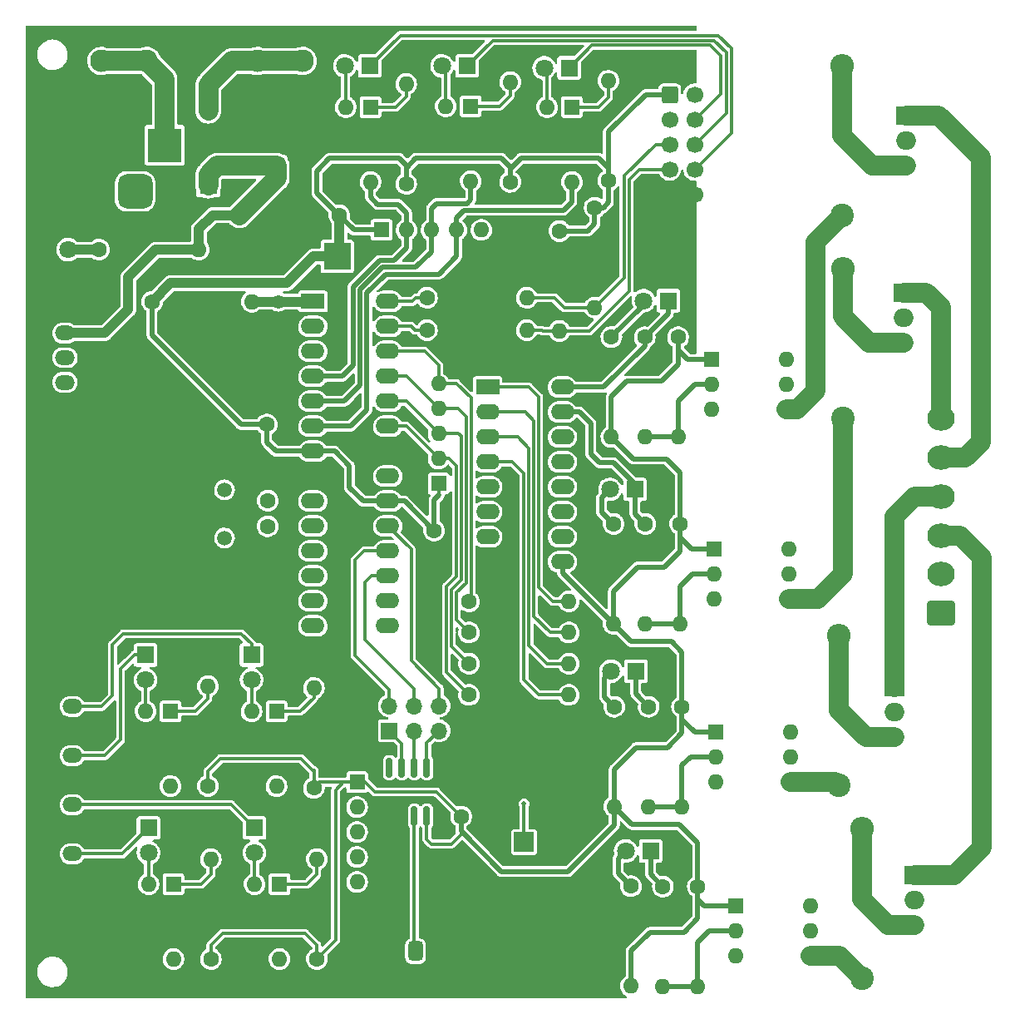
<source format=gbr>
%TF.GenerationSoftware,KiCad,Pcbnew,(6.0.8)*%
%TF.CreationDate,2022-11-15T21:12:58+04:00*%
%TF.ProjectId,Dryer2,44727965-7232-42e6-9b69-6361645f7063,rev?*%
%TF.SameCoordinates,Original*%
%TF.FileFunction,Copper,L1,Top*%
%TF.FilePolarity,Positive*%
%FSLAX46Y46*%
G04 Gerber Fmt 4.6, Leading zero omitted, Abs format (unit mm)*
G04 Created by KiCad (PCBNEW (6.0.8)) date 2022-11-15 21:12:58*
%MOMM*%
%LPD*%
G01*
G04 APERTURE LIST*
G04 Aperture macros list*
%AMRoundRect*
0 Rectangle with rounded corners*
0 $1 Rounding radius*
0 $2 $3 $4 $5 $6 $7 $8 $9 X,Y pos of 4 corners*
0 Add a 4 corners polygon primitive as box body*
4,1,4,$2,$3,$4,$5,$6,$7,$8,$9,$2,$3,0*
0 Add four circle primitives for the rounded corners*
1,1,$1+$1,$2,$3*
1,1,$1+$1,$4,$5*
1,1,$1+$1,$6,$7*
1,1,$1+$1,$8,$9*
0 Add four rect primitives between the rounded corners*
20,1,$1+$1,$2,$3,$4,$5,0*
20,1,$1+$1,$4,$5,$6,$7,0*
20,1,$1+$1,$6,$7,$8,$9,0*
20,1,$1+$1,$8,$9,$2,$3,0*%
G04 Aperture macros list end*
%TA.AperFunction,ComponentPad*%
%ADD10C,1.400000*%
%TD*%
%TA.AperFunction,ComponentPad*%
%ADD11C,1.600000*%
%TD*%
%TA.AperFunction,ComponentPad*%
%ADD12O,1.600000X1.600000*%
%TD*%
%TA.AperFunction,ComponentPad*%
%ADD13R,1.600000X1.600000*%
%TD*%
%TA.AperFunction,ComponentPad*%
%ADD14C,1.500000*%
%TD*%
%TA.AperFunction,ComponentPad*%
%ADD15R,2.400000X1.600000*%
%TD*%
%TA.AperFunction,ComponentPad*%
%ADD16O,2.400000X1.600000*%
%TD*%
%TA.AperFunction,ComponentPad*%
%ADD17O,2.000000X1.905000*%
%TD*%
%TA.AperFunction,ComponentPad*%
%ADD18R,2.000000X1.905000*%
%TD*%
%TA.AperFunction,ComponentPad*%
%ADD19R,1.800000X1.800000*%
%TD*%
%TA.AperFunction,ComponentPad*%
%ADD20O,1.800000X1.800000*%
%TD*%
%TA.AperFunction,ComponentPad*%
%ADD21C,1.800000*%
%TD*%
%TA.AperFunction,ComponentPad*%
%ADD22RoundRect,0.250000X-0.600000X-0.600000X0.600000X-0.600000X0.600000X0.600000X-0.600000X0.600000X0*%
%TD*%
%TA.AperFunction,ComponentPad*%
%ADD23C,1.700000*%
%TD*%
%TA.AperFunction,ComponentPad*%
%ADD24C,2.300000*%
%TD*%
%TA.AperFunction,ComponentPad*%
%ADD25R,1.700000X1.700000*%
%TD*%
%TA.AperFunction,ComponentPad*%
%ADD26O,1.700000X1.700000*%
%TD*%
%TA.AperFunction,ComponentPad*%
%ADD27O,2.400000X2.400000*%
%TD*%
%TA.AperFunction,ComponentPad*%
%ADD28C,2.400000*%
%TD*%
%TA.AperFunction,ComponentPad*%
%ADD29RoundRect,0.375000X0.625000X-0.375000X0.625000X0.375000X-0.625000X0.375000X-0.625000X-0.375000X0*%
%TD*%
%TA.AperFunction,ComponentPad*%
%ADD30O,2.000000X1.500000*%
%TD*%
%TA.AperFunction,ComponentPad*%
%ADD31R,2.000000X2.000000*%
%TD*%
%TA.AperFunction,ComponentPad*%
%ADD32C,2.000000*%
%TD*%
%TA.AperFunction,SMDPad,CuDef*%
%ADD33RoundRect,0.150000X0.150000X-0.825000X0.150000X0.825000X-0.150000X0.825000X-0.150000X-0.825000X0*%
%TD*%
%TA.AperFunction,ComponentPad*%
%ADD34RoundRect,0.375000X0.375000X0.625000X-0.375000X0.625000X-0.375000X-0.625000X0.375000X-0.625000X0*%
%TD*%
%TA.AperFunction,ComponentPad*%
%ADD35O,1.500000X2.000000*%
%TD*%
%TA.AperFunction,ComponentPad*%
%ADD36RoundRect,0.875000X-0.875000X-0.875000X0.875000X-0.875000X0.875000X0.875000X-0.875000X0.875000X0*%
%TD*%
%TA.AperFunction,ComponentPad*%
%ADD37RoundRect,0.750000X-0.750000X-1.000000X0.750000X-1.000000X0.750000X1.000000X-0.750000X1.000000X0*%
%TD*%
%TA.AperFunction,ComponentPad*%
%ADD38R,3.500000X3.500000*%
%TD*%
%TA.AperFunction,ComponentPad*%
%ADD39R,2.800000X2.800000*%
%TD*%
%TA.AperFunction,ComponentPad*%
%ADD40O,2.800000X2.800000*%
%TD*%
%TA.AperFunction,ComponentPad*%
%ADD41O,2.800000X2.460000*%
%TD*%
%TA.AperFunction,ComponentPad*%
%ADD42RoundRect,0.250000X1.150000X-0.980000X1.150000X0.980000X-1.150000X0.980000X-1.150000X-0.980000X0*%
%TD*%
%TA.AperFunction,ViaPad*%
%ADD43C,0.500000*%
%TD*%
%TA.AperFunction,Conductor*%
%ADD44C,2.000000*%
%TD*%
%TA.AperFunction,Conductor*%
%ADD45C,0.300000*%
%TD*%
%TA.AperFunction,Conductor*%
%ADD46C,1.000000*%
%TD*%
%TA.AperFunction,Conductor*%
%ADD47C,0.500000*%
%TD*%
G04 APERTURE END LIST*
D10*
%TO.P,REF\u002A\u002A,1*%
%TO.N,#RESET*%
X202100000Y-88000000D03*
%TD*%
D11*
%TO.P,R407,1*%
%TO.N,+5V*%
X243200000Y-129220000D03*
D12*
%TO.P,R407,2*%
%TO.N,Net-(R406-Pad2)*%
X243200000Y-139380000D03*
%TD*%
%TO.P,U302,4*%
%TO.N,LIMIT_SW*%
X201895000Y-137305000D03*
%TO.P,U302,3*%
%TO.N,GND*%
X199355000Y-137305000D03*
%TO.P,U302,2*%
%TO.N,Net-(D302-Pad2)*%
X199355000Y-129685000D03*
D13*
%TO.P,U302,1*%
%TO.N,Net-(R302-Pad2)*%
X201895000Y-129685000D03*
%TD*%
D14*
%TO.P,Y1,1,1*%
%TO.N,/MCU/XTAL-*%
X196596000Y-107150000D03*
%TO.P,Y1,2,2*%
%TO.N,/MCU/XTAL+*%
X196596000Y-112050000D03*
%TD*%
D11*
%TO.P,C102,1*%
%TO.N,GND*%
X201000000Y-113350000D03*
%TO.P,C102,2*%
%TO.N,/MCU/XTAL+*%
X201000000Y-110850000D03*
%TD*%
D15*
%TO.P,U101,1,~{RESET}/PC6*%
%TO.N,#RESET*%
X205600000Y-87975000D03*
D16*
%TO.P,U101,2,PD0*%
%TO.N,RX*%
X205600000Y-90515000D03*
%TO.P,U101,3,PD1*%
%TO.N,TX*%
X205600000Y-93055000D03*
%TO.P,U101,4,PD2*%
%TO.N,LOW_KEY_SW*%
X205600000Y-95595000D03*
%TO.P,U101,5,PD3*%
%TO.N,MED_KEY_SW*%
X205600000Y-98135000D03*
%TO.P,U101,6,PD4*%
%TO.N,HIGH_KEY_SW*%
X205600000Y-100675000D03*
%TO.P,U101,7,VCC*%
%TO.N,+5V*%
X205600000Y-103215000D03*
%TO.P,U101,8,GND*%
%TO.N,GND*%
X205600000Y-105755000D03*
%TO.P,U101,9,XTAL1/PB6*%
%TO.N,/MCU/XTAL-*%
X205600000Y-108295000D03*
%TO.P,U101,10,XTAL2/PB7*%
%TO.N,/MCU/XTAL+*%
X205600000Y-110835000D03*
%TO.P,U101,11,PD5*%
%TO.N,SEL_ROT_SW*%
X205600000Y-113375000D03*
%TO.P,U101,12,PD6*%
%TO.N,DOOR_SW*%
X205600000Y-115915000D03*
%TO.P,U101,13,PD7*%
%TO.N,HEATER_SW*%
X205600000Y-118455000D03*
%TO.P,U101,14,PB0*%
%TO.N,LIMIT_SW*%
X205600000Y-120995000D03*
%TO.P,U101,15,PB1*%
%TO.N,unconnected-(U101-Pad15)*%
X213220000Y-120995000D03*
%TO.P,U101,16,PB2*%
%TO.N,BUZZER*%
X213220000Y-118455000D03*
%TO.P,U101,17,PB3*%
%TO.N,AVR_SI*%
X213220000Y-115915000D03*
%TO.P,U101,18,PB4*%
%TO.N,AVR_SO*%
X213220000Y-113375000D03*
%TO.P,U101,19,PB5*%
%TO.N,AVR_SCK*%
X213220000Y-110835000D03*
%TO.P,U101,20,AVCC*%
%TO.N,+5V*%
X213220000Y-108295000D03*
%TO.P,U101,21,AREF*%
%TO.N,unconnected-(U101-Pad21)*%
X213220000Y-105755000D03*
%TO.P,U101,22,AGND*%
%TO.N,GND*%
X213220000Y-103215000D03*
%TO.P,U101,23,PC0*%
%TO.N,DRUM_LEFT*%
X213220000Y-100675000D03*
%TO.P,U101,24,PC1*%
%TO.N,DRUM_RIGHT*%
X213220000Y-98135000D03*
%TO.P,U101,25,PC2*%
%TO.N,HEATER*%
X213220000Y-95595000D03*
%TO.P,U101,26,PC3*%
%TO.N,FAN*%
X213220000Y-93055000D03*
%TO.P,U101,27,PC4*%
%TO.N,/MCU/AVR_SDA*%
X213220000Y-90515000D03*
%TO.P,U101,28,PC5*%
%TO.N,/MCU/AVR_SCL*%
X213220000Y-87975000D03*
%TD*%
D17*
%TO.P,Q404,3,G*%
%TO.N,Net-(Q404-Pad3)*%
X266055000Y-74140000D03*
%TO.P,Q404,2,A2*%
%TO.N,LINE_IN*%
X266055000Y-71600000D03*
D18*
%TO.P,Q404,1,A1*%
%TO.N,FAN_LINE*%
X266055000Y-69060000D03*
%TD*%
D19*
%TO.P,D101,1,K*%
%TO.N,VCC*%
X194945000Y-76200000D03*
D20*
%TO.P,D101,2,A*%
%TO.N,Net-(D101-Pad2)*%
X194945000Y-68580000D03*
%TD*%
D19*
%TO.P,D403,1,K*%
%TO.N,#HEATER*%
X238400000Y-107100000D03*
D21*
%TO.P,D403,2,A*%
%TO.N,Net-(D403-Pad2)*%
X235860000Y-107100000D03*
%TD*%
D17*
%TO.P,Q403,3,G*%
%TO.N,Net-(Q403-Pad3)*%
X265755000Y-92140000D03*
%TO.P,Q403,2,A2*%
%TO.N,LINE_IN*%
X265755000Y-89600000D03*
D18*
%TO.P,Q403,1,A1*%
%TO.N,HEATER_LINE*%
X265755000Y-87060000D03*
%TD*%
D11*
%TO.P,R409,1*%
%TO.N,Net-(D403-Pad2)*%
X236200000Y-110620000D03*
D12*
%TO.P,R409,2*%
%TO.N,+5V*%
X236200000Y-120780000D03*
%TD*%
D13*
%TO.P,U307,1*%
%TO.N,Net-(R307-Pad2)*%
X231975000Y-68200000D03*
D12*
%TO.P,U307,2*%
%TO.N,Net-(D307-Pad2)*%
X229435000Y-68200000D03*
%TO.P,U307,3*%
%TO.N,GND*%
X229435000Y-75820000D03*
%TO.P,U307,4*%
%TO.N,HIGH_KEY_SW*%
X231975000Y-75820000D03*
%TD*%
D11*
%TO.P,R107,1*%
%TO.N,+5V*%
X234300000Y-78420000D03*
D12*
%TO.P,R107,2*%
%TO.N,SCL*%
X234300000Y-88580000D03*
%TD*%
D11*
%TO.P,R405,1*%
%TO.N,Net-(D402-Pad2)*%
X236300000Y-129220000D03*
D12*
%TO.P,R405,2*%
%TO.N,+5V*%
X236300000Y-139380000D03*
%TD*%
D11*
%TO.P,R402,1*%
%TO.N,#DRUM_LEFT*%
X241244000Y-147520000D03*
D12*
%TO.P,R402,2*%
%TO.N,Net-(R402-Pad2)*%
X241244000Y-157680000D03*
%TD*%
D11*
%TO.P,C106,1*%
%TO.N,+5V*%
X200900000Y-100500000D03*
%TO.P,C106,2*%
%TO.N,GND*%
X200900000Y-95500000D03*
%TD*%
%TO.P,R203,1*%
%TO.N,HEATER*%
X221500000Y-121675000D03*
D12*
%TO.P,R203,2*%
%TO.N,/ULN2003 MAX6675/D_HEATER*%
X231660000Y-121675000D03*
%TD*%
D22*
%TO.P,J503,1,Pin_1*%
%TO.N,+5V*%
X241947500Y-66920000D03*
D23*
%TO.P,J503,2,Pin_2*%
%TO.N,unconnected-(J503-Pad2)*%
X244487500Y-66920000D03*
%TO.P,J503,3,Pin_3*%
%TO.N,unconnected-(J503-Pad3)*%
X241947500Y-69460000D03*
%TO.P,J503,4,Pin_4*%
%TO.N,HIGH_KEY_SW_IN*%
X244487500Y-69460000D03*
%TO.P,J503,5,Pin_5*%
%TO.N,SCL*%
X241947500Y-72000000D03*
%TO.P,J503,6,Pin_6*%
%TO.N,MED_KEY_SW_IN*%
X244487500Y-72000000D03*
%TO.P,J503,7,Pin_7*%
%TO.N,SDA*%
X241947500Y-74540000D03*
%TO.P,J503,8,Pin_8*%
%TO.N,LOW_KEY_SW_IN*%
X244487500Y-74540000D03*
%TO.P,J503,9,Pin_9*%
%TO.N,GND*%
X241947500Y-77080000D03*
%TO.P,J503,10,Pin_10*%
X244487500Y-77080000D03*
%TD*%
D13*
%TO.P,U401,1*%
%TO.N,+5V*%
X248700000Y-149475000D03*
D12*
%TO.P,U401,2*%
%TO.N,Net-(R402-Pad2)*%
X248700000Y-152015000D03*
%TO.P,U401,3,NC*%
%TO.N,unconnected-(U401-Pad3)*%
X248700000Y-154555000D03*
%TO.P,U401,4*%
%TO.N,Net-(R404-Pad1)*%
X256320000Y-154555000D03*
%TO.P,U401,5,NC*%
%TO.N,unconnected-(U401-Pad5)*%
X256320000Y-152015000D03*
%TO.P,U401,6*%
%TO.N,LINE_IN*%
X256320000Y-149475000D03*
%TD*%
D19*
%TO.P,D401,1,K*%
%TO.N,#DRUM_LEFT*%
X240000000Y-143900000D03*
D21*
%TO.P,D401,2,A*%
%TO.N,Net-(D401-Pad2)*%
X237460000Y-143900000D03*
%TD*%
D11*
%TO.P,R307,1*%
%TO.N,+5V*%
X235700000Y-75680000D03*
D12*
%TO.P,R307,2*%
%TO.N,Net-(R307-Pad2)*%
X235700000Y-65520000D03*
%TD*%
D13*
%TO.P,U304,1*%
%TO.N,Net-(R304-Pad2)*%
X202195000Y-147290000D03*
D12*
%TO.P,U304,2*%
%TO.N,Net-(D304-Pad2)*%
X199655000Y-147290000D03*
%TO.P,U304,3*%
%TO.N,GND*%
X199655000Y-154910000D03*
%TO.P,U304,4*%
%TO.N,SEL_ROT_SW*%
X202195000Y-154910000D03*
%TD*%
D13*
%TO.P,RN201,1,common*%
%TO.N,+5V*%
X218400000Y-106500000D03*
D12*
%TO.P,RN201,2,R1*%
%TO.N,DRUM_LEFT*%
X218400000Y-103960000D03*
%TO.P,RN201,3,R2*%
%TO.N,DRUM_RIGHT*%
X218400000Y-101420000D03*
%TO.P,RN201,4,R3*%
%TO.N,HEATER*%
X218400000Y-98880000D03*
%TO.P,RN201,5,R4*%
%TO.N,FAN*%
X218400000Y-96340000D03*
%TD*%
%TO.P,U303,4*%
%TO.N,HEATER_SW*%
X191100000Y-137305000D03*
%TO.P,U303,3*%
%TO.N,GND*%
X188560000Y-137305000D03*
%TO.P,U303,2*%
%TO.N,Net-(D303-Pad2)*%
X188560000Y-129685000D03*
D13*
%TO.P,U303,1*%
%TO.N,Net-(R303-Pad2)*%
X191100000Y-129685000D03*
%TD*%
D11*
%TO.P,R303,1*%
%TO.N,+5V*%
X194905000Y-137295000D03*
D12*
%TO.P,R303,2*%
%TO.N,Net-(R303-Pad2)*%
X194905000Y-127135000D03*
%TD*%
D11*
%TO.P,R102,1*%
%TO.N,+5V*%
X208280000Y-79200000D03*
D12*
%TO.P,R102,2*%
%TO.N,VCC*%
X198120000Y-79200000D03*
%TD*%
D21*
%TO.P,D404,2,A*%
%TO.N,Net-(D404-Pad2)*%
X239260000Y-87900000D03*
D19*
%TO.P,D404,1,K*%
%TO.N,#FAN*%
X241800000Y-87900000D03*
%TD*%
D24*
%TO.P,F1,1*%
%TO.N,Net-(F1-Pad1)*%
X184060000Y-63500000D03*
X188660000Y-63500000D03*
%TO.P,F1,2*%
%TO.N,Net-(D101-Pad2)*%
X204560000Y-63500000D03*
X199960000Y-63500000D03*
%TD*%
D11*
%TO.P,R406,1*%
%TO.N,#DRUM_RIGHT*%
X239800000Y-129220000D03*
D12*
%TO.P,R406,2*%
%TO.N,Net-(R406-Pad2)*%
X239800000Y-139380000D03*
%TD*%
D21*
%TO.P,D304,2,A*%
%TO.N,Net-(D304-Pad2)*%
X199650000Y-144100000D03*
D19*
%TO.P,D304,1,K*%
%TO.N,SEL_ROT_SW_IN*%
X199650000Y-141560000D03*
%TD*%
D25*
%TO.P,J102,1,Pin_1*%
%TO.N,T_SO*%
X213375000Y-131675000D03*
D26*
%TO.P,J102,2,Pin_2*%
%TO.N,AVR_SO*%
X213375000Y-129135000D03*
%TO.P,J102,3,Pin_3*%
%TO.N,T_CS*%
X215915000Y-131675000D03*
%TO.P,J102,4,Pin_4*%
%TO.N,AVR_SI*%
X215915000Y-129135000D03*
%TO.P,J102,5,Pin_5*%
%TO.N,T_SCK*%
X218455000Y-131675000D03*
%TO.P,J102,6,Pin_6*%
%TO.N,AVR_SCK*%
X218455000Y-129135000D03*
%TD*%
D11*
%TO.P,R401,1*%
%TO.N,Net-(D401-Pad2)*%
X238000000Y-147500000D03*
D12*
%TO.P,R401,2*%
%TO.N,+5V*%
X238000000Y-157660000D03*
%TD*%
%TO.P,R413,2*%
%TO.N,+5V*%
X236000000Y-101760000D03*
D11*
%TO.P,R413,1*%
%TO.N,Net-(D404-Pad2)*%
X236000000Y-91600000D03*
%TD*%
D18*
%TO.P,Q401,1,A1*%
%TO.N,DRUM_LEFT_LINE*%
X266855000Y-146360000D03*
D17*
%TO.P,Q401,2,A2*%
%TO.N,LINE_IN*%
X266855000Y-148900000D03*
%TO.P,Q401,3,G*%
%TO.N,Net-(Q401-Pad3)*%
X266855000Y-151440000D03*
%TD*%
D11*
%TO.P,R105,1*%
%TO.N,/MCU/AVR_SCL*%
X217220000Y-87600000D03*
D12*
%TO.P,R105,2*%
%TO.N,SCL*%
X227380000Y-87600000D03*
%TD*%
D27*
%TO.P,R412,2*%
%TO.N,Net-(Q403-Pad3)*%
X259600000Y-84680000D03*
D28*
%TO.P,R412,1*%
%TO.N,Net-(R412-Pad1)*%
X259600000Y-99920000D03*
%TD*%
D29*
%TO.P,J506,1,Pin_1*%
%TO.N,GND*%
X180340000Y-98700000D03*
D30*
%TO.P,J506,2,Pin_2*%
%TO.N,TX*%
X180340000Y-96200000D03*
%TO.P,J506,3,Pin_3*%
%TO.N,RX*%
X180340000Y-93700000D03*
%TO.P,J506,4,Pin_4*%
%TO.N,VCC*%
X180340000Y-91200000D03*
%TD*%
D13*
%TO.P,U301,1*%
%TO.N,Net-(R301-Pad2)*%
X191400000Y-147290000D03*
D12*
%TO.P,U301,2*%
%TO.N,Net-(D301-Pad2)*%
X188860000Y-147290000D03*
%TO.P,U301,3*%
%TO.N,GND*%
X188860000Y-154910000D03*
%TO.P,U301,4*%
%TO.N,DOOR_SW*%
X191400000Y-154910000D03*
%TD*%
D11*
%TO.P,R410,1*%
%TO.N,#HEATER*%
X239444000Y-110620000D03*
D12*
%TO.P,R410,2*%
%TO.N,Net-(R410-Pad2)*%
X239444000Y-120780000D03*
%TD*%
D11*
%TO.P,R104,1*%
%TO.N,/MCU/AVR_SDA*%
X217220000Y-90900000D03*
D12*
%TO.P,R104,2*%
%TO.N,SDA*%
X227380000Y-90900000D03*
%TD*%
D28*
%TO.P,R404,1*%
%TO.N,Net-(R404-Pad1)*%
X261500000Y-156820000D03*
D27*
%TO.P,R404,2*%
%TO.N,Net-(Q401-Pad3)*%
X261500000Y-141580000D03*
%TD*%
D11*
%TO.P,R201,1*%
%TO.N,DRUM_LEFT*%
X221500000Y-128025000D03*
D12*
%TO.P,R201,2*%
%TO.N,/ULN2003 MAX6675/D_LEFT*%
X231660000Y-128025000D03*
%TD*%
D31*
%TO.P,BZ401,1,-*%
%TO.N,BUZZER*%
X227100000Y-143000000D03*
D32*
%TO.P,BZ401,2,+*%
%TO.N,GND*%
X227100000Y-153000000D03*
%TD*%
D13*
%TO.P,U306,1*%
%TO.N,Net-(R306-Pad2)*%
X221675000Y-68100000D03*
D12*
%TO.P,U306,2*%
%TO.N,Net-(D306-Pad2)*%
X219135000Y-68100000D03*
%TO.P,U306,3*%
%TO.N,GND*%
X219135000Y-75720000D03*
%TO.P,U306,4*%
%TO.N,MED_KEY_SW*%
X221675000Y-75720000D03*
%TD*%
D19*
%TO.P,D402,1,K*%
%TO.N,#DRUM_RIGHT*%
X238500000Y-125600000D03*
D21*
%TO.P,D402,2,A*%
%TO.N,Net-(D402-Pad2)*%
X235960000Y-125600000D03*
%TD*%
D11*
%TO.P,R204,1*%
%TO.N,FAN*%
X221500000Y-118500000D03*
D12*
%TO.P,R204,2*%
%TO.N,/ULN2003 MAX6675/D_FAN*%
X231660000Y-118500000D03*
%TD*%
D33*
%TO.P,U202,8*%
%TO.N,N/C*%
X213395000Y-135425000D03*
%TO.P,U202,7,SO*%
%TO.N,T_SO*%
X214665000Y-135425000D03*
%TO.P,U202,6,~{CS}*%
%TO.N,T_CS*%
X215935000Y-135425000D03*
%TO.P,U202,5,SCK*%
%TO.N,T_SCK*%
X217205000Y-135425000D03*
%TO.P,U202,4,VCC*%
%TO.N,+5V*%
X217205000Y-140375000D03*
%TO.P,U202,3,T+*%
%TO.N,TEMP+*%
X215935000Y-140375000D03*
%TO.P,U202,2,T-*%
%TO.N,GND*%
X214665000Y-140375000D03*
%TO.P,U202,1,GND*%
X213395000Y-140375000D03*
%TD*%
D34*
%TO.P,J505,1,Pin_1*%
%TO.N,TEMP+*%
X216050000Y-154100000D03*
D35*
%TO.P,J505,2,Pin_2*%
%TO.N,GND*%
X213550000Y-154100000D03*
%TD*%
D19*
%TO.P,D102,1,K*%
%TO.N,GND*%
X178125000Y-82700000D03*
D21*
%TO.P,D102,2,A*%
%TO.N,Net-(D102-Pad2)*%
X180665000Y-82700000D03*
%TD*%
D11*
%TO.P,R202,1*%
%TO.N,DRUM_RIGHT*%
X221500000Y-124850000D03*
D12*
%TO.P,R202,2*%
%TO.N,/ULN2003 MAX6675/D_RIGHT*%
X231660000Y-124850000D03*
%TD*%
D11*
%TO.P,R305,1*%
%TO.N,+5V*%
X215100000Y-76000000D03*
D12*
%TO.P,R305,2*%
%TO.N,Net-(R305-Pad2)*%
X215100000Y-65840000D03*
%TD*%
%TO.P,R414,2*%
%TO.N,Net-(R414-Pad2)*%
X239400000Y-101780000D03*
D11*
%TO.P,R414,1*%
%TO.N,#FAN*%
X239400000Y-91620000D03*
%TD*%
D15*
%TO.P,U201,1,I1*%
%TO.N,/ULN2003 MAX6675/D_FAN*%
X223400000Y-96700000D03*
D16*
%TO.P,U201,2,I2*%
%TO.N,/ULN2003 MAX6675/D_HEATER*%
X223400000Y-99240000D03*
%TO.P,U201,3,I3*%
%TO.N,/ULN2003 MAX6675/D_RIGHT*%
X223400000Y-101780000D03*
%TO.P,U201,4,I4*%
%TO.N,/ULN2003 MAX6675/D_LEFT*%
X223400000Y-104320000D03*
%TO.P,U201,5,I5*%
%TO.N,unconnected-(U201-Pad5)*%
X223400000Y-106860000D03*
%TO.P,U201,6,I6*%
%TO.N,unconnected-(U201-Pad6)*%
X223400000Y-109400000D03*
%TO.P,U201,7,I7*%
%TO.N,unconnected-(U201-Pad7)*%
X223400000Y-111940000D03*
%TO.P,U201,8,GND*%
%TO.N,GND*%
X223400000Y-114480000D03*
%TO.P,U201,9,COM*%
%TO.N,+5V*%
X231020000Y-114480000D03*
%TO.P,U201,10,O7*%
%TO.N,unconnected-(U201-Pad10)*%
X231020000Y-111940000D03*
%TO.P,U201,11,O6*%
%TO.N,unconnected-(U201-Pad11)*%
X231020000Y-109400000D03*
%TO.P,U201,12,O5*%
%TO.N,unconnected-(U201-Pad12)*%
X231020000Y-106860000D03*
%TO.P,U201,13,O4*%
%TO.N,#DRUM_LEFT*%
X231020000Y-104320000D03*
%TO.P,U201,14,O3*%
%TO.N,#DRUM_RIGHT*%
X231020000Y-101780000D03*
%TO.P,U201,15,O2*%
%TO.N,#HEATER*%
X231020000Y-99240000D03*
%TO.P,U201,16,O1*%
%TO.N,#FAN*%
X231020000Y-96700000D03*
%TD*%
D36*
%TO.P,J101,3*%
%TO.N,N/C*%
X187500000Y-76767500D03*
D37*
%TO.P,J101,2*%
%TO.N,GND*%
X184500000Y-72067500D03*
D38*
%TO.P,J101,1*%
%TO.N,Net-(F1-Pad1)*%
X190500000Y-72067500D03*
%TD*%
D11*
%TO.P,R101,1*%
%TO.N,Net-(D102-Pad2)*%
X183820000Y-82700000D03*
D12*
%TO.P,R101,2*%
%TO.N,VCC*%
X193980000Y-82700000D03*
%TD*%
D39*
%TO.P,D103,1,K*%
%TO.N,+5V*%
X208080000Y-83400000D03*
D40*
%TO.P,D103,2,A*%
%TO.N,GND*%
X197920000Y-83400000D03*
%TD*%
D13*
%TO.P,C101,1*%
%TO.N,VCC*%
X201930000Y-74157651D03*
D11*
%TO.P,C101,2*%
%TO.N,GND*%
X201930000Y-69157651D03*
%TD*%
%TO.P,R403,1*%
%TO.N,+5V*%
X244800000Y-147520000D03*
D12*
%TO.P,R403,2*%
%TO.N,Net-(R402-Pad2)*%
X244800000Y-157680000D03*
%TD*%
D11*
%TO.P,C201,1*%
%TO.N,GND*%
X220700000Y-135400000D03*
%TO.P,C201,2*%
%TO.N,+5V*%
X220700000Y-140400000D03*
%TD*%
D19*
%TO.P,D301,1,K*%
%TO.N,DOOR_SW_IN*%
X188855000Y-141560000D03*
D21*
%TO.P,D301,2,A*%
%TO.N,Net-(D301-Pad2)*%
X188855000Y-144100000D03*
%TD*%
D12*
%TO.P,RN102,5,R4*%
%TO.N,SEL_ROT_SW*%
X210100000Y-147060000D03*
%TO.P,RN102,4,R3*%
%TO.N,DOOR_SW*%
X210100000Y-144520000D03*
%TO.P,RN102,3,R2*%
%TO.N,HEATER_SW*%
X210100000Y-141980000D03*
%TO.P,RN102,2,R1*%
%TO.N,LIMIT_SW*%
X210100000Y-139440000D03*
D13*
%TO.P,RN102,1,common*%
%TO.N,+5V*%
X210100000Y-136900000D03*
%TD*%
D28*
%TO.P,R408,1*%
%TO.N,Net-(R408-Pad1)*%
X259200000Y-137200000D03*
D27*
%TO.P,R408,2*%
%TO.N,Net-(Q402-Pad3)*%
X259200000Y-121960000D03*
%TD*%
D13*
%TO.P,U402,1*%
%TO.N,+5V*%
X246612000Y-131775000D03*
D12*
%TO.P,U402,2*%
%TO.N,Net-(R406-Pad2)*%
X246612000Y-134315000D03*
%TO.P,U402,3,NC*%
%TO.N,unconnected-(U402-Pad3)*%
X246612000Y-136855000D03*
%TO.P,U402,4*%
%TO.N,Net-(R408-Pad1)*%
X254232000Y-136855000D03*
%TO.P,U402,5,NC*%
%TO.N,unconnected-(U402-Pad5)*%
X254232000Y-134315000D03*
%TO.P,U402,6*%
%TO.N,LINE_IN*%
X254232000Y-131775000D03*
%TD*%
D11*
%TO.P,C103,1*%
%TO.N,/MCU/XTAL-*%
X201000000Y-108250000D03*
%TO.P,C103,2*%
%TO.N,GND*%
X201000000Y-105750000D03*
%TD*%
D27*
%TO.P,R416,2*%
%TO.N,Net-(Q404-Pad3)*%
X259500000Y-63980000D03*
D28*
%TO.P,R416,1*%
%TO.N,Net-(R416-Pad1)*%
X259500000Y-79220000D03*
%TD*%
D19*
%TO.P,D305,1,K*%
%TO.N,LOW_KEY_SW_IN*%
X211400000Y-64000000D03*
D21*
%TO.P,D305,2,A*%
%TO.N,Net-(D305-Pad2)*%
X208860000Y-64000000D03*
%TD*%
D12*
%TO.P,U403,6*%
%TO.N,LINE_IN*%
X254120000Y-113175000D03*
%TO.P,U403,5,NC*%
%TO.N,unconnected-(U403-Pad5)*%
X254120000Y-115715000D03*
%TO.P,U403,4*%
%TO.N,Net-(R412-Pad1)*%
X254120000Y-118255000D03*
%TO.P,U403,3,NC*%
%TO.N,unconnected-(U403-Pad3)*%
X246500000Y-118255000D03*
%TO.P,U403,2*%
%TO.N,Net-(R410-Pad2)*%
X246500000Y-115715000D03*
D13*
%TO.P,U403,1*%
%TO.N,+5V*%
X246500000Y-113175000D03*
%TD*%
D12*
%TO.P,R415,2*%
%TO.N,Net-(R414-Pad2)*%
X242800000Y-101780000D03*
D11*
%TO.P,R415,1*%
%TO.N,+5V*%
X242800000Y-91620000D03*
%TD*%
%TO.P,R302,1*%
%TO.N,+5V*%
X205700000Y-137480000D03*
D12*
%TO.P,R302,2*%
%TO.N,Net-(R302-Pad2)*%
X205700000Y-127320000D03*
%TD*%
D11*
%TO.P,R306,1*%
%TO.N,+5V*%
X225700000Y-75800000D03*
D12*
%TO.P,R306,2*%
%TO.N,Net-(R306-Pad2)*%
X225700000Y-65640000D03*
%TD*%
D11*
%TO.P,R411,1*%
%TO.N,+5V*%
X243000000Y-110620000D03*
D12*
%TO.P,R411,2*%
%TO.N,Net-(R410-Pad2)*%
X243000000Y-120780000D03*
%TD*%
D29*
%TO.P,J502,1,Pin_1*%
%TO.N,GND*%
X181100000Y-146700000D03*
D30*
%TO.P,J502,2,Pin_2*%
%TO.N,DOOR_SW_IN*%
X181100000Y-144200000D03*
%TO.P,J502,3,Pin_3*%
%TO.N,GND*%
X181100000Y-141700000D03*
%TO.P,J502,4,Pin_4*%
%TO.N,SEL_ROT_SW_IN*%
X181100000Y-139200000D03*
%TO.P,J502,5,Pin_5*%
%TO.N,GND*%
X181100000Y-136700000D03*
%TO.P,J502,6,Pin_6*%
%TO.N,HEATER_SW_IN*%
X181100000Y-134200000D03*
%TO.P,J502,7,Pin_7*%
%TO.N,GND*%
X181100000Y-131700000D03*
%TO.P,J502,8,Pin_8*%
%TO.N,LIMIT_SW_IN*%
X181100000Y-129200000D03*
%TD*%
D11*
%TO.P,R301,1*%
%TO.N,+5V*%
X195205000Y-154900000D03*
D12*
%TO.P,R301,2*%
%TO.N,Net-(R301-Pad2)*%
X195205000Y-144740000D03*
%TD*%
%TO.P,U404,6*%
%TO.N,LINE_IN*%
X253820000Y-93875000D03*
%TO.P,U404,5,NC*%
%TO.N,unconnected-(U404-Pad5)*%
X253820000Y-96415000D03*
%TO.P,U404,4*%
%TO.N,Net-(R416-Pad1)*%
X253820000Y-98955000D03*
%TO.P,U404,3,NC*%
%TO.N,unconnected-(U404-Pad3)*%
X246200000Y-98955000D03*
%TO.P,U404,2*%
%TO.N,Net-(R414-Pad2)*%
X246200000Y-96415000D03*
D13*
%TO.P,U404,1*%
%TO.N,+5V*%
X246200000Y-93875000D03*
%TD*%
D19*
%TO.P,D306,1,K*%
%TO.N,MED_KEY_SW_IN*%
X221300000Y-64000000D03*
D21*
%TO.P,D306,2,A*%
%TO.N,Net-(D306-Pad2)*%
X218760000Y-64000000D03*
%TD*%
D19*
%TO.P,D302,1,K*%
%TO.N,LIMIT_SW_IN*%
X199350000Y-123955000D03*
D21*
%TO.P,D302,2,A*%
%TO.N,Net-(D302-Pad2)*%
X199350000Y-126495000D03*
%TD*%
D11*
%TO.P,C105,2*%
%TO.N,GND*%
X217932000Y-116292000D03*
%TO.P,C105,1*%
%TO.N,+5V*%
X217932000Y-111292000D03*
%TD*%
%TO.P,R103,1*%
%TO.N,+5V*%
X189220000Y-88000000D03*
D12*
%TO.P,R103,2*%
%TO.N,#RESET*%
X199380000Y-88000000D03*
%TD*%
D41*
%TO.P,J504,6,Pin_6*%
%TO.N,HEATER_LINE*%
X269550000Y-99900000D03*
%TO.P,J504,5,Pin_5*%
%TO.N,FAN_LINE*%
X269550000Y-103860000D03*
%TO.P,J504,4,Pin_4*%
%TO.N,DRUM_RIGHT_LINE*%
X269550000Y-107820000D03*
%TO.P,J504,3,Pin_3*%
%TO.N,DRUM_LEFT_LINE*%
X269550000Y-111780000D03*
%TO.P,J504,2,Pin_2*%
%TO.N,NEUTRAL*%
X269550000Y-115740000D03*
D42*
%TO.P,J504,1,Pin_1*%
%TO.N,LINE_IN*%
X269550000Y-119700000D03*
%TD*%
D11*
%TO.P,R106,1*%
%TO.N,+5V*%
X230700000Y-80820000D03*
D12*
%TO.P,R106,2*%
%TO.N,SDA*%
X230700000Y-90980000D03*
%TD*%
D13*
%TO.P,U305,1*%
%TO.N,Net-(R305-Pad2)*%
X211475000Y-68200000D03*
D12*
%TO.P,U305,2*%
%TO.N,Net-(D305-Pad2)*%
X208935000Y-68200000D03*
%TO.P,U305,3*%
%TO.N,GND*%
X208935000Y-75820000D03*
%TO.P,U305,4*%
%TO.N,LOW_KEY_SW*%
X211475000Y-75820000D03*
%TD*%
D21*
%TO.P,D303,2,A*%
%TO.N,Net-(D303-Pad2)*%
X188555000Y-126495000D03*
D19*
%TO.P,D303,1,K*%
%TO.N,HEATER_SW_IN*%
X188555000Y-123955000D03*
%TD*%
D13*
%TO.P,RN101,1,common*%
%TO.N,+5V*%
X212600000Y-80700000D03*
D12*
%TO.P,RN101,2,R1*%
%TO.N,LOW_KEY_SW*%
X215140000Y-80700000D03*
%TO.P,RN101,3,R2*%
%TO.N,MED_KEY_SW*%
X217680000Y-80700000D03*
%TO.P,RN101,4,R3*%
%TO.N,HIGH_KEY_SW*%
X220220000Y-80700000D03*
%TO.P,RN101,5,R4*%
%TO.N,unconnected-(RN101-Pad5)*%
X222760000Y-80700000D03*
%TD*%
D18*
%TO.P,Q402,1,A1*%
%TO.N,DRUM_RIGHT_LINE*%
X264855000Y-127260000D03*
D17*
%TO.P,Q402,2,A2*%
%TO.N,LINE_IN*%
X264855000Y-129800000D03*
%TO.P,Q402,3,G*%
%TO.N,Net-(Q402-Pad3)*%
X264855000Y-132340000D03*
%TD*%
D19*
%TO.P,D307,1,K*%
%TO.N,HIGH_KEY_SW_IN*%
X231700000Y-64200000D03*
D21*
%TO.P,D307,2,A*%
%TO.N,Net-(D307-Pad2)*%
X229160000Y-64200000D03*
%TD*%
D11*
%TO.P,R304,1*%
%TO.N,+5V*%
X206000000Y-154900000D03*
D12*
%TO.P,R304,2*%
%TO.N,Net-(R304-Pad2)*%
X206000000Y-144740000D03*
%TD*%
D43*
%TO.N,BUZZER*%
X227100000Y-139100000D03*
%TD*%
D44*
%TO.N,HEATER_LINE*%
X268060000Y-87060000D02*
X265755000Y-87060000D01*
X269550000Y-99900000D02*
X269550000Y-88550000D01*
X269550000Y-88550000D02*
X268060000Y-87060000D01*
%TO.N,FAN_LINE*%
X269360000Y-69060000D02*
X266055000Y-69060000D01*
X273600000Y-102300000D02*
X273600000Y-73300000D01*
X272040000Y-103860000D02*
X273600000Y-102300000D01*
X273600000Y-73300000D02*
X269360000Y-69060000D01*
X269550000Y-103860000D02*
X272040000Y-103860000D01*
%TO.N,Net-(Q404-Pad3)*%
X259500000Y-71100000D02*
X262540000Y-74140000D01*
X262540000Y-74140000D02*
X266055000Y-74140000D01*
X259500000Y-63980000D02*
X259500000Y-71100000D01*
%TO.N,Net-(R416-Pad1)*%
X256800000Y-81920000D02*
X259500000Y-79220000D01*
X254951370Y-98955000D02*
X256800000Y-97106370D01*
X253820000Y-98955000D02*
X254951370Y-98955000D01*
X256800000Y-97106370D02*
X256800000Y-81920000D01*
%TO.N,Net-(R412-Pad1)*%
X254120000Y-118255000D02*
X257045000Y-118255000D01*
X257045000Y-118255000D02*
X259600000Y-115700000D01*
X259600000Y-115700000D02*
X259600000Y-99920000D01*
%TO.N,Net-(Q403-Pad3)*%
X262240000Y-92140000D02*
X265755000Y-92140000D01*
X259600000Y-89500000D02*
X262240000Y-92140000D01*
X259600000Y-84680000D02*
X259600000Y-89500000D01*
%TO.N,DRUM_LEFT_LINE*%
X271480000Y-111780000D02*
X269550000Y-111780000D01*
X273700000Y-114000000D02*
X271480000Y-111780000D01*
X270940000Y-146360000D02*
X273700000Y-143600000D01*
X266855000Y-146360000D02*
X270940000Y-146360000D01*
X273700000Y-143600000D02*
X273700000Y-114000000D01*
%TO.N,DRUM_RIGHT_LINE*%
X266880000Y-107820000D02*
X269550000Y-107820000D01*
X264855000Y-109845000D02*
X266880000Y-107820000D01*
X264855000Y-127260000D02*
X264855000Y-109845000D01*
%TO.N,Net-(Q402-Pad3)*%
X261940000Y-132340000D02*
X264855000Y-132340000D01*
X259200000Y-129600000D02*
X261940000Y-132340000D01*
X259200000Y-121960000D02*
X259200000Y-129600000D01*
%TO.N,Net-(R408-Pad1)*%
X258855000Y-136855000D02*
X259200000Y-137200000D01*
X254232000Y-136855000D02*
X258855000Y-136855000D01*
%TO.N,Net-(R404-Pad1)*%
X259235000Y-154555000D02*
X261500000Y-156820000D01*
X256320000Y-154555000D02*
X259235000Y-154555000D01*
%TO.N,Net-(Q401-Pad3)*%
X264140000Y-151440000D02*
X266855000Y-151440000D01*
X261500000Y-148800000D02*
X264140000Y-151440000D01*
X261500000Y-141580000D02*
X261500000Y-148800000D01*
D45*
%TO.N,+5V*%
X206280000Y-136900000D02*
X205700000Y-137480000D01*
X210100000Y-136900000D02*
X206280000Y-136900000D01*
X207900000Y-153000000D02*
X207900000Y-137700000D01*
X208700000Y-136900000D02*
X210100000Y-136900000D01*
X207900000Y-137700000D02*
X208700000Y-136900000D01*
X206000000Y-154900000D02*
X207900000Y-153000000D01*
%TO.N,BUZZER*%
X227100000Y-143000000D02*
X227100000Y-139100000D01*
%TO.N,AVR_SCK*%
X215600000Y-113215000D02*
X213220000Y-110835000D01*
X215600000Y-124500000D02*
X215600000Y-113215000D01*
X218455000Y-127355000D02*
X215600000Y-124500000D01*
X218455000Y-129135000D02*
X218455000Y-127355000D01*
%TO.N,AVR_SI*%
X215915000Y-127415000D02*
X215915000Y-129135000D01*
X210900000Y-122400000D02*
X215915000Y-127415000D01*
X210900000Y-116600000D02*
X210900000Y-122400000D01*
X211585000Y-115915000D02*
X210900000Y-116600000D01*
X213220000Y-115915000D02*
X211585000Y-115915000D01*
%TO.N,AVR_SO*%
X210825000Y-113375000D02*
X213220000Y-113375000D01*
X209900000Y-114300000D02*
X210825000Y-113375000D01*
X209900000Y-124000000D02*
X209900000Y-114300000D01*
X213375000Y-127475000D02*
X209900000Y-124000000D01*
X213375000Y-129135000D02*
X213375000Y-127475000D01*
%TO.N,T_SO*%
X214665000Y-132965000D02*
X213375000Y-131675000D01*
X214665000Y-135425000D02*
X214665000Y-132965000D01*
%TO.N,T_CS*%
X215915000Y-135405000D02*
X215915000Y-131675000D01*
X215935000Y-135425000D02*
X215915000Y-135405000D01*
%TO.N,T_SCK*%
X217200000Y-132930000D02*
X218455000Y-131675000D01*
X217200000Y-135420000D02*
X217200000Y-132930000D01*
X217205000Y-135425000D02*
X217200000Y-135420000D01*
D46*
%TO.N,VCC*%
X193980000Y-80594000D02*
X193980000Y-82700000D01*
X186800000Y-85500000D02*
X189600000Y-82700000D01*
D44*
X195844349Y-74157651D02*
X201930000Y-74157651D01*
X201930000Y-75390000D02*
X198120000Y-79200000D01*
D46*
X186800000Y-88800000D02*
X186800000Y-85500000D01*
D44*
X194945000Y-75057000D02*
X195844349Y-74157651D01*
D46*
X195374000Y-79200000D02*
X193980000Y-80594000D01*
X180340000Y-91200000D02*
X184400000Y-91200000D01*
X184400000Y-91200000D02*
X186800000Y-88800000D01*
D44*
X194945000Y-76200000D02*
X194945000Y-75057000D01*
X201930000Y-74157651D02*
X201930000Y-75390000D01*
D46*
X198120000Y-79200000D02*
X195374000Y-79200000D01*
X189600000Y-82700000D02*
X193980000Y-82700000D01*
D45*
%TO.N,+5V*%
X204800000Y-152300000D02*
X206000000Y-153500000D01*
D47*
X233580000Y-80820000D02*
X234300000Y-80100000D01*
X209300000Y-104700000D02*
X209300000Y-106900000D01*
X225700000Y-74500000D02*
X226800000Y-73400000D01*
X201815000Y-103215000D02*
X205600000Y-103215000D01*
X213220000Y-108295000D02*
X214935000Y-108295000D01*
D45*
X217205000Y-142705000D02*
X217205000Y-140375000D01*
D47*
X236200000Y-117500000D02*
X238700000Y-115000000D01*
D45*
X204400000Y-134500000D02*
X205600000Y-135700000D01*
D47*
X244800000Y-150800000D02*
X244800000Y-148800000D01*
D45*
X211900000Y-137900000D02*
X218200000Y-137900000D01*
D47*
X241947500Y-66920000D02*
X239480000Y-66920000D01*
X236300000Y-135600000D02*
X238500000Y-133400000D01*
D45*
X195205000Y-153495000D02*
X196400000Y-152300000D01*
D47*
X224800000Y-73400000D02*
X225700000Y-74300000D01*
X215100000Y-74100000D02*
X215100000Y-76000000D01*
X220700000Y-140400000D02*
X220700000Y-141900000D01*
D46*
X202980000Y-86100000D02*
X191120000Y-86100000D01*
D45*
X206000000Y-153500000D02*
X206000000Y-154900000D01*
D47*
X244175000Y-113175000D02*
X243000000Y-112000000D01*
X210695000Y-108295000D02*
X213220000Y-108295000D01*
X246500000Y-113175000D02*
X244175000Y-113175000D01*
X238120000Y-141200000D02*
X236300000Y-139380000D01*
X243000000Y-110620000D02*
X243000000Y-105400000D01*
D46*
X205680000Y-83400000D02*
X202980000Y-86100000D01*
D47*
X206000000Y-74700000D02*
X207300000Y-73400000D01*
X242800000Y-94400000D02*
X242800000Y-92900000D01*
X235700000Y-75680000D02*
X235700000Y-77900000D01*
X242900000Y-141200000D02*
X238120000Y-141200000D01*
X224800000Y-146000000D02*
X231600000Y-146000000D01*
X243000000Y-113400000D02*
X243000000Y-112000000D01*
X236000000Y-101760000D02*
X236000000Y-97700000D01*
X243000000Y-112000000D02*
X243000000Y-110620000D01*
X234300000Y-80100000D02*
X234300000Y-78420000D01*
X238700000Y-115000000D02*
X241400000Y-115000000D01*
X235180000Y-78420000D02*
X234300000Y-78420000D01*
X238000000Y-154100000D02*
X239900000Y-152200000D01*
X214935000Y-108295000D02*
X217932000Y-111292000D01*
X215100000Y-76000000D02*
X215100000Y-74400000D01*
D45*
X195205000Y-154900000D02*
X195205000Y-153495000D01*
D47*
X220700000Y-141900000D02*
X224800000Y-146000000D01*
X217932000Y-108204000D02*
X218440000Y-107696000D01*
X245475000Y-149475000D02*
X244800000Y-148800000D01*
X244800000Y-147520000D02*
X244800000Y-143100000D01*
X189220000Y-91420000D02*
X198300000Y-100500000D01*
X243200000Y-131900000D02*
X243200000Y-130500000D01*
X231020000Y-114480000D02*
X231020000Y-115600000D01*
X244800000Y-143100000D02*
X242900000Y-141200000D01*
D46*
X208080000Y-83400000D02*
X205680000Y-83400000D01*
D47*
X189220000Y-88000000D02*
X189220000Y-91420000D01*
X242800000Y-92900000D02*
X242800000Y-91620000D01*
X226800000Y-73400000D02*
X234700000Y-73400000D01*
X239900000Y-152200000D02*
X243400000Y-152200000D01*
X246612000Y-131775000D02*
X244475000Y-131775000D01*
D45*
X219700000Y-143200000D02*
X217700000Y-143200000D01*
D47*
X241100000Y-96100000D02*
X242800000Y-94400000D01*
X243775000Y-93875000D02*
X242800000Y-92900000D01*
D45*
X205600000Y-135700000D02*
X205700000Y-135700000D01*
D47*
X236300000Y-139380000D02*
X236300000Y-135600000D01*
X244475000Y-131775000D02*
X243200000Y-130500000D01*
X243000000Y-105400000D02*
X241600000Y-104000000D01*
X217932000Y-111292000D02*
X217932000Y-108204000D01*
X243200000Y-129220000D02*
X243200000Y-123700000D01*
X238020000Y-122600000D02*
X236200000Y-120780000D01*
X238500000Y-133400000D02*
X241700000Y-133400000D01*
X243200000Y-123700000D02*
X242100000Y-122600000D01*
X205600000Y-103215000D02*
X207815000Y-103215000D01*
D46*
X191120000Y-86100000D02*
X189220000Y-88000000D01*
D47*
X239480000Y-66920000D02*
X235700000Y-70700000D01*
X208280000Y-79200000D02*
X206000000Y-76920000D01*
X236300000Y-141300000D02*
X236300000Y-139380000D01*
X243400000Y-152200000D02*
X244800000Y-150800000D01*
X234700000Y-73400000D02*
X235700000Y-74400000D01*
D45*
X205700000Y-135700000D02*
X205700000Y-137480000D01*
D47*
X241600000Y-104000000D02*
X238240000Y-104000000D01*
X244800000Y-148800000D02*
X244800000Y-147520000D01*
X238000000Y-157660000D02*
X238000000Y-154100000D01*
X208280000Y-79200000D02*
X209780000Y-80700000D01*
D45*
X196200000Y-134500000D02*
X204400000Y-134500000D01*
D47*
X238240000Y-104000000D02*
X236000000Y-101760000D01*
X235700000Y-77900000D02*
X235180000Y-78420000D01*
X236200000Y-120780000D02*
X236200000Y-117500000D01*
X198300000Y-100500000D02*
X200900000Y-100500000D01*
X200900000Y-100500000D02*
X200900000Y-102300000D01*
D45*
X194905000Y-135795000D02*
X196200000Y-134500000D01*
X218200000Y-137900000D02*
X220700000Y-140400000D01*
D47*
X206000000Y-76920000D02*
X206000000Y-74700000D01*
X242100000Y-122600000D02*
X238020000Y-122600000D01*
D45*
X210100000Y-136900000D02*
X210900000Y-136900000D01*
D46*
X208280000Y-79200000D02*
X208280000Y-83200000D01*
D47*
X236000000Y-97700000D02*
X237600000Y-96100000D01*
X235700000Y-74400000D02*
X235700000Y-75680000D01*
D46*
X208280000Y-83200000D02*
X208080000Y-83400000D01*
D47*
X237600000Y-96100000D02*
X241100000Y-96100000D01*
X225700000Y-75800000D02*
X225700000Y-74500000D01*
X231020000Y-115600000D02*
X236200000Y-120780000D01*
D45*
X218400000Y-106500000D02*
X218400000Y-107656000D01*
D47*
X243200000Y-130500000D02*
X243200000Y-129220000D01*
X209300000Y-106900000D02*
X210695000Y-108295000D01*
X214400000Y-73400000D02*
X215100000Y-74100000D01*
D45*
X217700000Y-143200000D02*
X217205000Y-142705000D01*
D47*
X241400000Y-115000000D02*
X243000000Y-113400000D01*
D45*
X196400000Y-152300000D02*
X204800000Y-152300000D01*
D47*
X241700000Y-133400000D02*
X243200000Y-131900000D01*
X246200000Y-93875000D02*
X243775000Y-93875000D01*
X248700000Y-149475000D02*
X245475000Y-149475000D01*
D45*
X194905000Y-137295000D02*
X194905000Y-135795000D01*
D47*
X200900000Y-102300000D02*
X201815000Y-103215000D01*
X225700000Y-74300000D02*
X225700000Y-75800000D01*
X216100000Y-73400000D02*
X224800000Y-73400000D01*
X207815000Y-103215000D02*
X209300000Y-104700000D01*
X207300000Y-73400000D02*
X214400000Y-73400000D01*
X215100000Y-74400000D02*
X216100000Y-73400000D01*
D45*
X220700000Y-140400000D02*
X220700000Y-142200000D01*
X210900000Y-136900000D02*
X211900000Y-137900000D01*
X218400000Y-107656000D02*
X218440000Y-107696000D01*
D47*
X230700000Y-80820000D02*
X233580000Y-80820000D01*
X235700000Y-70700000D02*
X235700000Y-75680000D01*
D45*
X220700000Y-142200000D02*
X219700000Y-143200000D01*
D47*
X231600000Y-146000000D02*
X236300000Y-141300000D01*
X209780000Y-80700000D02*
X212600000Y-80700000D01*
D45*
%TO.N,TEMP+*%
X215935000Y-140375000D02*
X215935000Y-153985000D01*
X215935000Y-153985000D02*
X216050000Y-154100000D01*
%TO.N,SDA*%
X230700000Y-90980000D02*
X233720000Y-90980000D01*
X229000000Y-91000000D02*
X229020000Y-90980000D01*
X229020000Y-90980000D02*
X230700000Y-90980000D01*
X227380000Y-90900000D02*
X228900000Y-90900000D01*
X237800000Y-75600000D02*
X238860000Y-74540000D01*
X237800000Y-86900000D02*
X237800000Y-75600000D01*
X228900000Y-90900000D02*
X229000000Y-91000000D01*
X238860000Y-74540000D02*
X241947500Y-74540000D01*
X233720000Y-90980000D02*
X237800000Y-86900000D01*
%TO.N,SCL*%
X231200000Y-88600000D02*
X231220000Y-88580000D01*
X227380000Y-87600000D02*
X230200000Y-87600000D01*
X231220000Y-88580000D02*
X234300000Y-88580000D01*
X230200000Y-87600000D02*
X231200000Y-88600000D01*
X240500000Y-72000000D02*
X241947500Y-72000000D01*
X234300000Y-88580000D02*
X237300499Y-85579501D01*
X237300499Y-85579501D02*
X237300499Y-75199501D01*
X237300499Y-75199501D02*
X240500000Y-72000000D01*
%TO.N,DRUM_LEFT*%
X219200000Y-125725000D02*
X219200000Y-117000000D01*
X219200000Y-117000000D02*
X220200000Y-116000000D01*
X221500000Y-128025000D02*
X219200000Y-125725000D01*
X220200000Y-104700000D02*
X219460000Y-103960000D01*
X219460000Y-103960000D02*
X218400000Y-103960000D01*
X215115000Y-100675000D02*
X218400000Y-103960000D01*
X220200000Y-116000000D02*
X220200000Y-104700000D01*
X213220000Y-100675000D02*
X215115000Y-100675000D01*
%TO.N,FAN*%
X220240000Y-96340000D02*
X218400000Y-96340000D01*
X218400000Y-94500000D02*
X218400000Y-96340000D01*
X221699501Y-97799501D02*
X220240000Y-96340000D01*
X213220000Y-93055000D02*
X216955000Y-93055000D01*
X221500000Y-118500000D02*
X221699501Y-118300499D01*
X216955000Y-93055000D02*
X218400000Y-94500000D01*
X221699501Y-118300499D02*
X221699501Y-97799501D01*
%TO.N,HEATER*%
X221199501Y-99699501D02*
X220380000Y-98880000D01*
X221199501Y-116606900D02*
X221199501Y-99699501D01*
X221500000Y-121675000D02*
X220200000Y-120375000D01*
X220380000Y-98880000D02*
X218400000Y-98880000D01*
X220200000Y-117606401D02*
X221199501Y-116606900D01*
X215115000Y-95595000D02*
X218400000Y-98880000D01*
X213220000Y-95595000D02*
X215115000Y-95595000D01*
X220200000Y-120375000D02*
X220200000Y-117606401D01*
%TO.N,DRUM_RIGHT*%
X220700000Y-116300000D02*
X220700000Y-101700000D01*
X219700000Y-123050000D02*
X219700000Y-117300000D01*
X215115000Y-98135000D02*
X218400000Y-101420000D01*
X213220000Y-98135000D02*
X215115000Y-98135000D01*
X221500000Y-124850000D02*
X219700000Y-123050000D01*
X220420000Y-101420000D02*
X218400000Y-101420000D01*
X220700000Y-101700000D02*
X220420000Y-101420000D01*
X219700000Y-117300000D02*
X220700000Y-116300000D01*
D44*
%TO.N,Net-(D101-Pad2)*%
X194945000Y-68580000D02*
X194945000Y-65913000D01*
X197358000Y-63500000D02*
X199960000Y-63500000D01*
X204560000Y-63500000D02*
X199960000Y-63500000D01*
X194945000Y-65913000D02*
X197358000Y-63500000D01*
D46*
%TO.N,Net-(D102-Pad2)*%
X183820000Y-82700000D02*
X180665000Y-82700000D01*
D45*
%TO.N,DOOR_SW_IN*%
X186215000Y-144200000D02*
X188855000Y-141560000D01*
X181100000Y-144200000D02*
X186215000Y-144200000D01*
%TO.N,Net-(D301-Pad2)*%
X188860000Y-147290000D02*
X188860000Y-144105000D01*
X188860000Y-144105000D02*
X188855000Y-144100000D01*
%TO.N,LIMIT_SW_IN*%
X199350000Y-122850000D02*
X199350000Y-123955000D01*
X181100000Y-129200000D02*
X184100000Y-129200000D01*
X185200000Y-122900000D02*
X186300000Y-121800000D01*
X198300000Y-121800000D02*
X199350000Y-122850000D01*
X184100000Y-129200000D02*
X185200000Y-128100000D01*
X185200000Y-128100000D02*
X185200000Y-122900000D01*
X186300000Y-121800000D02*
X198300000Y-121800000D01*
%TO.N,Net-(D302-Pad2)*%
X199355000Y-126500000D02*
X199350000Y-126495000D01*
X199355000Y-129685000D02*
X199355000Y-126500000D01*
%TO.N,HEATER_SW_IN*%
X181100000Y-134200000D02*
X184400000Y-134200000D01*
X187445000Y-123955000D02*
X188555000Y-123955000D01*
X184400000Y-134200000D02*
X186000000Y-132600000D01*
X186000000Y-132600000D02*
X186000000Y-125400000D01*
X186000000Y-125400000D02*
X187445000Y-123955000D01*
%TO.N,Net-(D303-Pad2)*%
X188560000Y-129685000D02*
X188560000Y-126500000D01*
X188560000Y-126500000D02*
X188555000Y-126495000D01*
%TO.N,SEL_ROT_SW_IN*%
X181100000Y-139200000D02*
X197290000Y-139200000D01*
X197290000Y-139200000D02*
X199650000Y-141560000D01*
%TO.N,Net-(D304-Pad2)*%
X199655000Y-147290000D02*
X199655000Y-144105000D01*
X199655000Y-144105000D02*
X199650000Y-144100000D01*
%TO.N,LOW_KEY_SW_IN*%
X211400000Y-64000000D02*
X214499002Y-60900998D01*
X248200000Y-70827500D02*
X244487500Y-74540000D01*
X246900998Y-60900998D02*
X248200000Y-62200000D01*
X214499002Y-60900998D02*
X246900998Y-60900998D01*
X248200000Y-62200000D02*
X248200000Y-70827500D01*
%TO.N,Net-(D305-Pad2)*%
X208935000Y-68200000D02*
X208935000Y-64075000D01*
X208935000Y-64075000D02*
X208860000Y-64000000D01*
%TO.N,MED_KEY_SW_IN*%
X223899501Y-61400499D02*
X246500499Y-61400499D01*
X246500499Y-61400499D02*
X247700000Y-62600000D01*
X221300000Y-64000000D02*
X223899501Y-61400499D01*
X247700000Y-68787500D02*
X244487500Y-72000000D01*
X247700000Y-62600000D02*
X247700000Y-68787500D01*
%TO.N,Net-(D306-Pad2)*%
X219135000Y-64375000D02*
X218760000Y-64000000D01*
X219135000Y-68100000D02*
X219135000Y-64375000D01*
%TO.N,HIGH_KEY_SW_IN*%
X247100000Y-66847500D02*
X244487500Y-69460000D01*
X231700000Y-64200000D02*
X234000000Y-61900000D01*
X246000000Y-61900000D02*
X247100000Y-63000000D01*
X234000000Y-61900000D02*
X246000000Y-61900000D01*
X247100000Y-63000000D02*
X247100000Y-66847500D01*
%TO.N,Net-(D307-Pad2)*%
X229435000Y-64475000D02*
X229160000Y-64200000D01*
X229435000Y-68200000D02*
X229435000Y-64475000D01*
D47*
%TO.N,#DRUM_LEFT*%
X240000000Y-146276000D02*
X241244000Y-147520000D01*
X240000000Y-143900000D02*
X240000000Y-146276000D01*
%TO.N,Net-(D401-Pad2)*%
X236700000Y-146200000D02*
X236700000Y-144660000D01*
X238000000Y-147500000D02*
X236700000Y-146200000D01*
X236700000Y-144660000D02*
X237460000Y-143900000D01*
%TO.N,#DRUM_RIGHT*%
X238500000Y-127920000D02*
X239800000Y-129220000D01*
X238500000Y-125600000D02*
X238500000Y-127920000D01*
%TO.N,Net-(D402-Pad2)*%
X236300000Y-129220000D02*
X235300000Y-128220000D01*
X235300000Y-126260000D02*
X235960000Y-125600000D01*
X235300000Y-128220000D02*
X235300000Y-126260000D01*
%TO.N,#HEATER*%
X234800000Y-104400000D02*
X236200000Y-104400000D01*
X232740000Y-99240000D02*
X233900000Y-100400000D01*
X231020000Y-99240000D02*
X232740000Y-99240000D01*
X233900000Y-100400000D02*
X233900000Y-103500000D01*
X233900000Y-103500000D02*
X234800000Y-104400000D01*
X238400000Y-109576000D02*
X239444000Y-110620000D01*
X238400000Y-107100000D02*
X238400000Y-109576000D01*
X238400000Y-106600000D02*
X238400000Y-107100000D01*
X236200000Y-104400000D02*
X238400000Y-106600000D01*
%TO.N,Net-(D403-Pad2)*%
X236200000Y-110620000D02*
X235000000Y-109420000D01*
X235000000Y-107960000D02*
X235860000Y-107100000D01*
X235000000Y-109420000D02*
X235000000Y-107960000D01*
%TO.N,#FAN*%
X231020000Y-96700000D02*
X235200000Y-96700000D01*
X235200000Y-96700000D02*
X239400000Y-92500000D01*
X239400000Y-91620000D02*
X241800000Y-89220000D01*
X241800000Y-89220000D02*
X241800000Y-87900000D01*
X239400000Y-92500000D02*
X239400000Y-91620000D01*
%TO.N,Net-(D404-Pad2)*%
X236000000Y-91600000D02*
X239260000Y-88340000D01*
X239260000Y-88340000D02*
X239260000Y-87900000D01*
D44*
%TO.N,Net-(F1-Pad1)*%
X190500000Y-72067500D02*
X190500000Y-65340000D01*
X184060000Y-63500000D02*
X188660000Y-63500000D01*
X190500000Y-65340000D02*
X188660000Y-63500000D01*
D46*
%TO.N,#RESET*%
X205575000Y-88000000D02*
X205600000Y-87975000D01*
X199380000Y-88000000D02*
X205575000Y-88000000D01*
D45*
%TO.N,/MCU/AVR_SDA*%
X215585000Y-90515000D02*
X215600000Y-90500000D01*
X213220000Y-90515000D02*
X215585000Y-90515000D01*
X216000000Y-90900000D02*
X217220000Y-90900000D01*
X215600000Y-90500000D02*
X216000000Y-90900000D01*
%TO.N,/MCU/AVR_SCL*%
X215725000Y-87975000D02*
X216100000Y-87600000D01*
X213220000Y-87975000D02*
X215725000Y-87975000D01*
X216100000Y-87600000D02*
X217220000Y-87600000D01*
%TO.N,Net-(R301-Pad2)*%
X191400000Y-147290000D02*
X194210000Y-147290000D01*
X195205000Y-146295000D02*
X195205000Y-144740000D01*
X194210000Y-147290000D02*
X195205000Y-146295000D01*
%TO.N,Net-(R302-Pad2)*%
X204315000Y-129685000D02*
X205700000Y-128300000D01*
X201895000Y-129685000D02*
X204315000Y-129685000D01*
X205700000Y-128300000D02*
X205700000Y-127320000D01*
%TO.N,Net-(R303-Pad2)*%
X191100000Y-129685000D02*
X193615000Y-129685000D01*
X193615000Y-129685000D02*
X194905000Y-128395000D01*
X194905000Y-128395000D02*
X194905000Y-127135000D01*
%TO.N,Net-(R304-Pad2)*%
X202195000Y-147290000D02*
X205010000Y-147290000D01*
X206000000Y-146300000D02*
X206000000Y-144740000D01*
X205010000Y-147290000D02*
X206000000Y-146300000D01*
%TO.N,Net-(R305-Pad2)*%
X211475000Y-68200000D02*
X214000000Y-68200000D01*
X214000000Y-68200000D02*
X215100000Y-67100000D01*
X215100000Y-67100000D02*
X215100000Y-65840000D01*
%TO.N,Net-(R306-Pad2)*%
X225700000Y-67000000D02*
X225700000Y-65640000D01*
X224600000Y-68100000D02*
X225700000Y-67000000D01*
X221675000Y-68100000D02*
X224600000Y-68100000D01*
%TO.N,Net-(R307-Pad2)*%
X231975000Y-68200000D02*
X234700000Y-68200000D01*
X235700000Y-67200000D02*
X235700000Y-65520000D01*
X234700000Y-68200000D02*
X235700000Y-67200000D01*
D47*
%TO.N,Net-(R402-Pad2)*%
X245985000Y-152015000D02*
X244800000Y-153200000D01*
X244800000Y-153200000D02*
X244800000Y-157680000D01*
X248700000Y-152015000D02*
X245985000Y-152015000D01*
X241244000Y-157680000D02*
X244800000Y-157680000D01*
%TO.N,Net-(R406-Pad2)*%
X243200000Y-135200000D02*
X243200000Y-139380000D01*
X244085000Y-134315000D02*
X243200000Y-135200000D01*
X246612000Y-134315000D02*
X244085000Y-134315000D01*
X239800000Y-139380000D02*
X243200000Y-139380000D01*
%TO.N,Net-(R410-Pad2)*%
X243000000Y-117000000D02*
X243000000Y-120780000D01*
X246500000Y-115715000D02*
X244285000Y-115715000D01*
X244285000Y-115715000D02*
X243000000Y-117000000D01*
X239444000Y-120780000D02*
X243000000Y-120780000D01*
%TO.N,Net-(R414-Pad2)*%
X242800000Y-98100000D02*
X242800000Y-101780000D01*
X246200000Y-96415000D02*
X244485000Y-96415000D01*
X239400000Y-101780000D02*
X242800000Y-101780000D01*
X244485000Y-96415000D02*
X242800000Y-98100000D01*
%TO.N,LOW_KEY_SW*%
X211475000Y-77375000D02*
X211475000Y-75820000D01*
X213900000Y-83800000D02*
X215140000Y-82560000D01*
X215140000Y-80700000D02*
X215140000Y-78940000D01*
X212200000Y-78100000D02*
X211475000Y-77375000D01*
X214300000Y-78100000D02*
X212200000Y-78100000D01*
X209700000Y-94500000D02*
X209700000Y-86500000D01*
X212400000Y-83800000D02*
X213900000Y-83800000D01*
X215140000Y-82560000D02*
X215140000Y-80700000D01*
X208605000Y-95595000D02*
X209700000Y-94500000D01*
X215140000Y-78940000D02*
X214300000Y-78100000D01*
X209700000Y-86500000D02*
X212400000Y-83800000D01*
X205600000Y-95595000D02*
X208605000Y-95595000D01*
%TO.N,MED_KEY_SW*%
X217680000Y-82920000D02*
X217680000Y-80700000D01*
X217680000Y-80700000D02*
X217680000Y-78520000D01*
X221675000Y-77625000D02*
X221675000Y-75720000D01*
X218200000Y-78000000D02*
X221300000Y-78000000D01*
X216100499Y-84499501D02*
X217680000Y-82920000D01*
X205600000Y-98135000D02*
X208765000Y-98135000D01*
X208765000Y-98135000D02*
X210400000Y-96500000D01*
X212689743Y-84499501D02*
X216100499Y-84499501D01*
X210400000Y-86789244D02*
X212689743Y-84499501D01*
X210400000Y-96500000D02*
X210400000Y-86789244D01*
X217680000Y-78520000D02*
X218200000Y-78000000D01*
X221300000Y-78000000D02*
X221675000Y-77625000D01*
%TO.N,HIGH_KEY_SW*%
X220220000Y-80700000D02*
X220220000Y-79480000D01*
X231100000Y-78700000D02*
X231975000Y-77825000D01*
X218400998Y-85199002D02*
X220220000Y-83380000D01*
X231975000Y-77825000D02*
X231975000Y-75820000D01*
X221000000Y-78700000D02*
X231100000Y-78700000D01*
X220220000Y-79480000D02*
X221000000Y-78700000D01*
X211100000Y-87078488D02*
X212979486Y-85199002D01*
X211100000Y-99000000D02*
X211100000Y-87078488D01*
X209425000Y-100675000D02*
X211100000Y-99000000D01*
X220220000Y-83380000D02*
X220220000Y-80700000D01*
X212979486Y-85199002D02*
X218400998Y-85199002D01*
X205600000Y-100675000D02*
X209425000Y-100675000D01*
D45*
%TO.N,/ULN2003 MAX6675/D_LEFT*%
X228625000Y-128025000D02*
X231660000Y-128025000D01*
X227100000Y-105500000D02*
X227100000Y-126500000D01*
X223400000Y-104320000D02*
X225920000Y-104320000D01*
X227100000Y-126500000D02*
X228625000Y-128025000D01*
X225920000Y-104320000D02*
X227100000Y-105500000D01*
%TO.N,/ULN2003 MAX6675/D_RIGHT*%
X231660000Y-124850000D02*
X229450000Y-124850000D01*
X227600000Y-123000000D02*
X227600000Y-102900000D01*
X226480000Y-101780000D02*
X223400000Y-101780000D01*
X229450000Y-124850000D02*
X227600000Y-123000000D01*
X227600000Y-102900000D02*
X226480000Y-101780000D01*
%TO.N,/ULN2003 MAX6675/D_HEATER*%
X228100000Y-120000000D02*
X229775000Y-121675000D01*
X227240000Y-99240000D02*
X228100000Y-100100000D01*
X229775000Y-121675000D02*
X231660000Y-121675000D01*
X228100000Y-100100000D02*
X228100000Y-120000000D01*
X223400000Y-99240000D02*
X227240000Y-99240000D01*
%TO.N,/ULN2003 MAX6675/D_FAN*%
X228600000Y-117100000D02*
X228600000Y-97700000D01*
X231660000Y-118500000D02*
X230000000Y-118500000D01*
X227600000Y-96700000D02*
X223400000Y-96700000D01*
X230000000Y-118500000D02*
X228600000Y-117100000D01*
X228600000Y-97700000D02*
X227600000Y-96700000D01*
%TD*%
%TA.AperFunction,Conductor*%
%TO.N,GND*%
G36*
X244642121Y-59905502D02*
G01*
X244688614Y-59959158D01*
X244700000Y-60011500D01*
X244700000Y-60324498D01*
X244679998Y-60392619D01*
X244626342Y-60439112D01*
X244574000Y-60450498D01*
X214533222Y-60450498D01*
X214518413Y-60449625D01*
X214494045Y-60446741D01*
X214484692Y-60445634D01*
X214475428Y-60447326D01*
X214475424Y-60447326D01*
X214426991Y-60456171D01*
X214423090Y-60456820D01*
X214374357Y-60464147D01*
X214374349Y-60464149D01*
X214365040Y-60465549D01*
X214358530Y-60468675D01*
X214351429Y-60469972D01*
X214343074Y-60474312D01*
X214299365Y-60497016D01*
X214295827Y-60498784D01*
X214251413Y-60520112D01*
X214242923Y-60524189D01*
X214237637Y-60529076D01*
X214237597Y-60529103D01*
X214231214Y-60532418D01*
X214226174Y-60536723D01*
X214188947Y-60573950D01*
X214185382Y-60577379D01*
X214143446Y-60616144D01*
X214139753Y-60622503D01*
X214134236Y-60628661D01*
X212000302Y-62762595D01*
X211937990Y-62796621D01*
X211911207Y-62799500D01*
X210455354Y-62799500D01*
X210451650Y-62799941D01*
X210451647Y-62799941D01*
X210444254Y-62800821D01*
X210429154Y-62802618D01*
X210420514Y-62806456D01*
X210420513Y-62806456D01*
X210338513Y-62842879D01*
X210326847Y-62848061D01*
X210247759Y-62927287D01*
X210202494Y-63029673D01*
X210199500Y-63055354D01*
X210199500Y-63461369D01*
X210179498Y-63529490D01*
X210125842Y-63575983D01*
X210055568Y-63586087D01*
X209990988Y-63556593D01*
X209960494Y-63517097D01*
X209890535Y-63375234D01*
X209887980Y-63370053D01*
X209835104Y-63299243D01*
X209759420Y-63197891D01*
X209759420Y-63197890D01*
X209755967Y-63193267D01*
X209617117Y-63064915D01*
X209598189Y-63047418D01*
X209598186Y-63047416D01*
X209593949Y-63043499D01*
X209407350Y-62925764D01*
X209202421Y-62844006D01*
X209196761Y-62842880D01*
X209196757Y-62842879D01*
X208991691Y-62802089D01*
X208991688Y-62802089D01*
X208986024Y-62800962D01*
X208980249Y-62800886D01*
X208980245Y-62800886D01*
X208869504Y-62799437D01*
X208765406Y-62798074D01*
X208759709Y-62799053D01*
X208759708Y-62799053D01*
X208553654Y-62834459D01*
X208553653Y-62834459D01*
X208547957Y-62835438D01*
X208340957Y-62911804D01*
X208335996Y-62914756D01*
X208335995Y-62914756D01*
X208188646Y-63002420D01*
X208151341Y-63024614D01*
X207985457Y-63170090D01*
X207848863Y-63343360D01*
X207746131Y-63538620D01*
X207680703Y-63749333D01*
X207654770Y-63968440D01*
X207669200Y-64188604D01*
X207670621Y-64194200D01*
X207670622Y-64194205D01*
X207722090Y-64396857D01*
X207723511Y-64402452D01*
X207725928Y-64407694D01*
X207725928Y-64407695D01*
X207751166Y-64462440D01*
X207815883Y-64602821D01*
X207943222Y-64783002D01*
X208101264Y-64936961D01*
X208106060Y-64940166D01*
X208106063Y-64940168D01*
X208206889Y-65007537D01*
X208284717Y-65059540D01*
X208290020Y-65061818D01*
X208290023Y-65061820D01*
X208370862Y-65096551D01*
X208397499Y-65107995D01*
X208408238Y-65112609D01*
X208462931Y-65157877D01*
X208484500Y-65228377D01*
X208484500Y-67115742D01*
X208464498Y-67183863D01*
X208422923Y-67224027D01*
X208290336Y-67302908D01*
X208285371Y-67305862D01*
X208133305Y-67439220D01*
X208008089Y-67598057D01*
X207913914Y-67777053D01*
X207853937Y-67970213D01*
X207830164Y-68171069D01*
X207843392Y-68372894D01*
X207856274Y-68423618D01*
X207891390Y-68561886D01*
X207893178Y-68568928D01*
X207977856Y-68752607D01*
X207981189Y-68757323D01*
X208071557Y-68885191D01*
X208094588Y-68917780D01*
X208098730Y-68921815D01*
X208125972Y-68948353D01*
X208239466Y-69058913D01*
X208244270Y-69062123D01*
X208311201Y-69106845D01*
X208407637Y-69171282D01*
X208412940Y-69173560D01*
X208412943Y-69173562D01*
X208588163Y-69248842D01*
X208593470Y-69251122D01*
X208689361Y-69272820D01*
X208781526Y-69293675D01*
X208790740Y-69295760D01*
X208796509Y-69295987D01*
X208796512Y-69295987D01*
X208872683Y-69298979D01*
X208992842Y-69303700D01*
X209079132Y-69291189D01*
X209187286Y-69275508D01*
X209187291Y-69275507D01*
X209193007Y-69274678D01*
X209198479Y-69272820D01*
X209198481Y-69272820D01*
X209379067Y-69211519D01*
X209379069Y-69211518D01*
X209384531Y-69209664D01*
X209561001Y-69110837D01*
X209623433Y-69058913D01*
X209640587Y-69044646D01*
X210374500Y-69044646D01*
X210377618Y-69070846D01*
X210381456Y-69079486D01*
X210381456Y-69079487D01*
X210415736Y-69156663D01*
X210423061Y-69173153D01*
X210431294Y-69181372D01*
X210431295Y-69181373D01*
X210443619Y-69193675D01*
X210502287Y-69252241D01*
X210512924Y-69256944D01*
X210512926Y-69256945D01*
X210554915Y-69275508D01*
X210604673Y-69297506D01*
X210630354Y-69300500D01*
X212319646Y-69300500D01*
X212323350Y-69300059D01*
X212323353Y-69300059D01*
X212330746Y-69299179D01*
X212345846Y-69297382D01*
X212448153Y-69251939D01*
X212462828Y-69237239D01*
X212496308Y-69203700D01*
X212527241Y-69172713D01*
X212536426Y-69151939D01*
X212567294Y-69082116D01*
X212572506Y-69070327D01*
X212575500Y-69044646D01*
X212575500Y-68776500D01*
X212595502Y-68708379D01*
X212649158Y-68661886D01*
X212701500Y-68650500D01*
X213965780Y-68650500D01*
X213980589Y-68651373D01*
X214014310Y-68655364D01*
X214023574Y-68653672D01*
X214023575Y-68653672D01*
X214072001Y-68644828D01*
X214075904Y-68644178D01*
X214124645Y-68636850D01*
X214124646Y-68636850D01*
X214133962Y-68635449D01*
X214140475Y-68632321D01*
X214147573Y-68631025D01*
X214199647Y-68603975D01*
X214203137Y-68602232D01*
X214256079Y-68576809D01*
X214261365Y-68571923D01*
X214261413Y-68571890D01*
X214267788Y-68568579D01*
X214272828Y-68564275D01*
X214310055Y-68527048D01*
X214313621Y-68523618D01*
X214348641Y-68491246D01*
X214355556Y-68484854D01*
X214359249Y-68478495D01*
X214364766Y-68472337D01*
X215394350Y-67442753D01*
X215405439Y-67432899D01*
X215424710Y-67417706D01*
X215424711Y-67417705D01*
X215432110Y-67411872D01*
X215437465Y-67404124D01*
X215437467Y-67404122D01*
X215465474Y-67363600D01*
X215467774Y-67360381D01*
X215497038Y-67320760D01*
X215497039Y-67320759D01*
X215502634Y-67313183D01*
X215505027Y-67306369D01*
X215509131Y-67300431D01*
X215513035Y-67288089D01*
X215526825Y-67244483D01*
X215528078Y-67240728D01*
X215535840Y-67218627D01*
X215547519Y-67185369D01*
X215547801Y-67178182D01*
X215547813Y-67178120D01*
X215549980Y-67171270D01*
X215550500Y-67164663D01*
X215550500Y-67111984D01*
X215550597Y-67107037D01*
X215550771Y-67102618D01*
X215552838Y-67050006D01*
X215550954Y-67042900D01*
X215550500Y-67034653D01*
X215550500Y-66922972D01*
X215570502Y-66854851D01*
X215614934Y-66813037D01*
X215720964Y-66753658D01*
X215720965Y-66753657D01*
X215726001Y-66750837D01*
X215788433Y-66698913D01*
X215841411Y-66654851D01*
X215881505Y-66621505D01*
X215979337Y-66503875D01*
X216007146Y-66470439D01*
X216010837Y-66466001D01*
X216019743Y-66450099D01*
X216061867Y-66374880D01*
X216109664Y-66289531D01*
X216113841Y-66277228D01*
X216172820Y-66103481D01*
X216172820Y-66103479D01*
X216174678Y-66098007D01*
X216175507Y-66092291D01*
X216175508Y-66092286D01*
X216198470Y-65933913D01*
X216203700Y-65897842D01*
X216205215Y-65840000D01*
X216186708Y-65638591D01*
X216167349Y-65569947D01*
X216154307Y-65523704D01*
X216131807Y-65443926D01*
X216042351Y-65262527D01*
X216037724Y-65256330D01*
X215924788Y-65105091D01*
X215924787Y-65105090D01*
X215921335Y-65100467D01*
X215917099Y-65096551D01*
X215777053Y-64967094D01*
X215777051Y-64967092D01*
X215772812Y-64963174D01*
X215751413Y-64949672D01*
X215606637Y-64858325D01*
X215601757Y-64855246D01*
X215413898Y-64780298D01*
X215239261Y-64745560D01*
X215221192Y-64741966D01*
X215221191Y-64741966D01*
X215215526Y-64740839D01*
X215209752Y-64740763D01*
X215209748Y-64740763D01*
X215107257Y-64739422D01*
X215013286Y-64738192D01*
X215007589Y-64739171D01*
X215007588Y-64739171D01*
X214819646Y-64771465D01*
X214819645Y-64771465D01*
X214813949Y-64772444D01*
X214624193Y-64842449D01*
X214619232Y-64845401D01*
X214619231Y-64845401D01*
X214455977Y-64942527D01*
X214450371Y-64945862D01*
X214298305Y-65079220D01*
X214173089Y-65238057D01*
X214078914Y-65417053D01*
X214018937Y-65610213D01*
X213995164Y-65811069D01*
X214008392Y-66012894D01*
X214015372Y-66040377D01*
X214055231Y-66197323D01*
X214058178Y-66208928D01*
X214142856Y-66392607D01*
X214146189Y-66397323D01*
X214252073Y-66547146D01*
X214259588Y-66557780D01*
X214263730Y-66561815D01*
X214314510Y-66611282D01*
X214404466Y-66698913D01*
X214552272Y-66797675D01*
X214597799Y-66852150D01*
X214606647Y-66922593D01*
X214571364Y-66991533D01*
X213850302Y-67712595D01*
X213787990Y-67746621D01*
X213761207Y-67749500D01*
X212701500Y-67749500D01*
X212633379Y-67729498D01*
X212586886Y-67675842D01*
X212575500Y-67623500D01*
X212575500Y-67355354D01*
X212572382Y-67329154D01*
X212563729Y-67309672D01*
X212531663Y-67237482D01*
X212526939Y-67226847D01*
X212512262Y-67212195D01*
X212455945Y-67155977D01*
X212447713Y-67147759D01*
X212437076Y-67143056D01*
X212437074Y-67143055D01*
X212370043Y-67113421D01*
X212345327Y-67102494D01*
X212319646Y-67099500D01*
X210630354Y-67099500D01*
X210626650Y-67099941D01*
X210626647Y-67099941D01*
X210619859Y-67100749D01*
X210604154Y-67102618D01*
X210595514Y-67106456D01*
X210595513Y-67106456D01*
X210524664Y-67137926D01*
X210501847Y-67148061D01*
X210493628Y-67156294D01*
X210493627Y-67156295D01*
X210485274Y-67164663D01*
X210422759Y-67227287D01*
X210418056Y-67237924D01*
X210418055Y-67237926D01*
X210398150Y-67282951D01*
X210377494Y-67329673D01*
X210374500Y-67355354D01*
X210374500Y-69044646D01*
X209640587Y-69044646D01*
X209656419Y-69031478D01*
X209716505Y-68981505D01*
X209845837Y-68826001D01*
X209856651Y-68806692D01*
X209925948Y-68682951D01*
X209944664Y-68649531D01*
X209948067Y-68639508D01*
X210007820Y-68463481D01*
X210007820Y-68463479D01*
X210009678Y-68458007D01*
X210010507Y-68452291D01*
X210010508Y-68452286D01*
X210034447Y-68287172D01*
X210038700Y-68257842D01*
X210040215Y-68200000D01*
X210021708Y-67998591D01*
X210003890Y-67935411D01*
X209987120Y-67875950D01*
X209966807Y-67803926D01*
X209877351Y-67622527D01*
X209869935Y-67612595D01*
X209759788Y-67465091D01*
X209759787Y-67465090D01*
X209756335Y-67460467D01*
X209731483Y-67437494D01*
X209612053Y-67327094D01*
X209612051Y-67327092D01*
X209607812Y-67323174D01*
X209602929Y-67320093D01*
X209602925Y-67320090D01*
X209444265Y-67219983D01*
X209397326Y-67166716D01*
X209385500Y-67113421D01*
X209385500Y-65155591D01*
X209405502Y-65087470D01*
X209449933Y-65045657D01*
X209542884Y-64993602D01*
X209579470Y-64963174D01*
X209676007Y-64882884D01*
X209712518Y-64852518D01*
X209758213Y-64797576D01*
X209849908Y-64687326D01*
X209849910Y-64687323D01*
X209853602Y-64682884D01*
X209961410Y-64490379D01*
X209962518Y-64491000D01*
X210004377Y-64441756D01*
X210072305Y-64421109D01*
X210140612Y-64440464D01*
X210187612Y-64493676D01*
X210199500Y-64547103D01*
X210199500Y-64944646D01*
X210202618Y-64970846D01*
X210206456Y-64979486D01*
X210206456Y-64979487D01*
X210241286Y-65057900D01*
X210248061Y-65073153D01*
X210256294Y-65081372D01*
X210256295Y-65081373D01*
X210262403Y-65087470D01*
X210327287Y-65152241D01*
X210337924Y-65156944D01*
X210337926Y-65156945D01*
X210367644Y-65170083D01*
X210429673Y-65197506D01*
X210455354Y-65200500D01*
X212344646Y-65200500D01*
X212348350Y-65200059D01*
X212348353Y-65200059D01*
X212355746Y-65199179D01*
X212370846Y-65197382D01*
X212383785Y-65191635D01*
X212462518Y-65156663D01*
X212473153Y-65151939D01*
X212484904Y-65140168D01*
X212527943Y-65097053D01*
X212552241Y-65072713D01*
X212558635Y-65058252D01*
X212593675Y-64978992D01*
X212597506Y-64970327D01*
X212600500Y-64944646D01*
X212600500Y-63488793D01*
X212620502Y-63420672D01*
X212637405Y-63399698D01*
X214648700Y-61388403D01*
X214711012Y-61354377D01*
X214737795Y-61351498D01*
X223007208Y-61351498D01*
X223075329Y-61371500D01*
X223121822Y-61425156D01*
X223131926Y-61495430D01*
X223102432Y-61560010D01*
X223096303Y-61566593D01*
X221900302Y-62762595D01*
X221837990Y-62796620D01*
X221811207Y-62799500D01*
X220355354Y-62799500D01*
X220351650Y-62799941D01*
X220351647Y-62799941D01*
X220344254Y-62800821D01*
X220329154Y-62802618D01*
X220320514Y-62806456D01*
X220320513Y-62806456D01*
X220238513Y-62842879D01*
X220226847Y-62848061D01*
X220147759Y-62927287D01*
X220102494Y-63029673D01*
X220099500Y-63055354D01*
X220099500Y-63461369D01*
X220079498Y-63529490D01*
X220025842Y-63575983D01*
X219955568Y-63586087D01*
X219890988Y-63556593D01*
X219860494Y-63517097D01*
X219790535Y-63375234D01*
X219787980Y-63370053D01*
X219735104Y-63299243D01*
X219659420Y-63197891D01*
X219659420Y-63197890D01*
X219655967Y-63193267D01*
X219517117Y-63064915D01*
X219498189Y-63047418D01*
X219498186Y-63047416D01*
X219493949Y-63043499D01*
X219307350Y-62925764D01*
X219102421Y-62844006D01*
X219096761Y-62842880D01*
X219096757Y-62842879D01*
X218891691Y-62802089D01*
X218891688Y-62802089D01*
X218886024Y-62800962D01*
X218880249Y-62800886D01*
X218880245Y-62800886D01*
X218769504Y-62799437D01*
X218665406Y-62798074D01*
X218659709Y-62799053D01*
X218659708Y-62799053D01*
X218453654Y-62834459D01*
X218453653Y-62834459D01*
X218447957Y-62835438D01*
X218240957Y-62911804D01*
X218235996Y-62914756D01*
X218235995Y-62914756D01*
X218088646Y-63002420D01*
X218051341Y-63024614D01*
X217885457Y-63170090D01*
X217748863Y-63343360D01*
X217646131Y-63538620D01*
X217580703Y-63749333D01*
X217554770Y-63968440D01*
X217569200Y-64188604D01*
X217570621Y-64194200D01*
X217570622Y-64194205D01*
X217622090Y-64396857D01*
X217623511Y-64402452D01*
X217625928Y-64407694D01*
X217625928Y-64407695D01*
X217651166Y-64462440D01*
X217715883Y-64602821D01*
X217843222Y-64783002D01*
X218001264Y-64936961D01*
X218006060Y-64940166D01*
X218006063Y-64940168D01*
X218106889Y-65007537D01*
X218184717Y-65059540D01*
X218190020Y-65061818D01*
X218190023Y-65061820D01*
X218380616Y-65143705D01*
X218387436Y-65146635D01*
X218586309Y-65191635D01*
X218648334Y-65226178D01*
X218681839Y-65288771D01*
X218684500Y-65314528D01*
X218684500Y-67015742D01*
X218664498Y-67083863D01*
X218622923Y-67124027D01*
X218491108Y-67202449D01*
X218485371Y-67205862D01*
X218333305Y-67339220D01*
X218208089Y-67498057D01*
X218113914Y-67677053D01*
X218053937Y-67870213D01*
X218030164Y-68071069D01*
X218043392Y-68272894D01*
X218061187Y-68342962D01*
X218082877Y-68428366D01*
X218093178Y-68468928D01*
X218177856Y-68652607D01*
X218181189Y-68657323D01*
X218248529Y-68752607D01*
X218294588Y-68817780D01*
X218439466Y-68958913D01*
X218607637Y-69071282D01*
X218612940Y-69073560D01*
X218612943Y-69073562D01*
X218788163Y-69148842D01*
X218793470Y-69151122D01*
X218892640Y-69173562D01*
X218981526Y-69193675D01*
X218990740Y-69195760D01*
X218996509Y-69195987D01*
X218996512Y-69195987D01*
X219072683Y-69198979D01*
X219192842Y-69203700D01*
X219279132Y-69191189D01*
X219387286Y-69175508D01*
X219387291Y-69175507D01*
X219393007Y-69174678D01*
X219398479Y-69172820D01*
X219398481Y-69172820D01*
X219579067Y-69111519D01*
X219579069Y-69111518D01*
X219584531Y-69109664D01*
X219707589Y-69040749D01*
X219755964Y-69013658D01*
X219755965Y-69013657D01*
X219761001Y-69010837D01*
X219823433Y-68958913D01*
X219840587Y-68944646D01*
X220574500Y-68944646D01*
X220577618Y-68970846D01*
X220581456Y-68979486D01*
X220581456Y-68979487D01*
X220617867Y-69061459D01*
X220623061Y-69073153D01*
X220631294Y-69081372D01*
X220631295Y-69081373D01*
X220656812Y-69106845D01*
X220702287Y-69152241D01*
X220712924Y-69156944D01*
X220712926Y-69156945D01*
X220754915Y-69175508D01*
X220804673Y-69197506D01*
X220830354Y-69200500D01*
X222519646Y-69200500D01*
X222523350Y-69200059D01*
X222523353Y-69200059D01*
X222530746Y-69199179D01*
X222545846Y-69197382D01*
X222581888Y-69181373D01*
X222637518Y-69156663D01*
X222648153Y-69151939D01*
X222727241Y-69072713D01*
X222732217Y-69061459D01*
X222759085Y-69000684D01*
X222772506Y-68970327D01*
X222775500Y-68944646D01*
X222775500Y-68676500D01*
X222795502Y-68608379D01*
X222849158Y-68561886D01*
X222901500Y-68550500D01*
X224565780Y-68550500D01*
X224580589Y-68551373D01*
X224614310Y-68555364D01*
X224623574Y-68553672D01*
X224623575Y-68553672D01*
X224672001Y-68544828D01*
X224675904Y-68544178D01*
X224724645Y-68536850D01*
X224724646Y-68536850D01*
X224733962Y-68535449D01*
X224740475Y-68532321D01*
X224747573Y-68531025D01*
X224799647Y-68503975D01*
X224803137Y-68502232D01*
X224856079Y-68476809D01*
X224861365Y-68471923D01*
X224861413Y-68471890D01*
X224867788Y-68468579D01*
X224872828Y-68464275D01*
X224910055Y-68427048D01*
X224913621Y-68423618D01*
X224914046Y-68423225D01*
X224955556Y-68384854D01*
X224959249Y-68378495D01*
X224964766Y-68372337D01*
X225994350Y-67342753D01*
X226005439Y-67332899D01*
X226024710Y-67317706D01*
X226024711Y-67317705D01*
X226032110Y-67311872D01*
X226037465Y-67304124D01*
X226037467Y-67304122D01*
X226065474Y-67263600D01*
X226067774Y-67260381D01*
X226097038Y-67220760D01*
X226097039Y-67220759D01*
X226102634Y-67213183D01*
X226105027Y-67206369D01*
X226109131Y-67200431D01*
X226112516Y-67189730D01*
X226125562Y-67148476D01*
X226126827Y-67144476D01*
X226128078Y-67140728D01*
X226135840Y-67118627D01*
X226142407Y-67099925D01*
X226144396Y-67094262D01*
X226147519Y-67085369D01*
X226147801Y-67078182D01*
X226147813Y-67078120D01*
X226149980Y-67071270D01*
X226150500Y-67064663D01*
X226150500Y-67011984D01*
X226150597Y-67007037D01*
X226150771Y-67002618D01*
X226152838Y-66950006D01*
X226150954Y-66942900D01*
X226150500Y-66934653D01*
X226150500Y-66722972D01*
X226170502Y-66654851D01*
X226214934Y-66613037D01*
X226320964Y-66553658D01*
X226320965Y-66553657D01*
X226326001Y-66550837D01*
X226345998Y-66534206D01*
X226431814Y-66462833D01*
X226481505Y-66421505D01*
X226578243Y-66305191D01*
X226607146Y-66270439D01*
X226610837Y-66266001D01*
X226709664Y-66089531D01*
X226730962Y-66026791D01*
X226772820Y-65903481D01*
X226772820Y-65903479D01*
X226774678Y-65898007D01*
X226775507Y-65892291D01*
X226775508Y-65892286D01*
X226793508Y-65768133D01*
X226803700Y-65697842D01*
X226805215Y-65640000D01*
X226786708Y-65438591D01*
X226775846Y-65400075D01*
X226744861Y-65290213D01*
X226731807Y-65243926D01*
X226663341Y-65105091D01*
X226644906Y-65067708D01*
X226642351Y-65062527D01*
X226637724Y-65056330D01*
X226524788Y-64905091D01*
X226524787Y-64905090D01*
X226521335Y-64900467D01*
X226515210Y-64894805D01*
X226377053Y-64767094D01*
X226377051Y-64767092D01*
X226372812Y-64763174D01*
X226341911Y-64743677D01*
X226206637Y-64658325D01*
X226201757Y-64655246D01*
X226013898Y-64580298D01*
X225815526Y-64540839D01*
X225809752Y-64540763D01*
X225809748Y-64540763D01*
X225707257Y-64539422D01*
X225613286Y-64538192D01*
X225607589Y-64539171D01*
X225607588Y-64539171D01*
X225419646Y-64571465D01*
X225419645Y-64571465D01*
X225413949Y-64572444D01*
X225224193Y-64642449D01*
X225219232Y-64645401D01*
X225219231Y-64645401D01*
X225056920Y-64741966D01*
X225050371Y-64745862D01*
X224898305Y-64879220D01*
X224773089Y-65038057D01*
X224678914Y-65217053D01*
X224618937Y-65410213D01*
X224595164Y-65611069D01*
X224608392Y-65812894D01*
X224614338Y-65836305D01*
X224652162Y-65985238D01*
X224658178Y-66008928D01*
X224742856Y-66192607D01*
X224758099Y-66214175D01*
X224835617Y-66323861D01*
X224859588Y-66357780D01*
X224863730Y-66361815D01*
X224919840Y-66416475D01*
X225004466Y-66498913D01*
X225172637Y-66611282D01*
X225177943Y-66613562D01*
X225183023Y-66616320D01*
X225181776Y-66618617D01*
X225227910Y-66656777D01*
X225249500Y-66727308D01*
X225249500Y-66761207D01*
X225229498Y-66829328D01*
X225212595Y-66850302D01*
X224450302Y-67612595D01*
X224387990Y-67646621D01*
X224361207Y-67649500D01*
X222901500Y-67649500D01*
X222833379Y-67629498D01*
X222786886Y-67575842D01*
X222775500Y-67523500D01*
X222775500Y-67255354D01*
X222772382Y-67229154D01*
X222768309Y-67219983D01*
X222731663Y-67137482D01*
X222726939Y-67126847D01*
X222707095Y-67107037D01*
X222662173Y-67062194D01*
X222647713Y-67047759D01*
X222637076Y-67043056D01*
X222637074Y-67043055D01*
X222569986Y-67013396D01*
X222545327Y-67002494D01*
X222519646Y-66999500D01*
X220830354Y-66999500D01*
X220826650Y-66999941D01*
X220826647Y-66999941D01*
X220819254Y-67000821D01*
X220804154Y-67002618D01*
X220795514Y-67006456D01*
X220795513Y-67006456D01*
X220717320Y-67041188D01*
X220701847Y-67048061D01*
X220693628Y-67056294D01*
X220693627Y-67056295D01*
X220687381Y-67062552D01*
X220622759Y-67127287D01*
X220618056Y-67137924D01*
X220618055Y-67137926D01*
X220605327Y-67166716D01*
X220577494Y-67229673D01*
X220574500Y-67255354D01*
X220574500Y-68944646D01*
X219840587Y-68944646D01*
X219912073Y-68885191D01*
X219916505Y-68881505D01*
X220023709Y-68752607D01*
X220042146Y-68730439D01*
X220045837Y-68726001D01*
X220144664Y-68549531D01*
X220147813Y-68540256D01*
X220207820Y-68363481D01*
X220207820Y-68363479D01*
X220209678Y-68358007D01*
X220210507Y-68352291D01*
X220210508Y-68352286D01*
X220236782Y-68171069D01*
X220238700Y-68157842D01*
X220240215Y-68100000D01*
X220221708Y-67898591D01*
X220214271Y-67872219D01*
X220168376Y-67709490D01*
X220166807Y-67703926D01*
X220077351Y-67522527D01*
X220059079Y-67498057D01*
X219959788Y-67365091D01*
X219959787Y-67365090D01*
X219956335Y-67360467D01*
X219946794Y-67351647D01*
X219812053Y-67227094D01*
X219812051Y-67227092D01*
X219807812Y-67223174D01*
X219802929Y-67220093D01*
X219802925Y-67220090D01*
X219644265Y-67119983D01*
X219597326Y-67066716D01*
X219585500Y-67013421D01*
X219585500Y-64930553D01*
X219605502Y-64862432D01*
X219614626Y-64849983D01*
X219617250Y-64846829D01*
X219679115Y-64772444D01*
X219749908Y-64687326D01*
X219749910Y-64687323D01*
X219753602Y-64682884D01*
X219861410Y-64490379D01*
X219862518Y-64491000D01*
X219904377Y-64441756D01*
X219972305Y-64421109D01*
X220040612Y-64440464D01*
X220087612Y-64493676D01*
X220099500Y-64547103D01*
X220099500Y-64944646D01*
X220102618Y-64970846D01*
X220106456Y-64979486D01*
X220106456Y-64979487D01*
X220141286Y-65057900D01*
X220148061Y-65073153D01*
X220156294Y-65081372D01*
X220156295Y-65081373D01*
X220162403Y-65087470D01*
X220227287Y-65152241D01*
X220237924Y-65156944D01*
X220237926Y-65156945D01*
X220267644Y-65170083D01*
X220329673Y-65197506D01*
X220355354Y-65200500D01*
X222244646Y-65200500D01*
X222248350Y-65200059D01*
X222248353Y-65200059D01*
X222255746Y-65199179D01*
X222270846Y-65197382D01*
X222283785Y-65191635D01*
X222362518Y-65156663D01*
X222373153Y-65151939D01*
X222384904Y-65140168D01*
X222427943Y-65097053D01*
X222452241Y-65072713D01*
X222458635Y-65058252D01*
X222493675Y-64978992D01*
X222497506Y-64970327D01*
X222500500Y-64944646D01*
X222500500Y-63488793D01*
X222520502Y-63420672D01*
X222537405Y-63399698D01*
X224049199Y-61887904D01*
X224111511Y-61853878D01*
X224138294Y-61850999D01*
X233107708Y-61850999D01*
X233175829Y-61871001D01*
X233222322Y-61924657D01*
X233232426Y-61994931D01*
X233202932Y-62059511D01*
X233196803Y-62066094D01*
X232300302Y-62962595D01*
X232237990Y-62996621D01*
X232211207Y-62999500D01*
X230755354Y-62999500D01*
X230751650Y-62999941D01*
X230751647Y-62999941D01*
X230744254Y-63000821D01*
X230729154Y-63002618D01*
X230720514Y-63006456D01*
X230720513Y-63006456D01*
X230647057Y-63039084D01*
X230626847Y-63048061D01*
X230618628Y-63056294D01*
X230618627Y-63056295D01*
X230613467Y-63061464D01*
X230547759Y-63127287D01*
X230543056Y-63137924D01*
X230543055Y-63137926D01*
X230530521Y-63166278D01*
X230502494Y-63229673D01*
X230499500Y-63255354D01*
X230499500Y-63661369D01*
X230479498Y-63729490D01*
X230425842Y-63775983D01*
X230355568Y-63786087D01*
X230290988Y-63756593D01*
X230260494Y-63717097D01*
X230190535Y-63575234D01*
X230187980Y-63570053D01*
X230160688Y-63533504D01*
X230059420Y-63397891D01*
X230059420Y-63397890D01*
X230055967Y-63393267D01*
X229958586Y-63303249D01*
X229898189Y-63247418D01*
X229898186Y-63247416D01*
X229893949Y-63243499D01*
X229707350Y-63125764D01*
X229502421Y-63044006D01*
X229496761Y-63042880D01*
X229496757Y-63042879D01*
X229291691Y-63002089D01*
X229291688Y-63002089D01*
X229286024Y-63000962D01*
X229280249Y-63000886D01*
X229280245Y-63000886D01*
X229169504Y-62999437D01*
X229065406Y-62998074D01*
X229059709Y-62999053D01*
X229059708Y-62999053D01*
X228853654Y-63034459D01*
X228853653Y-63034459D01*
X228847957Y-63035438D01*
X228640957Y-63111804D01*
X228635996Y-63114756D01*
X228635995Y-63114756D01*
X228510613Y-63189351D01*
X228451341Y-63224614D01*
X228285457Y-63370090D01*
X228148863Y-63543360D01*
X228046131Y-63738620D01*
X227980703Y-63949333D01*
X227954770Y-64168440D01*
X227969200Y-64388604D01*
X227970621Y-64394200D01*
X227970622Y-64394205D01*
X228019586Y-64586997D01*
X228023511Y-64602452D01*
X228025928Y-64607694D01*
X228025928Y-64607695D01*
X228101428Y-64771465D01*
X228115883Y-64802821D01*
X228243222Y-64983002D01*
X228401264Y-65136961D01*
X228406060Y-65140166D01*
X228406063Y-65140168D01*
X228521421Y-65217247D01*
X228584717Y-65259540D01*
X228590020Y-65261818D01*
X228590023Y-65261820D01*
X228780616Y-65343705D01*
X228787436Y-65346635D01*
X228793071Y-65347910D01*
X228793074Y-65347911D01*
X228844145Y-65359467D01*
X228886308Y-65369007D01*
X228948334Y-65403549D01*
X228981839Y-65466143D01*
X228984500Y-65491900D01*
X228984500Y-67115742D01*
X228964498Y-67183863D01*
X228922923Y-67224027D01*
X228790336Y-67302908D01*
X228785371Y-67305862D01*
X228633305Y-67439220D01*
X228508089Y-67598057D01*
X228413914Y-67777053D01*
X228353937Y-67970213D01*
X228330164Y-68171069D01*
X228343392Y-68372894D01*
X228356274Y-68423618D01*
X228391390Y-68561886D01*
X228393178Y-68568928D01*
X228477856Y-68752607D01*
X228481189Y-68757323D01*
X228571557Y-68885191D01*
X228594588Y-68917780D01*
X228598730Y-68921815D01*
X228625972Y-68948353D01*
X228739466Y-69058913D01*
X228744270Y-69062123D01*
X228811201Y-69106845D01*
X228907637Y-69171282D01*
X228912940Y-69173560D01*
X228912943Y-69173562D01*
X229088163Y-69248842D01*
X229093470Y-69251122D01*
X229189361Y-69272820D01*
X229281526Y-69293675D01*
X229290740Y-69295760D01*
X229296509Y-69295987D01*
X229296512Y-69295987D01*
X229372683Y-69298979D01*
X229492842Y-69303700D01*
X229579132Y-69291189D01*
X229687286Y-69275508D01*
X229687291Y-69275507D01*
X229693007Y-69274678D01*
X229698479Y-69272820D01*
X229698481Y-69272820D01*
X229879067Y-69211519D01*
X229879069Y-69211518D01*
X229884531Y-69209664D01*
X230061001Y-69110837D01*
X230123433Y-69058913D01*
X230140587Y-69044646D01*
X230874500Y-69044646D01*
X230877618Y-69070846D01*
X230881456Y-69079486D01*
X230881456Y-69079487D01*
X230915736Y-69156663D01*
X230923061Y-69173153D01*
X230931294Y-69181372D01*
X230931295Y-69181373D01*
X230943619Y-69193675D01*
X231002287Y-69252241D01*
X231012924Y-69256944D01*
X231012926Y-69256945D01*
X231054915Y-69275508D01*
X231104673Y-69297506D01*
X231130354Y-69300500D01*
X232819646Y-69300500D01*
X232823350Y-69300059D01*
X232823353Y-69300059D01*
X232830746Y-69299179D01*
X232845846Y-69297382D01*
X232948153Y-69251939D01*
X232962828Y-69237239D01*
X232996308Y-69203700D01*
X233027241Y-69172713D01*
X233036426Y-69151939D01*
X233067294Y-69082116D01*
X233072506Y-69070327D01*
X233075500Y-69044646D01*
X233075500Y-68776500D01*
X233095502Y-68708379D01*
X233149158Y-68661886D01*
X233201500Y-68650500D01*
X234665780Y-68650500D01*
X234680589Y-68651373D01*
X234714310Y-68655364D01*
X234723574Y-68653672D01*
X234723575Y-68653672D01*
X234772001Y-68644828D01*
X234775904Y-68644178D01*
X234824645Y-68636850D01*
X234824646Y-68636850D01*
X234833962Y-68635449D01*
X234840475Y-68632321D01*
X234847573Y-68631025D01*
X234899647Y-68603975D01*
X234903137Y-68602232D01*
X234956079Y-68576809D01*
X234961365Y-68571923D01*
X234961413Y-68571890D01*
X234967788Y-68568579D01*
X234972828Y-68564275D01*
X235010055Y-68527048D01*
X235013621Y-68523618D01*
X235048641Y-68491246D01*
X235055556Y-68484854D01*
X235059249Y-68478495D01*
X235064766Y-68472337D01*
X235994350Y-67542753D01*
X236005439Y-67532899D01*
X236024711Y-67517706D01*
X236024715Y-67517702D01*
X236032110Y-67511872D01*
X236037464Y-67504125D01*
X236037468Y-67504121D01*
X236065477Y-67463596D01*
X236067758Y-67460402D01*
X236102635Y-67413183D01*
X236105029Y-67406366D01*
X236109131Y-67400431D01*
X236126812Y-67344525D01*
X236128060Y-67340785D01*
X236144400Y-67294255D01*
X236144401Y-67294252D01*
X236147520Y-67285369D01*
X236147803Y-67278184D01*
X236147817Y-67278111D01*
X236149980Y-67271270D01*
X236150500Y-67264663D01*
X236150500Y-67212009D01*
X236150597Y-67207062D01*
X236150644Y-67205862D01*
X236152839Y-67150006D01*
X236150954Y-67142897D01*
X236150500Y-67134648D01*
X236150500Y-66602972D01*
X236170502Y-66534851D01*
X236214934Y-66493037D01*
X236320964Y-66433658D01*
X236320965Y-66433657D01*
X236326001Y-66430837D01*
X236337222Y-66421505D01*
X236477073Y-66305191D01*
X236481505Y-66301505D01*
X236610837Y-66146001D01*
X236709664Y-65969531D01*
X236735259Y-65894133D01*
X236772820Y-65783481D01*
X236772820Y-65783479D01*
X236774678Y-65778007D01*
X236775507Y-65772291D01*
X236775508Y-65772286D01*
X236798882Y-65611069D01*
X236803700Y-65577842D01*
X236805215Y-65520000D01*
X236786708Y-65318591D01*
X236783419Y-65306927D01*
X236747337Y-65178992D01*
X236731807Y-65123926D01*
X236642351Y-64942527D01*
X236624079Y-64918057D01*
X236524788Y-64785091D01*
X236524787Y-64785090D01*
X236521335Y-64780467D01*
X236517099Y-64776551D01*
X236377053Y-64647094D01*
X236377051Y-64647092D01*
X236372812Y-64643174D01*
X236345374Y-64625862D01*
X236206637Y-64538325D01*
X236201757Y-64535246D01*
X236013898Y-64460298D01*
X235815526Y-64420839D01*
X235809752Y-64420763D01*
X235809748Y-64420763D01*
X235707257Y-64419422D01*
X235613286Y-64418192D01*
X235607589Y-64419171D01*
X235607588Y-64419171D01*
X235419646Y-64451465D01*
X235419645Y-64451465D01*
X235413949Y-64452444D01*
X235224193Y-64522449D01*
X235219232Y-64525401D01*
X235219231Y-64525401D01*
X235069165Y-64614681D01*
X235050371Y-64625862D01*
X234898305Y-64759220D01*
X234773089Y-64918057D01*
X234678914Y-65097053D01*
X234618937Y-65290213D01*
X234595164Y-65491069D01*
X234608392Y-65692894D01*
X234631398Y-65783481D01*
X234655931Y-65880079D01*
X234658178Y-65888928D01*
X234742856Y-66072607D01*
X234746189Y-66077323D01*
X234839198Y-66208928D01*
X234859588Y-66237780D01*
X235004466Y-66378913D01*
X235009270Y-66382123D01*
X235044063Y-66405371D01*
X235172637Y-66491282D01*
X235177943Y-66493562D01*
X235183023Y-66496320D01*
X235181776Y-66498617D01*
X235227910Y-66536777D01*
X235249500Y-66607308D01*
X235249500Y-66961205D01*
X235229498Y-67029326D01*
X235212596Y-67050300D01*
X234550302Y-67712595D01*
X234487989Y-67746620D01*
X234461206Y-67749500D01*
X233201500Y-67749500D01*
X233133379Y-67729498D01*
X233086886Y-67675842D01*
X233075500Y-67623500D01*
X233075500Y-67355354D01*
X233072382Y-67329154D01*
X233063729Y-67309672D01*
X233031663Y-67237482D01*
X233026939Y-67226847D01*
X233012262Y-67212195D01*
X232955945Y-67155977D01*
X232947713Y-67147759D01*
X232937076Y-67143056D01*
X232937074Y-67143055D01*
X232870043Y-67113421D01*
X232845327Y-67102494D01*
X232819646Y-67099500D01*
X231130354Y-67099500D01*
X231126650Y-67099941D01*
X231126647Y-67099941D01*
X231119859Y-67100749D01*
X231104154Y-67102618D01*
X231095514Y-67106456D01*
X231095513Y-67106456D01*
X231024664Y-67137926D01*
X231001847Y-67148061D01*
X230993628Y-67156294D01*
X230993627Y-67156295D01*
X230985274Y-67164663D01*
X230922759Y-67227287D01*
X230918056Y-67237924D01*
X230918055Y-67237926D01*
X230898150Y-67282951D01*
X230877494Y-67329673D01*
X230874500Y-67355354D01*
X230874500Y-69044646D01*
X230140587Y-69044646D01*
X230156419Y-69031478D01*
X230216505Y-68981505D01*
X230345837Y-68826001D01*
X230356651Y-68806692D01*
X230425948Y-68682951D01*
X230444664Y-68649531D01*
X230448067Y-68639508D01*
X230507820Y-68463481D01*
X230507820Y-68463479D01*
X230509678Y-68458007D01*
X230510507Y-68452291D01*
X230510508Y-68452286D01*
X230534447Y-68287172D01*
X230538700Y-68257842D01*
X230540215Y-68200000D01*
X230521708Y-67998591D01*
X230503890Y-67935411D01*
X230487120Y-67875950D01*
X230466807Y-67803926D01*
X230377351Y-67622527D01*
X230369935Y-67612595D01*
X230259788Y-67465091D01*
X230259787Y-67465090D01*
X230256335Y-67460467D01*
X230231483Y-67437494D01*
X230112053Y-67327094D01*
X230112051Y-67327092D01*
X230107812Y-67323174D01*
X230102929Y-67320093D01*
X230102925Y-67320090D01*
X229944265Y-67219983D01*
X229897326Y-67166716D01*
X229885500Y-67113421D01*
X229885500Y-65217247D01*
X229905502Y-65149126D01*
X229930931Y-65120373D01*
X229936132Y-65116048D01*
X230012518Y-65052518D01*
X230054434Y-65002120D01*
X230149908Y-64887326D01*
X230149910Y-64887323D01*
X230153602Y-64882884D01*
X230261410Y-64690379D01*
X230262518Y-64691000D01*
X230304377Y-64641756D01*
X230372305Y-64621109D01*
X230440612Y-64640464D01*
X230487612Y-64693676D01*
X230499500Y-64747103D01*
X230499500Y-65144646D01*
X230502618Y-65170846D01*
X230506456Y-65179486D01*
X230506456Y-65179487D01*
X230541286Y-65257900D01*
X230548061Y-65273153D01*
X230627287Y-65352241D01*
X230637924Y-65356944D01*
X230637926Y-65356945D01*
X230665210Y-65369007D01*
X230729673Y-65397506D01*
X230755354Y-65400500D01*
X232644646Y-65400500D01*
X232648350Y-65400059D01*
X232648353Y-65400059D01*
X232655746Y-65399179D01*
X232670846Y-65397382D01*
X232684706Y-65391226D01*
X232762518Y-65356663D01*
X232773153Y-65351939D01*
X232852241Y-65272713D01*
X232865304Y-65243167D01*
X232893675Y-65178992D01*
X232897506Y-65170327D01*
X232900500Y-65144646D01*
X232900500Y-63688793D01*
X232920502Y-63620672D01*
X232937405Y-63599698D01*
X234149698Y-62387405D01*
X234212010Y-62353379D01*
X234238793Y-62350500D01*
X244574000Y-62350500D01*
X244642121Y-62370502D01*
X244688614Y-62424158D01*
X244700000Y-62476500D01*
X244700000Y-65644442D01*
X244679998Y-65712563D01*
X244626342Y-65759056D01*
X244572351Y-65770431D01*
X244396846Y-65768133D01*
X244391149Y-65769112D01*
X244391148Y-65769112D01*
X244194150Y-65802962D01*
X244194149Y-65802962D01*
X244188453Y-65803941D01*
X243990075Y-65877127D01*
X243985114Y-65880079D01*
X243985113Y-65880079D01*
X243906115Y-65927078D01*
X243808356Y-65985238D01*
X243649381Y-66124655D01*
X243518476Y-66290708D01*
X243515787Y-66295819D01*
X243515785Y-66295822D01*
X243501033Y-66323861D01*
X243420023Y-66477836D01*
X243357320Y-66679773D01*
X243356641Y-66685510D01*
X243349127Y-66748995D01*
X243321256Y-66814292D01*
X243262508Y-66854156D01*
X243191534Y-66855930D01*
X243130867Y-66819051D01*
X243099769Y-66755227D01*
X243098000Y-66734185D01*
X243098000Y-66277228D01*
X243087136Y-66187453D01*
X243031613Y-66047217D01*
X242940422Y-65927078D01*
X242820283Y-65835887D01*
X242744650Y-65805942D01*
X242687577Y-65783345D01*
X242687575Y-65783344D01*
X242680047Y-65780364D01*
X242590272Y-65769500D01*
X241304728Y-65769500D01*
X241214953Y-65780364D01*
X241207425Y-65783344D01*
X241207423Y-65783345D01*
X241150350Y-65805942D01*
X241074717Y-65835887D01*
X240954578Y-65927078D01*
X240863387Y-66047217D01*
X240807864Y-66187453D01*
X240801286Y-66241815D01*
X240799250Y-66258637D01*
X240771210Y-66323861D01*
X240712357Y-66363572D01*
X240674163Y-66369500D01*
X239494993Y-66369500D01*
X239489717Y-66369389D01*
X239485310Y-66369204D01*
X239427706Y-66366790D01*
X239419341Y-66368752D01*
X239385338Y-66376727D01*
X239373667Y-66378890D01*
X239358771Y-66380931D01*
X239330568Y-66384794D01*
X239322684Y-66388206D01*
X239322683Y-66388206D01*
X239316770Y-66390765D01*
X239295501Y-66397799D01*
X239289228Y-66399270D01*
X239289226Y-66399271D01*
X239280864Y-66401232D01*
X239273336Y-66405371D01*
X239273335Y-66405371D01*
X239242735Y-66422194D01*
X239232073Y-66427417D01*
X239200027Y-66441284D01*
X239200026Y-66441285D01*
X239192145Y-66444695D01*
X239185472Y-66450099D01*
X239180459Y-66454158D01*
X239161871Y-66466649D01*
X239155429Y-66470190D01*
X239154977Y-66470439D01*
X239148692Y-66473894D01*
X239140578Y-66480897D01*
X239116042Y-66505433D01*
X239106241Y-66514258D01*
X239081608Y-66534206D01*
X239074930Y-66539614D01*
X239069957Y-66546612D01*
X239069952Y-66546617D01*
X239064032Y-66554948D01*
X239050421Y-66571054D01*
X235321358Y-70300118D01*
X235317549Y-70303771D01*
X235271844Y-70345799D01*
X235248901Y-70382802D01*
X235242200Y-70392552D01*
X235215888Y-70427217D01*
X235210354Y-70441195D01*
X235200293Y-70461199D01*
X235192365Y-70473986D01*
X235189968Y-70482237D01*
X235189967Y-70482239D01*
X235180225Y-70515772D01*
X235176380Y-70527002D01*
X235160364Y-70567453D01*
X235159466Y-70575994D01*
X235159466Y-70575995D01*
X235158792Y-70582408D01*
X235154480Y-70604383D01*
X235150285Y-70618825D01*
X235149500Y-70629515D01*
X235149500Y-70664217D01*
X235148810Y-70677387D01*
X235144599Y-70717454D01*
X235146031Y-70725919D01*
X235146031Y-70725928D01*
X235147735Y-70736000D01*
X235149500Y-70757013D01*
X235149500Y-72801179D01*
X235129498Y-72869300D01*
X235075842Y-72915793D01*
X235005568Y-72925897D01*
X234973180Y-72914875D01*
X234972779Y-72915886D01*
X234958804Y-72910354D01*
X234938801Y-72900293D01*
X234926014Y-72892365D01*
X234917763Y-72889968D01*
X234917761Y-72889967D01*
X234884228Y-72880225D01*
X234872995Y-72876379D01*
X234865572Y-72873440D01*
X234832547Y-72860364D01*
X234824006Y-72859466D01*
X234824005Y-72859466D01*
X234817592Y-72858792D01*
X234795617Y-72854480D01*
X234781175Y-72850285D01*
X234773692Y-72849736D01*
X234772792Y-72849669D01*
X234772781Y-72849669D01*
X234770485Y-72849500D01*
X234735783Y-72849500D01*
X234722613Y-72848810D01*
X234712384Y-72847735D01*
X234682546Y-72844599D01*
X234674081Y-72846031D01*
X234674072Y-72846031D01*
X234664000Y-72847735D01*
X234642987Y-72849500D01*
X226814993Y-72849500D01*
X226809717Y-72849389D01*
X226805310Y-72849204D01*
X226747706Y-72846790D01*
X226739341Y-72848752D01*
X226705338Y-72856727D01*
X226693667Y-72858890D01*
X226682907Y-72860364D01*
X226650568Y-72864794D01*
X226642684Y-72868206D01*
X226642683Y-72868206D01*
X226636770Y-72870765D01*
X226615501Y-72877799D01*
X226600864Y-72881232D01*
X226593339Y-72885369D01*
X226593336Y-72885370D01*
X226562732Y-72902195D01*
X226552087Y-72907411D01*
X226512145Y-72924695D01*
X226500459Y-72934158D01*
X226481875Y-72946645D01*
X226468692Y-72953893D01*
X226460578Y-72960897D01*
X226436042Y-72985433D01*
X226426241Y-72994258D01*
X226418847Y-73000246D01*
X226394930Y-73019614D01*
X226389957Y-73026612D01*
X226389952Y-73026617D01*
X226384032Y-73034948D01*
X226370421Y-73051054D01*
X225889095Y-73532380D01*
X225826783Y-73566406D01*
X225755968Y-73561341D01*
X225710905Y-73532380D01*
X225199870Y-73021345D01*
X225196217Y-73017536D01*
X225174812Y-72994258D01*
X225154201Y-72971844D01*
X225117198Y-72948901D01*
X225107448Y-72942200D01*
X225072783Y-72915888D01*
X225058804Y-72910354D01*
X225038801Y-72900293D01*
X225026014Y-72892365D01*
X225017763Y-72889968D01*
X225017761Y-72889967D01*
X224984228Y-72880225D01*
X224972995Y-72876379D01*
X224965572Y-72873440D01*
X224932547Y-72860364D01*
X224924006Y-72859466D01*
X224924005Y-72859466D01*
X224917592Y-72858792D01*
X224895617Y-72854480D01*
X224881175Y-72850285D01*
X224873692Y-72849736D01*
X224872792Y-72849669D01*
X224872781Y-72849669D01*
X224870485Y-72849500D01*
X224835783Y-72849500D01*
X224822613Y-72848810D01*
X224812384Y-72847735D01*
X224782546Y-72844599D01*
X224774081Y-72846031D01*
X224774072Y-72846031D01*
X224764000Y-72847735D01*
X224742987Y-72849500D01*
X216114993Y-72849500D01*
X216109717Y-72849389D01*
X216105310Y-72849204D01*
X216047706Y-72846790D01*
X216039341Y-72848752D01*
X216005338Y-72856727D01*
X215993667Y-72858890D01*
X215982907Y-72860364D01*
X215950568Y-72864794D01*
X215942684Y-72868206D01*
X215942683Y-72868206D01*
X215936770Y-72870765D01*
X215915501Y-72877799D01*
X215900864Y-72881232D01*
X215893339Y-72885369D01*
X215893336Y-72885370D01*
X215862732Y-72902195D01*
X215852087Y-72907411D01*
X215812145Y-72924695D01*
X215800459Y-72934158D01*
X215781875Y-72946645D01*
X215768692Y-72953893D01*
X215760578Y-72960897D01*
X215736042Y-72985433D01*
X215726241Y-72994258D01*
X215718847Y-73000246D01*
X215694930Y-73019614D01*
X215689956Y-73026613D01*
X215689955Y-73026614D01*
X215684034Y-73034946D01*
X215670423Y-73051051D01*
X215339094Y-73382380D01*
X215276782Y-73416406D01*
X215205967Y-73411341D01*
X215160904Y-73382380D01*
X214799882Y-73021358D01*
X214796229Y-73017549D01*
X214760015Y-72978167D01*
X214754201Y-72971844D01*
X214717198Y-72948901D01*
X214707448Y-72942200D01*
X214672783Y-72915888D01*
X214658804Y-72910354D01*
X214638801Y-72900293D01*
X214626014Y-72892365D01*
X214617763Y-72889968D01*
X214617761Y-72889967D01*
X214584228Y-72880225D01*
X214572995Y-72876379D01*
X214565572Y-72873440D01*
X214532547Y-72860364D01*
X214524006Y-72859466D01*
X214524005Y-72859466D01*
X214517592Y-72858792D01*
X214495617Y-72854480D01*
X214481175Y-72850285D01*
X214473692Y-72849736D01*
X214472792Y-72849669D01*
X214472781Y-72849669D01*
X214470485Y-72849500D01*
X214435783Y-72849500D01*
X214422613Y-72848810D01*
X214412384Y-72847735D01*
X214382546Y-72844599D01*
X214374081Y-72846031D01*
X214374072Y-72846031D01*
X214364000Y-72847735D01*
X214342987Y-72849500D01*
X207314993Y-72849500D01*
X207309717Y-72849389D01*
X207305310Y-72849204D01*
X207247706Y-72846790D01*
X207239341Y-72848752D01*
X207205338Y-72856727D01*
X207193667Y-72858890D01*
X207182907Y-72860364D01*
X207150568Y-72864794D01*
X207142684Y-72868206D01*
X207142683Y-72868206D01*
X207136770Y-72870765D01*
X207115501Y-72877799D01*
X207100864Y-72881232D01*
X207093339Y-72885369D01*
X207093336Y-72885370D01*
X207062732Y-72902195D01*
X207052087Y-72907411D01*
X207012145Y-72924695D01*
X207000459Y-72934158D01*
X206981875Y-72946645D01*
X206968692Y-72953893D01*
X206960578Y-72960897D01*
X206936042Y-72985433D01*
X206926241Y-72994258D01*
X206918847Y-73000246D01*
X206894930Y-73019614D01*
X206889957Y-73026612D01*
X206889952Y-73026617D01*
X206884032Y-73034948D01*
X206870421Y-73051054D01*
X205621358Y-74300118D01*
X205617549Y-74303771D01*
X205571844Y-74345799D01*
X205548901Y-74382802D01*
X205542200Y-74392552D01*
X205515888Y-74427217D01*
X205512411Y-74436000D01*
X205510354Y-74441195D01*
X205500293Y-74461199D01*
X205492365Y-74473986D01*
X205489968Y-74482237D01*
X205489967Y-74482239D01*
X205480225Y-74515772D01*
X205476380Y-74527002D01*
X205460364Y-74567453D01*
X205459466Y-74575994D01*
X205459466Y-74575995D01*
X205458792Y-74582408D01*
X205454480Y-74604383D01*
X205450285Y-74618825D01*
X205449500Y-74629515D01*
X205449500Y-74664217D01*
X205448810Y-74677387D01*
X205444599Y-74717454D01*
X205446031Y-74725919D01*
X205446031Y-74725928D01*
X205447735Y-74736000D01*
X205449500Y-74757013D01*
X205449500Y-76905007D01*
X205449389Y-76910283D01*
X205446790Y-76972294D01*
X205448752Y-76980659D01*
X205456727Y-77014662D01*
X205458890Y-77026333D01*
X205464794Y-77069432D01*
X205468206Y-77077316D01*
X205468206Y-77077317D01*
X205470765Y-77083230D01*
X205477799Y-77104499D01*
X205481232Y-77119136D01*
X205485369Y-77126661D01*
X205485370Y-77126664D01*
X205502195Y-77157268D01*
X205507411Y-77167913D01*
X205524695Y-77207855D01*
X205534158Y-77219541D01*
X205546645Y-77238125D01*
X205553893Y-77251308D01*
X205560897Y-77259422D01*
X205585433Y-77283958D01*
X205594258Y-77293759D01*
X205614044Y-77318192D01*
X205619614Y-77325070D01*
X205626612Y-77330043D01*
X205626617Y-77330048D01*
X205634948Y-77335968D01*
X205651054Y-77349579D01*
X207163760Y-78862285D01*
X207197786Y-78924597D01*
X207197894Y-78970090D01*
X207198937Y-78970213D01*
X207175164Y-79171069D01*
X207188392Y-79372894D01*
X207202594Y-79428813D01*
X207230073Y-79537013D01*
X207238178Y-79568928D01*
X207322856Y-79752607D01*
X207439588Y-79917780D01*
X207443723Y-79921808D01*
X207447479Y-79926206D01*
X207445916Y-79927541D01*
X207476262Y-79981441D01*
X207479500Y-80009821D01*
X207479500Y-81573500D01*
X207459498Y-81641621D01*
X207405842Y-81688114D01*
X207353500Y-81699500D01*
X206635354Y-81699500D01*
X206631650Y-81699941D01*
X206631647Y-81699941D01*
X206624254Y-81700821D01*
X206609154Y-81702618D01*
X206600514Y-81706456D01*
X206600513Y-81706456D01*
X206553933Y-81727146D01*
X206506847Y-81748061D01*
X206427759Y-81827287D01*
X206423056Y-81837924D01*
X206423055Y-81837926D01*
X206410633Y-81866025D01*
X206382494Y-81929673D01*
X206379500Y-81955354D01*
X206379500Y-82473500D01*
X206359498Y-82541621D01*
X206305842Y-82588114D01*
X206253500Y-82599500D01*
X205689129Y-82599500D01*
X205687810Y-82599493D01*
X205598593Y-82598559D01*
X205591712Y-82600047D01*
X205591709Y-82600047D01*
X205556698Y-82607616D01*
X205544120Y-82609676D01*
X205508522Y-82613669D01*
X205508518Y-82613670D01*
X205501528Y-82614454D01*
X205494879Y-82616769D01*
X205494876Y-82616770D01*
X205470247Y-82625346D01*
X205455442Y-82629508D01*
X205440254Y-82632792D01*
X205423058Y-82636510D01*
X205384206Y-82654627D01*
X205372406Y-82659419D01*
X205331927Y-82673515D01*
X205325403Y-82677592D01*
X205303838Y-82691067D01*
X205290318Y-82698408D01*
X205260293Y-82712409D01*
X205226424Y-82738681D01*
X205215981Y-82745966D01*
X205179625Y-82768684D01*
X205174628Y-82773646D01*
X205174627Y-82773647D01*
X205151108Y-82797002D01*
X205150486Y-82797584D01*
X205149824Y-82798098D01*
X205123963Y-82823959D01*
X205052193Y-82895230D01*
X205051541Y-82896257D01*
X205050457Y-82897465D01*
X202685327Y-85262595D01*
X202623015Y-85296621D01*
X202596232Y-85299500D01*
X191129083Y-85299500D01*
X191127763Y-85299493D01*
X191126758Y-85299482D01*
X191038593Y-85298559D01*
X191031711Y-85300047D01*
X191031710Y-85300047D01*
X190996698Y-85307616D01*
X190984120Y-85309676D01*
X190948522Y-85313669D01*
X190948518Y-85313670D01*
X190941528Y-85314454D01*
X190934879Y-85316769D01*
X190934876Y-85316770D01*
X190910247Y-85325346D01*
X190895440Y-85329508D01*
X190863058Y-85336510D01*
X190824206Y-85354627D01*
X190812406Y-85359419D01*
X190771927Y-85373515D01*
X190751159Y-85386493D01*
X190743838Y-85391067D01*
X190730318Y-85398408D01*
X190711011Y-85407411D01*
X190700293Y-85412409D01*
X190694728Y-85416726D01*
X190694726Y-85416727D01*
X190666432Y-85438675D01*
X190655986Y-85445963D01*
X190619625Y-85468684D01*
X190591087Y-85497024D01*
X190590488Y-85497584D01*
X190589824Y-85498099D01*
X190564105Y-85523818D01*
X190498891Y-85588579D01*
X190492193Y-85595230D01*
X190491541Y-85596257D01*
X190490454Y-85597469D01*
X189226589Y-86861333D01*
X189164279Y-86895358D01*
X189144781Y-86897323D01*
X189144820Y-86897815D01*
X189139067Y-86898268D01*
X189133286Y-86898192D01*
X189127590Y-86899171D01*
X189127587Y-86899171D01*
X188939646Y-86931465D01*
X188939645Y-86931465D01*
X188933949Y-86932444D01*
X188744193Y-87002449D01*
X188739232Y-87005401D01*
X188739231Y-87005401D01*
X188579500Y-87100431D01*
X188570371Y-87105862D01*
X188418305Y-87239220D01*
X188293089Y-87398057D01*
X188198914Y-87577053D01*
X188138937Y-87770213D01*
X188115164Y-87971069D01*
X188128392Y-88172894D01*
X188147298Y-88247337D01*
X188174866Y-88355885D01*
X188178178Y-88368928D01*
X188262856Y-88552607D01*
X188270661Y-88563651D01*
X188374230Y-88710198D01*
X188379588Y-88717780D01*
X188524466Y-88858913D01*
X188606398Y-88913658D01*
X188613502Y-88918405D01*
X188659030Y-88972882D01*
X188669500Y-89023170D01*
X188669500Y-91405007D01*
X188669389Y-91410283D01*
X188666790Y-91472294D01*
X188668752Y-91480659D01*
X188676727Y-91514662D01*
X188678890Y-91526333D01*
X188680396Y-91537323D01*
X188684794Y-91569432D01*
X188688206Y-91577316D01*
X188688206Y-91577317D01*
X188690765Y-91583230D01*
X188697799Y-91604499D01*
X188701232Y-91619136D01*
X188705369Y-91626661D01*
X188705370Y-91626664D01*
X188722195Y-91657268D01*
X188727411Y-91667913D01*
X188744695Y-91707855D01*
X188754158Y-91719541D01*
X188766645Y-91738125D01*
X188773893Y-91751308D01*
X188780897Y-91759422D01*
X188805433Y-91783958D01*
X188814258Y-91793759D01*
X188834206Y-91818392D01*
X188839614Y-91825070D01*
X188846612Y-91830043D01*
X188846617Y-91830048D01*
X188854948Y-91835968D01*
X188871054Y-91849579D01*
X197900118Y-100878642D01*
X197903771Y-100882451D01*
X197945799Y-100928156D01*
X197953099Y-100932682D01*
X197953100Y-100932683D01*
X197982783Y-100951087D01*
X197992553Y-100957801D01*
X198027216Y-100984112D01*
X198041201Y-100989649D01*
X198061209Y-100999713D01*
X198073986Y-101007635D01*
X198082232Y-101010031D01*
X198082235Y-101010032D01*
X198115765Y-101019773D01*
X198126985Y-101023613D01*
X198167453Y-101039636D01*
X198175994Y-101040534D01*
X198175995Y-101040534D01*
X198182408Y-101041208D01*
X198204383Y-101045520D01*
X198218825Y-101049715D01*
X198226308Y-101050265D01*
X198227208Y-101050331D01*
X198227219Y-101050331D01*
X198229515Y-101050500D01*
X198264217Y-101050500D01*
X198277387Y-101051190D01*
X198317454Y-101055401D01*
X198325919Y-101053969D01*
X198325928Y-101053969D01*
X198336000Y-101052265D01*
X198357013Y-101050500D01*
X199876124Y-101050500D01*
X199944245Y-101070502D01*
X199979021Y-101103780D01*
X200042618Y-101193768D01*
X200059588Y-101217780D01*
X200063730Y-101221815D01*
X200171872Y-101327162D01*
X200204466Y-101358913D01*
X200209270Y-101362123D01*
X200222222Y-101370777D01*
X200286398Y-101413658D01*
X200293502Y-101418405D01*
X200339030Y-101472882D01*
X200349500Y-101523170D01*
X200349500Y-102285007D01*
X200349389Y-102290283D01*
X200346790Y-102352294D01*
X200348752Y-102360659D01*
X200356727Y-102394662D01*
X200358890Y-102406333D01*
X200359491Y-102410718D01*
X200364794Y-102449432D01*
X200368206Y-102457316D01*
X200368206Y-102457317D01*
X200370765Y-102463230D01*
X200377799Y-102484499D01*
X200381232Y-102499136D01*
X200385369Y-102506661D01*
X200385370Y-102506664D01*
X200402195Y-102537268D01*
X200407411Y-102547913D01*
X200424695Y-102587855D01*
X200434158Y-102599541D01*
X200446645Y-102618125D01*
X200453893Y-102631308D01*
X200460897Y-102639422D01*
X200485433Y-102663958D01*
X200494258Y-102673759D01*
X200514206Y-102698392D01*
X200519614Y-102705070D01*
X200526612Y-102710043D01*
X200526617Y-102710048D01*
X200534948Y-102715968D01*
X200551054Y-102729579D01*
X201415130Y-103593655D01*
X201418783Y-103597464D01*
X201460799Y-103643156D01*
X201497797Y-103666095D01*
X201507548Y-103672797D01*
X201542216Y-103699112D01*
X201556193Y-103704646D01*
X201576202Y-103714709D01*
X201581688Y-103718111D01*
X201581692Y-103718113D01*
X201588986Y-103722635D01*
X201597228Y-103725029D01*
X201597231Y-103725031D01*
X201630784Y-103734779D01*
X201641997Y-103738618D01*
X201682453Y-103754635D01*
X201690996Y-103755533D01*
X201690997Y-103755533D01*
X201697402Y-103756206D01*
X201719380Y-103760518D01*
X201733825Y-103764715D01*
X201740408Y-103765198D01*
X201740411Y-103765199D01*
X201742208Y-103765331D01*
X201742219Y-103765331D01*
X201744515Y-103765500D01*
X201779219Y-103765500D01*
X201792390Y-103766190D01*
X201832454Y-103770401D01*
X201840919Y-103768969D01*
X201840928Y-103768969D01*
X201851000Y-103767265D01*
X201872013Y-103765500D01*
X204176124Y-103765500D01*
X204244245Y-103785502D01*
X204278894Y-103818600D01*
X204345663Y-103912726D01*
X204363137Y-103937360D01*
X204514831Y-104082575D01*
X204519866Y-104085826D01*
X204686209Y-104193233D01*
X204686212Y-104193234D01*
X204691246Y-104196485D01*
X204696809Y-104198727D01*
X204880455Y-104272739D01*
X204880458Y-104272740D01*
X204886019Y-104274981D01*
X204891900Y-104276129D01*
X204891905Y-104276131D01*
X205087676Y-104314362D01*
X205087679Y-104314362D01*
X205092122Y-104315230D01*
X205097643Y-104315500D01*
X206052469Y-104315500D01*
X206209046Y-104300561D01*
X206214802Y-104298872D01*
X206214804Y-104298872D01*
X206347116Y-104260056D01*
X206410549Y-104241447D01*
X206510947Y-104189739D01*
X206591908Y-104148041D01*
X206591911Y-104148039D01*
X206597239Y-104145295D01*
X206672947Y-104085826D01*
X206757662Y-104019282D01*
X206757667Y-104019278D01*
X206762379Y-104015576D01*
X206805473Y-103965915D01*
X206896079Y-103861502D01*
X206896083Y-103861497D01*
X206900010Y-103856971D01*
X206916537Y-103828403D01*
X206967962Y-103779456D01*
X207025600Y-103765500D01*
X207534785Y-103765500D01*
X207602906Y-103785502D01*
X207623880Y-103802405D01*
X208712595Y-104891119D01*
X208746620Y-104953431D01*
X208749500Y-104980214D01*
X208749500Y-106885007D01*
X208749389Y-106890283D01*
X208746790Y-106952294D01*
X208748752Y-106960659D01*
X208756727Y-106994662D01*
X208758890Y-107006333D01*
X208764794Y-107049432D01*
X208768206Y-107057316D01*
X208768206Y-107057317D01*
X208770765Y-107063230D01*
X208777799Y-107084499D01*
X208781232Y-107099136D01*
X208785369Y-107106661D01*
X208785370Y-107106664D01*
X208802195Y-107137268D01*
X208807411Y-107147913D01*
X208824695Y-107187855D01*
X208834158Y-107199541D01*
X208846645Y-107218125D01*
X208853893Y-107231308D01*
X208860897Y-107239422D01*
X208885433Y-107263958D01*
X208894258Y-107273759D01*
X208914206Y-107298392D01*
X208919614Y-107305070D01*
X208926612Y-107310043D01*
X208926617Y-107310048D01*
X208934948Y-107315968D01*
X208951054Y-107329579D01*
X210295118Y-108673642D01*
X210298771Y-108677451D01*
X210340799Y-108723156D01*
X210377802Y-108746099D01*
X210387552Y-108752800D01*
X210422217Y-108779112D01*
X210436195Y-108784646D01*
X210456199Y-108794707D01*
X210468986Y-108802635D01*
X210477237Y-108805032D01*
X210477239Y-108805033D01*
X210510772Y-108814775D01*
X210522002Y-108818620D01*
X210562453Y-108834636D01*
X210570994Y-108835534D01*
X210570995Y-108835534D01*
X210577408Y-108836208D01*
X210599383Y-108840520D01*
X210613825Y-108844715D01*
X210621308Y-108845265D01*
X210622208Y-108845331D01*
X210622219Y-108845331D01*
X210624515Y-108845500D01*
X210659217Y-108845500D01*
X210672387Y-108846190D01*
X210712454Y-108850401D01*
X210720919Y-108848969D01*
X210720928Y-108848969D01*
X210731000Y-108847265D01*
X210752013Y-108845500D01*
X211796124Y-108845500D01*
X211864245Y-108865502D01*
X211898894Y-108898600D01*
X211979671Y-109012474D01*
X211983137Y-109017360D01*
X212134831Y-109162575D01*
X212139866Y-109165826D01*
X212306209Y-109273233D01*
X212306212Y-109273234D01*
X212311246Y-109276485D01*
X212316809Y-109278727D01*
X212500455Y-109352739D01*
X212500458Y-109352740D01*
X212506019Y-109354981D01*
X212511900Y-109356129D01*
X212511905Y-109356131D01*
X212707676Y-109394362D01*
X212707679Y-109394362D01*
X212712122Y-109395230D01*
X212717643Y-109395500D01*
X213672469Y-109395500D01*
X213829046Y-109380561D01*
X213834802Y-109378872D01*
X213834804Y-109378872D01*
X213967116Y-109340056D01*
X214030549Y-109321447D01*
X214155981Y-109256845D01*
X214211908Y-109228041D01*
X214211911Y-109228039D01*
X214217239Y-109225295D01*
X214295707Y-109163658D01*
X214377662Y-109099282D01*
X214377667Y-109099278D01*
X214382379Y-109095576D01*
X214425473Y-109045915D01*
X214516079Y-108941502D01*
X214516083Y-108941497D01*
X214520010Y-108936971D01*
X214536537Y-108908403D01*
X214587962Y-108859456D01*
X214645600Y-108845500D01*
X214654785Y-108845500D01*
X214722906Y-108865502D01*
X214743880Y-108882405D01*
X216815760Y-110954285D01*
X216849786Y-111016597D01*
X216849894Y-111062090D01*
X216850937Y-111062213D01*
X216827164Y-111263069D01*
X216840392Y-111464894D01*
X216844340Y-111480439D01*
X216885450Y-111642310D01*
X216890178Y-111660928D01*
X216974856Y-111844607D01*
X216978189Y-111849323D01*
X217084637Y-111999944D01*
X217091588Y-112009780D01*
X217236466Y-112150913D01*
X217404637Y-112263282D01*
X217409940Y-112265560D01*
X217409943Y-112265562D01*
X217585163Y-112340842D01*
X217590470Y-112343122D01*
X217787740Y-112387760D01*
X217793509Y-112387987D01*
X217793512Y-112387987D01*
X217869683Y-112390979D01*
X217989842Y-112395700D01*
X218076132Y-112383189D01*
X218184286Y-112367508D01*
X218184291Y-112367507D01*
X218190007Y-112366678D01*
X218195479Y-112364820D01*
X218195481Y-112364820D01*
X218376067Y-112303519D01*
X218376069Y-112303518D01*
X218381531Y-112301664D01*
X218558001Y-112202837D01*
X218620433Y-112150913D01*
X218709073Y-112077191D01*
X218713505Y-112073505D01*
X218829230Y-111934362D01*
X218839146Y-111922439D01*
X218842837Y-111918001D01*
X218853567Y-111898842D01*
X218888394Y-111836653D01*
X218941664Y-111741531D01*
X218952737Y-111708913D01*
X219004820Y-111555481D01*
X219004820Y-111555479D01*
X219006678Y-111550007D01*
X219007507Y-111544291D01*
X219007508Y-111544286D01*
X219027675Y-111405191D01*
X219035700Y-111349842D01*
X219037215Y-111292000D01*
X219018708Y-111090591D01*
X219012769Y-111069531D01*
X218981459Y-110958515D01*
X218963807Y-110895926D01*
X218874351Y-110714527D01*
X218820960Y-110643027D01*
X218756788Y-110557091D01*
X218756787Y-110557090D01*
X218753335Y-110552467D01*
X218749099Y-110548551D01*
X218609052Y-110419093D01*
X218609049Y-110419091D01*
X218604812Y-110415174D01*
X218541265Y-110375079D01*
X218494326Y-110321812D01*
X218482500Y-110268517D01*
X218482500Y-108484215D01*
X218502502Y-108416094D01*
X218519405Y-108395120D01*
X218855980Y-108058545D01*
X218869102Y-108041258D01*
X218890704Y-108012798D01*
X218924112Y-107968784D01*
X218979635Y-107828548D01*
X218980946Y-107816080D01*
X218987492Y-107753792D01*
X218991745Y-107713329D01*
X219018758Y-107647673D01*
X219076980Y-107607043D01*
X219117055Y-107600500D01*
X219244646Y-107600500D01*
X219248350Y-107600059D01*
X219248353Y-107600059D01*
X219255746Y-107599179D01*
X219270846Y-107597382D01*
X219295341Y-107586502D01*
X219362518Y-107556663D01*
X219373153Y-107551939D01*
X219383319Y-107541756D01*
X219430568Y-107494424D01*
X219452241Y-107472713D01*
X219470431Y-107431570D01*
X219485480Y-107397529D01*
X219497506Y-107370327D01*
X219498603Y-107360916D01*
X219501095Y-107351776D01*
X219502946Y-107352281D01*
X219526104Y-107297759D01*
X219584783Y-107257792D01*
X219655754Y-107255894D01*
X219716485Y-107292667D01*
X219747694Y-107356437D01*
X219749500Y-107377696D01*
X219749500Y-115761205D01*
X219729498Y-115829326D01*
X219712596Y-115850300D01*
X218905645Y-116657252D01*
X218894555Y-116667107D01*
X218867890Y-116688128D01*
X218835354Y-116735205D01*
X218834545Y-116736375D01*
X218832250Y-116739587D01*
X218797366Y-116786816D01*
X218794973Y-116793632D01*
X218790869Y-116799569D01*
X218788029Y-116808549D01*
X218788028Y-116808551D01*
X218782192Y-116827005D01*
X218776408Y-116845295D01*
X218773182Y-116855495D01*
X218771929Y-116859250D01*
X218761837Y-116887990D01*
X218752481Y-116914631D01*
X218752199Y-116921819D01*
X218752188Y-116921878D01*
X218750020Y-116928730D01*
X218749500Y-116935337D01*
X218749500Y-116988016D01*
X218749403Y-116992962D01*
X218747162Y-117049994D01*
X218749046Y-117057100D01*
X218749500Y-117065347D01*
X218749500Y-125690780D01*
X218748627Y-125705589D01*
X218744636Y-125739310D01*
X218746328Y-125748574D01*
X218746328Y-125748575D01*
X218755172Y-125797001D01*
X218755822Y-125800904D01*
X218761454Y-125838360D01*
X218764551Y-125858962D01*
X218767679Y-125865475D01*
X218768975Y-125872573D01*
X218796025Y-125924647D01*
X218797768Y-125928137D01*
X218823191Y-125981079D01*
X218828077Y-125986365D01*
X218828110Y-125986413D01*
X218831421Y-125992788D01*
X218835725Y-125997828D01*
X218872952Y-126035055D01*
X218876381Y-126038620D01*
X218915146Y-126080556D01*
X218921505Y-126084249D01*
X218927663Y-126089766D01*
X220415883Y-127577986D01*
X220449909Y-127640298D01*
X220447121Y-127704444D01*
X220418937Y-127795213D01*
X220395164Y-127996069D01*
X220408392Y-128197894D01*
X220421833Y-128250818D01*
X220455176Y-128382106D01*
X220458178Y-128393928D01*
X220542856Y-128577607D01*
X220553070Y-128592059D01*
X220652319Y-128732494D01*
X220659588Y-128742780D01*
X220804466Y-128883913D01*
X220972637Y-128996282D01*
X220977940Y-128998560D01*
X220977943Y-128998562D01*
X221066291Y-129036519D01*
X221158470Y-129076122D01*
X221262572Y-129099678D01*
X221320156Y-129112708D01*
X221355740Y-129120760D01*
X221361509Y-129120987D01*
X221361512Y-129120987D01*
X221437683Y-129123979D01*
X221557842Y-129128700D01*
X221644132Y-129116189D01*
X221752286Y-129100508D01*
X221752291Y-129100507D01*
X221758007Y-129099678D01*
X221763479Y-129097820D01*
X221763481Y-129097820D01*
X221944067Y-129036519D01*
X221944069Y-129036518D01*
X221949531Y-129034664D01*
X222072017Y-128966069D01*
X222120964Y-128938658D01*
X222120965Y-128938657D01*
X222126001Y-128935837D01*
X222188433Y-128883913D01*
X222260559Y-128823926D01*
X222281505Y-128806505D01*
X222376043Y-128692836D01*
X222407146Y-128655439D01*
X222410837Y-128651001D01*
X222509664Y-128474531D01*
X222514106Y-128461447D01*
X222572820Y-128288481D01*
X222572820Y-128288479D01*
X222574678Y-128283007D01*
X222575507Y-128277291D01*
X222575508Y-128277286D01*
X222595513Y-128139305D01*
X222603700Y-128082842D01*
X222605215Y-128025000D01*
X222586708Y-127823591D01*
X222531807Y-127628926D01*
X222442351Y-127447527D01*
X222424079Y-127423057D01*
X222324788Y-127290091D01*
X222324787Y-127290090D01*
X222321335Y-127285467D01*
X222316544Y-127281038D01*
X222177053Y-127152094D01*
X222177051Y-127152092D01*
X222172812Y-127148174D01*
X222163659Y-127142399D01*
X222006637Y-127043325D01*
X222001757Y-127040246D01*
X221813898Y-126965298D01*
X221615526Y-126925839D01*
X221609752Y-126925763D01*
X221609748Y-126925763D01*
X221507257Y-126924422D01*
X221413286Y-126923192D01*
X221407589Y-126924171D01*
X221407588Y-126924171D01*
X221219646Y-126956465D01*
X221219645Y-126956465D01*
X221213949Y-126957444D01*
X221195715Y-126964171D01*
X221184135Y-126968443D01*
X221113302Y-126973255D01*
X221051429Y-126939326D01*
X219687405Y-125575302D01*
X219653379Y-125512990D01*
X219650500Y-125486207D01*
X219650500Y-123941793D01*
X219670502Y-123873672D01*
X219724158Y-123827179D01*
X219794432Y-123817075D01*
X219859012Y-123846569D01*
X219865595Y-123852698D01*
X220415883Y-124402986D01*
X220449909Y-124465298D01*
X220447121Y-124529444D01*
X220418937Y-124620213D01*
X220395164Y-124821069D01*
X220408392Y-125022894D01*
X220424959Y-125088128D01*
X220441278Y-125152382D01*
X220458178Y-125218928D01*
X220542856Y-125402607D01*
X220546189Y-125407323D01*
X220620867Y-125512990D01*
X220659588Y-125567780D01*
X220663730Y-125571815D01*
X220667310Y-125575302D01*
X220804466Y-125708913D01*
X220972637Y-125821282D01*
X220977940Y-125823560D01*
X220977943Y-125823562D01*
X221153163Y-125898842D01*
X221158470Y-125901122D01*
X221355740Y-125945760D01*
X221361509Y-125945987D01*
X221361512Y-125945987D01*
X221437683Y-125948979D01*
X221557842Y-125953700D01*
X221644132Y-125941189D01*
X221752286Y-125925508D01*
X221752291Y-125925507D01*
X221758007Y-125924678D01*
X221763479Y-125922820D01*
X221763481Y-125922820D01*
X221944067Y-125861519D01*
X221944069Y-125861518D01*
X221949531Y-125859664D01*
X222126001Y-125760837D01*
X222188433Y-125708913D01*
X222217965Y-125684351D01*
X222281505Y-125631505D01*
X222361421Y-125535417D01*
X222407146Y-125480439D01*
X222410837Y-125476001D01*
X222509664Y-125299531D01*
X222524562Y-125255645D01*
X222572820Y-125113481D01*
X222572820Y-125113479D01*
X222574678Y-125108007D01*
X222575507Y-125102291D01*
X222575508Y-125102286D01*
X222599837Y-124934487D01*
X222603700Y-124907842D01*
X222605215Y-124850000D01*
X222586708Y-124648591D01*
X222584913Y-124642224D01*
X222550175Y-124519055D01*
X222531807Y-124453926D01*
X222442351Y-124272527D01*
X222434030Y-124261383D01*
X222324788Y-124115091D01*
X222324787Y-124115090D01*
X222321335Y-124110467D01*
X222298350Y-124089220D01*
X222177053Y-123977094D01*
X222177051Y-123977092D01*
X222172812Y-123973174D01*
X222141523Y-123953432D01*
X222006637Y-123868325D01*
X222001757Y-123865246D01*
X221813898Y-123790298D01*
X221615526Y-123750839D01*
X221609752Y-123750763D01*
X221609748Y-123750763D01*
X221507257Y-123749422D01*
X221413286Y-123748192D01*
X221407589Y-123749171D01*
X221407588Y-123749171D01*
X221219646Y-123781465D01*
X221219645Y-123781465D01*
X221213949Y-123782444D01*
X221195715Y-123789171D01*
X221184135Y-123793443D01*
X221113302Y-123798255D01*
X221051429Y-123764326D01*
X220187405Y-122900302D01*
X220153379Y-122837990D01*
X220150500Y-122811207D01*
X220150500Y-121762119D01*
X220170502Y-121693998D01*
X220197834Y-121670315D01*
X220183367Y-121661520D01*
X220152269Y-121597696D01*
X220150500Y-121576654D01*
X220150500Y-121266793D01*
X220170502Y-121198672D01*
X220224158Y-121152179D01*
X220294432Y-121142075D01*
X220359012Y-121171569D01*
X220365595Y-121177698D01*
X220415883Y-121227986D01*
X220449909Y-121290298D01*
X220447121Y-121354444D01*
X220429734Y-121410439D01*
X220421338Y-121437482D01*
X220418937Y-121445213D01*
X220418258Y-121450950D01*
X220401627Y-121591464D01*
X220373756Y-121656761D01*
X220358898Y-121666843D01*
X220359012Y-121666895D01*
X220397396Y-121726621D01*
X220402230Y-121753878D01*
X220408392Y-121847894D01*
X220423039Y-121905568D01*
X220452469Y-122021447D01*
X220458178Y-122043928D01*
X220542856Y-122227607D01*
X220659588Y-122392780D01*
X220804466Y-122533913D01*
X220809270Y-122537123D01*
X220833971Y-122553628D01*
X220972637Y-122646282D01*
X220977940Y-122648560D01*
X220977943Y-122648562D01*
X221117572Y-122708551D01*
X221158470Y-122726122D01*
X221288549Y-122755556D01*
X221329251Y-122764766D01*
X221355740Y-122770760D01*
X221361509Y-122770987D01*
X221361512Y-122770987D01*
X221437683Y-122773979D01*
X221557842Y-122778700D01*
X221653945Y-122764766D01*
X221752286Y-122750508D01*
X221752291Y-122750507D01*
X221758007Y-122749678D01*
X221763479Y-122747820D01*
X221763481Y-122747820D01*
X221944067Y-122686519D01*
X221944069Y-122686518D01*
X221949531Y-122684664D01*
X222098265Y-122601370D01*
X222120964Y-122588658D01*
X222120965Y-122588657D01*
X222126001Y-122585837D01*
X222136420Y-122577172D01*
X222277073Y-122460191D01*
X222281505Y-122456505D01*
X222410837Y-122301001D01*
X222509664Y-122124531D01*
X222514477Y-122110354D01*
X222572820Y-121938481D01*
X222572820Y-121938479D01*
X222574678Y-121933007D01*
X222575507Y-121927291D01*
X222575508Y-121927286D01*
X222603167Y-121736516D01*
X222603700Y-121732842D01*
X222605215Y-121675000D01*
X222586708Y-121473591D01*
X222575377Y-121433412D01*
X222553411Y-121355529D01*
X222531807Y-121278926D01*
X222442351Y-121097527D01*
X222424079Y-121073057D01*
X222324788Y-120940091D01*
X222324787Y-120940090D01*
X222321335Y-120935467D01*
X222298350Y-120914220D01*
X222177053Y-120802094D01*
X222177051Y-120802092D01*
X222172812Y-120798174D01*
X222144008Y-120780000D01*
X222006637Y-120693325D01*
X222001757Y-120690246D01*
X221813898Y-120615298D01*
X221615526Y-120575839D01*
X221609752Y-120575763D01*
X221609748Y-120575763D01*
X221507257Y-120574422D01*
X221413286Y-120573192D01*
X221407589Y-120574171D01*
X221407588Y-120574171D01*
X221219646Y-120606465D01*
X221219645Y-120606465D01*
X221213949Y-120607444D01*
X221195715Y-120614171D01*
X221184135Y-120618443D01*
X221113302Y-120623255D01*
X221051429Y-120589326D01*
X220687405Y-120225302D01*
X220653379Y-120162990D01*
X220650500Y-120136207D01*
X220650500Y-119491766D01*
X220670502Y-119423645D01*
X220724158Y-119377152D01*
X220794432Y-119367048D01*
X220846502Y-119387001D01*
X220915693Y-119433233D01*
X220972637Y-119471282D01*
X220977940Y-119473560D01*
X220977943Y-119473562D01*
X221135215Y-119541131D01*
X221158470Y-119551122D01*
X221355740Y-119595760D01*
X221361509Y-119595987D01*
X221361512Y-119595987D01*
X221437683Y-119598979D01*
X221557842Y-119603700D01*
X221644132Y-119591189D01*
X221752286Y-119575508D01*
X221752291Y-119575507D01*
X221758007Y-119574678D01*
X221763479Y-119572820D01*
X221763481Y-119572820D01*
X221944067Y-119511519D01*
X221944069Y-119511518D01*
X221949531Y-119509664D01*
X222086010Y-119433233D01*
X222120964Y-119413658D01*
X222120965Y-119413657D01*
X222126001Y-119410837D01*
X222188433Y-119358913D01*
X222277073Y-119285191D01*
X222281505Y-119281505D01*
X222410837Y-119126001D01*
X222427095Y-119096971D01*
X222477995Y-119006081D01*
X222509664Y-118949531D01*
X222516947Y-118928078D01*
X222572820Y-118763481D01*
X222572820Y-118763479D01*
X222574678Y-118758007D01*
X222575507Y-118752291D01*
X222575508Y-118752286D01*
X222603167Y-118561516D01*
X222603700Y-118557842D01*
X222605215Y-118500000D01*
X222586708Y-118298591D01*
X222531807Y-118103926D01*
X222442351Y-117922527D01*
X222424807Y-117899032D01*
X222324788Y-117765091D01*
X222324787Y-117765090D01*
X222321335Y-117760467D01*
X222286240Y-117728025D01*
X222190472Y-117639499D01*
X222154027Y-117578571D01*
X222150001Y-117546974D01*
X222150001Y-112932487D01*
X222170003Y-112864366D01*
X222223659Y-112817873D01*
X222293933Y-112807769D01*
X222344349Y-112826635D01*
X222486209Y-112918233D01*
X222486212Y-112918234D01*
X222491246Y-112921485D01*
X222496809Y-112923727D01*
X222680455Y-112997739D01*
X222680458Y-112997740D01*
X222686019Y-112999981D01*
X222691900Y-113001129D01*
X222691905Y-113001131D01*
X222887676Y-113039362D01*
X222887679Y-113039362D01*
X222892122Y-113040230D01*
X222897643Y-113040500D01*
X223852469Y-113040500D01*
X224009046Y-113025561D01*
X224014802Y-113023872D01*
X224014804Y-113023872D01*
X224122570Y-112992257D01*
X224210549Y-112966447D01*
X224336886Y-112901379D01*
X224391908Y-112873041D01*
X224391911Y-112873039D01*
X224397239Y-112870295D01*
X224462500Y-112819032D01*
X224557662Y-112744282D01*
X224557667Y-112744278D01*
X224562379Y-112740576D01*
X224625909Y-112667365D01*
X224696079Y-112586502D01*
X224696083Y-112586497D01*
X224700010Y-112581971D01*
X224805166Y-112400201D01*
X224848794Y-112274566D01*
X224872086Y-112207491D01*
X224872086Y-112207489D01*
X224874053Y-112201826D01*
X224882020Y-112146880D01*
X224903325Y-111999944D01*
X224903325Y-111999941D01*
X224904186Y-111994004D01*
X224894477Y-111784233D01*
X224858557Y-111635191D01*
X224846682Y-111585915D01*
X224846681Y-111585913D01*
X224845276Y-111580082D01*
X224842111Y-111573119D01*
X224765758Y-111405191D01*
X224758360Y-111388919D01*
X224636863Y-111217640D01*
X224485169Y-111072425D01*
X224408459Y-111022894D01*
X224313791Y-110961767D01*
X224313788Y-110961766D01*
X224308754Y-110958515D01*
X224298258Y-110954285D01*
X224119545Y-110882261D01*
X224119542Y-110882260D01*
X224113981Y-110880019D01*
X224108100Y-110878871D01*
X224108095Y-110878869D01*
X223912324Y-110840638D01*
X223912321Y-110840638D01*
X223907878Y-110839770D01*
X223902357Y-110839500D01*
X222947531Y-110839500D01*
X222790954Y-110854439D01*
X222785198Y-110856128D01*
X222785196Y-110856128D01*
X222710617Y-110878007D01*
X222589451Y-110913553D01*
X222520526Y-110949052D01*
X222408092Y-111006959D01*
X222408089Y-111006961D01*
X222402761Y-111009705D01*
X222398051Y-111013405D01*
X222398046Y-111013408D01*
X222353834Y-111048138D01*
X222287909Y-111074488D01*
X222218203Y-111061013D01*
X222166847Y-111011992D01*
X222150001Y-110949052D01*
X222150001Y-110392487D01*
X222170003Y-110324366D01*
X222223659Y-110277873D01*
X222293933Y-110267769D01*
X222344349Y-110286635D01*
X222486209Y-110378233D01*
X222486212Y-110378234D01*
X222491246Y-110381485D01*
X222496809Y-110383727D01*
X222680455Y-110457739D01*
X222680458Y-110457740D01*
X222686019Y-110459981D01*
X222691900Y-110461129D01*
X222691905Y-110461131D01*
X222887676Y-110499362D01*
X222887679Y-110499362D01*
X222892122Y-110500230D01*
X222897643Y-110500500D01*
X223852469Y-110500500D01*
X224009046Y-110485561D01*
X224014802Y-110483872D01*
X224014804Y-110483872D01*
X224134548Y-110448743D01*
X224210549Y-110426447D01*
X224320918Y-110369603D01*
X224391908Y-110333041D01*
X224391911Y-110333039D01*
X224397239Y-110330295D01*
X224463975Y-110277873D01*
X224557662Y-110204282D01*
X224557667Y-110204278D01*
X224562379Y-110200576D01*
X224572860Y-110188498D01*
X224696079Y-110046502D01*
X224696083Y-110046497D01*
X224700010Y-110041971D01*
X224805166Y-109860201D01*
X224848794Y-109734566D01*
X224872086Y-109667491D01*
X224872086Y-109667489D01*
X224874053Y-109661826D01*
X224882365Y-109604499D01*
X224903325Y-109459944D01*
X224903325Y-109459941D01*
X224904186Y-109454004D01*
X224894477Y-109244233D01*
X224845276Y-109040082D01*
X224841377Y-109031505D01*
X224760840Y-108854374D01*
X224758360Y-108848919D01*
X224636863Y-108677640D01*
X224485169Y-108532425D01*
X224388033Y-108469705D01*
X224313791Y-108421767D01*
X224313788Y-108421766D01*
X224308754Y-108418515D01*
X224302747Y-108416094D01*
X224119545Y-108342261D01*
X224119542Y-108342260D01*
X224113981Y-108340019D01*
X224108100Y-108338871D01*
X224108095Y-108338869D01*
X223912324Y-108300638D01*
X223912321Y-108300638D01*
X223907878Y-108299770D01*
X223902357Y-108299500D01*
X222947531Y-108299500D01*
X222790954Y-108314439D01*
X222785198Y-108316128D01*
X222785196Y-108316128D01*
X222707679Y-108338869D01*
X222589451Y-108373553D01*
X222520526Y-108409052D01*
X222408092Y-108466959D01*
X222408089Y-108466961D01*
X222402761Y-108469705D01*
X222398051Y-108473405D01*
X222398046Y-108473408D01*
X222369959Y-108495471D01*
X222354001Y-108508007D01*
X222353834Y-108508138D01*
X222287909Y-108534488D01*
X222218203Y-108521013D01*
X222166847Y-108471992D01*
X222150001Y-108409052D01*
X222150001Y-107852487D01*
X222170003Y-107784366D01*
X222223659Y-107737873D01*
X222293933Y-107727769D01*
X222344349Y-107746635D01*
X222486209Y-107838233D01*
X222486212Y-107838234D01*
X222491246Y-107841485D01*
X222496809Y-107843727D01*
X222680455Y-107917739D01*
X222680458Y-107917740D01*
X222686019Y-107919981D01*
X222691900Y-107921129D01*
X222691905Y-107921131D01*
X222887676Y-107959362D01*
X222887679Y-107959362D01*
X222892122Y-107960230D01*
X222897643Y-107960500D01*
X223852469Y-107960500D01*
X224009046Y-107945561D01*
X224014802Y-107943872D01*
X224014804Y-107943872D01*
X224115183Y-107914424D01*
X224210549Y-107886447D01*
X224320918Y-107829603D01*
X224391908Y-107793041D01*
X224391911Y-107793039D01*
X224397239Y-107790295D01*
X224473306Y-107730544D01*
X224557662Y-107664282D01*
X224557667Y-107664278D01*
X224562379Y-107660576D01*
X224568928Y-107653029D01*
X224696079Y-107506502D01*
X224696083Y-107506497D01*
X224700010Y-107501971D01*
X224805166Y-107320201D01*
X224848806Y-107194529D01*
X224872086Y-107127491D01*
X224872086Y-107127489D01*
X224874053Y-107121826D01*
X224874914Y-107115889D01*
X224903325Y-106919944D01*
X224903325Y-106919941D01*
X224904186Y-106914004D01*
X224894477Y-106704233D01*
X224845276Y-106500082D01*
X224836829Y-106481502D01*
X224760840Y-106314374D01*
X224758360Y-106308919D01*
X224652076Y-106159086D01*
X224640329Y-106142526D01*
X224640328Y-106142525D01*
X224636863Y-106137640D01*
X224504457Y-106010889D01*
X224489499Y-105996570D01*
X224485169Y-105992425D01*
X224413496Y-105946146D01*
X224313791Y-105881767D01*
X224313788Y-105881766D01*
X224308754Y-105878515D01*
X224303191Y-105876273D01*
X224119545Y-105802261D01*
X224119542Y-105802260D01*
X224113981Y-105800019D01*
X224108100Y-105798871D01*
X224108095Y-105798869D01*
X223912324Y-105760638D01*
X223912321Y-105760638D01*
X223907878Y-105759770D01*
X223902357Y-105759500D01*
X222947531Y-105759500D01*
X222790954Y-105774439D01*
X222785198Y-105776128D01*
X222785196Y-105776128D01*
X222707679Y-105798869D01*
X222589451Y-105833553D01*
X222533063Y-105862595D01*
X222408092Y-105926959D01*
X222408089Y-105926961D01*
X222402761Y-105929705D01*
X222398051Y-105933405D01*
X222398046Y-105933408D01*
X222353834Y-105968138D01*
X222287909Y-105994488D01*
X222218203Y-105981013D01*
X222166847Y-105931992D01*
X222150001Y-105869052D01*
X222150001Y-105312487D01*
X222170003Y-105244366D01*
X222223659Y-105197873D01*
X222293933Y-105187769D01*
X222344349Y-105206635D01*
X222486209Y-105298233D01*
X222486212Y-105298234D01*
X222491246Y-105301485D01*
X222496809Y-105303727D01*
X222680455Y-105377739D01*
X222680458Y-105377740D01*
X222686019Y-105379981D01*
X222691900Y-105381129D01*
X222691905Y-105381131D01*
X222887676Y-105419362D01*
X222887679Y-105419362D01*
X222892122Y-105420230D01*
X222897643Y-105420500D01*
X223852469Y-105420500D01*
X224009046Y-105405561D01*
X224014802Y-105403872D01*
X224014804Y-105403872D01*
X224103883Y-105377739D01*
X224210549Y-105346447D01*
X224320918Y-105289603D01*
X224391908Y-105253041D01*
X224391911Y-105253039D01*
X224397239Y-105250295D01*
X224472947Y-105190826D01*
X224557662Y-105124282D01*
X224557667Y-105124278D01*
X224562379Y-105120576D01*
X224611734Y-105063700D01*
X224696079Y-104966502D01*
X224696083Y-104966497D01*
X224700010Y-104961971D01*
X224760267Y-104857812D01*
X224774387Y-104833405D01*
X224825812Y-104784456D01*
X224883451Y-104770500D01*
X225681207Y-104770500D01*
X225749328Y-104790502D01*
X225770302Y-104807405D01*
X226612595Y-105649698D01*
X226646621Y-105712010D01*
X226649500Y-105738793D01*
X226649500Y-126465780D01*
X226648627Y-126480589D01*
X226644636Y-126514310D01*
X226646328Y-126523574D01*
X226646328Y-126523575D01*
X226655172Y-126572001D01*
X226655822Y-126575904D01*
X226657928Y-126589908D01*
X226664551Y-126633962D01*
X226667679Y-126640475D01*
X226668975Y-126647573D01*
X226696025Y-126699647D01*
X226697768Y-126703137D01*
X226723191Y-126756079D01*
X226728077Y-126761365D01*
X226728110Y-126761413D01*
X226731421Y-126767788D01*
X226735725Y-126772828D01*
X226772952Y-126810055D01*
X226776381Y-126813620D01*
X226815146Y-126855556D01*
X226821505Y-126859249D01*
X226827663Y-126864766D01*
X228282247Y-128319350D01*
X228292101Y-128330439D01*
X228307294Y-128349711D01*
X228307298Y-128349715D01*
X228313128Y-128357110D01*
X228320875Y-128362464D01*
X228320879Y-128362468D01*
X228361404Y-128390477D01*
X228364598Y-128392758D01*
X228411817Y-128427635D01*
X228418634Y-128430029D01*
X228424569Y-128434131D01*
X228433544Y-128436969D01*
X228433545Y-128436970D01*
X228445608Y-128440785D01*
X228480475Y-128451812D01*
X228484215Y-128453060D01*
X228530745Y-128469400D01*
X228530748Y-128469401D01*
X228539631Y-128472520D01*
X228546816Y-128472803D01*
X228546889Y-128472817D01*
X228553730Y-128474980D01*
X228560337Y-128475500D01*
X228613006Y-128475500D01*
X228617952Y-128475597D01*
X228674994Y-128477838D01*
X228682100Y-128475954D01*
X228690347Y-128475500D01*
X230575126Y-128475500D01*
X230643247Y-128495502D01*
X230689552Y-128548748D01*
X230702856Y-128577607D01*
X230713070Y-128592059D01*
X230812319Y-128732494D01*
X230819588Y-128742780D01*
X230964466Y-128883913D01*
X231132637Y-128996282D01*
X231137940Y-128998560D01*
X231137943Y-128998562D01*
X231226291Y-129036519D01*
X231318470Y-129076122D01*
X231422572Y-129099678D01*
X231480156Y-129112708D01*
X231515740Y-129120760D01*
X231521509Y-129120987D01*
X231521512Y-129120987D01*
X231597683Y-129123979D01*
X231717842Y-129128700D01*
X231804132Y-129116189D01*
X231912286Y-129100508D01*
X231912291Y-129100507D01*
X231918007Y-129099678D01*
X231923479Y-129097820D01*
X231923481Y-129097820D01*
X232104067Y-129036519D01*
X232104069Y-129036518D01*
X232109531Y-129034664D01*
X232232017Y-128966069D01*
X232280964Y-128938658D01*
X232280965Y-128938657D01*
X232286001Y-128935837D01*
X232348433Y-128883913D01*
X232420559Y-128823926D01*
X232441505Y-128806505D01*
X232536043Y-128692836D01*
X232567146Y-128655439D01*
X232570837Y-128651001D01*
X232669664Y-128474531D01*
X232674106Y-128461447D01*
X232732820Y-128288481D01*
X232732820Y-128288479D01*
X232734678Y-128283007D01*
X232735507Y-128277291D01*
X232735508Y-128277286D01*
X232755513Y-128139305D01*
X232763700Y-128082842D01*
X232765215Y-128025000D01*
X232746708Y-127823591D01*
X232691807Y-127628926D01*
X232602351Y-127447527D01*
X232584079Y-127423057D01*
X232484788Y-127290091D01*
X232484787Y-127290090D01*
X232481335Y-127285467D01*
X232476544Y-127281038D01*
X232337053Y-127152094D01*
X232337051Y-127152092D01*
X232332812Y-127148174D01*
X232323659Y-127142399D01*
X232166637Y-127043325D01*
X232161757Y-127040246D01*
X231973898Y-126965298D01*
X231775526Y-126925839D01*
X231769752Y-126925763D01*
X231769748Y-126925763D01*
X231667257Y-126924422D01*
X231573286Y-126923192D01*
X231567589Y-126924171D01*
X231567588Y-126924171D01*
X231379646Y-126956465D01*
X231379645Y-126956465D01*
X231373949Y-126957444D01*
X231184193Y-127027449D01*
X231179232Y-127030401D01*
X231179231Y-127030401D01*
X231042353Y-127111835D01*
X231010371Y-127130862D01*
X230858305Y-127264220D01*
X230733089Y-127423057D01*
X230730400Y-127428168D01*
X230730398Y-127428171D01*
X230688836Y-127507167D01*
X230639417Y-127558140D01*
X230577328Y-127574500D01*
X228863793Y-127574500D01*
X228795672Y-127554498D01*
X228774698Y-127537595D01*
X227587405Y-126350302D01*
X227553379Y-126287990D01*
X227552246Y-126277454D01*
X234744599Y-126277454D01*
X234746031Y-126285919D01*
X234746031Y-126285928D01*
X234747735Y-126296000D01*
X234749500Y-126317013D01*
X234749500Y-128205007D01*
X234749389Y-128210283D01*
X234746790Y-128272294D01*
X234748752Y-128280659D01*
X234756727Y-128314662D01*
X234758890Y-128326333D01*
X234759802Y-128332991D01*
X234764794Y-128369432D01*
X234768206Y-128377316D01*
X234768206Y-128377317D01*
X234770765Y-128383230D01*
X234777799Y-128404499D01*
X234781232Y-128419136D01*
X234785369Y-128426661D01*
X234785370Y-128426664D01*
X234802195Y-128457268D01*
X234807411Y-128467913D01*
X234824695Y-128507855D01*
X234834158Y-128519541D01*
X234846645Y-128538125D01*
X234853893Y-128551308D01*
X234860897Y-128559422D01*
X234885433Y-128583958D01*
X234894258Y-128593759D01*
X234912073Y-128615758D01*
X234919614Y-128625070D01*
X234926612Y-128630043D01*
X234926617Y-128630048D01*
X234934948Y-128635968D01*
X234951054Y-128649579D01*
X235183760Y-128882285D01*
X235217786Y-128944597D01*
X235217894Y-128990090D01*
X235218937Y-128990213D01*
X235195164Y-129191069D01*
X235208392Y-129392894D01*
X235209815Y-129398496D01*
X235251937Y-129564352D01*
X235258178Y-129588928D01*
X235342856Y-129772607D01*
X235346189Y-129777323D01*
X235407090Y-129863496D01*
X235459588Y-129937780D01*
X235604466Y-130078913D01*
X235772637Y-130191282D01*
X235777940Y-130193560D01*
X235777943Y-130193562D01*
X235909556Y-130250107D01*
X235958470Y-130271122D01*
X236054361Y-130292820D01*
X236130948Y-130310150D01*
X236155740Y-130315760D01*
X236161509Y-130315987D01*
X236161512Y-130315987D01*
X236237683Y-130318979D01*
X236357842Y-130323700D01*
X236445427Y-130311001D01*
X236552286Y-130295508D01*
X236552291Y-130295507D01*
X236558007Y-130294678D01*
X236563479Y-130292820D01*
X236563481Y-130292820D01*
X236744067Y-130231519D01*
X236744069Y-130231518D01*
X236749531Y-130229664D01*
X236910966Y-130139257D01*
X236920964Y-130133658D01*
X236920965Y-130133657D01*
X236926001Y-130130837D01*
X236944976Y-130115056D01*
X237077073Y-130005191D01*
X237081505Y-130001505D01*
X237181998Y-129880676D01*
X237207146Y-129850439D01*
X237210837Y-129846001D01*
X237309664Y-129669531D01*
X237312277Y-129661835D01*
X237372820Y-129483481D01*
X237372820Y-129483479D01*
X237374678Y-129478007D01*
X237375507Y-129472291D01*
X237375508Y-129472286D01*
X237403167Y-129281516D01*
X237403700Y-129277842D01*
X237405215Y-129220000D01*
X237386708Y-129018591D01*
X237331807Y-128823926D01*
X237249481Y-128656986D01*
X237244906Y-128647708D01*
X237242351Y-128642527D01*
X237235283Y-128633061D01*
X237124788Y-128485091D01*
X237124787Y-128485090D01*
X237121335Y-128480467D01*
X237115399Y-128474980D01*
X236977053Y-128347094D01*
X236977051Y-128347092D01*
X236972812Y-128343174D01*
X236967235Y-128339655D01*
X236806637Y-128238325D01*
X236801757Y-128235246D01*
X236613898Y-128160298D01*
X236415526Y-128120839D01*
X236409752Y-128120763D01*
X236409748Y-128120763D01*
X236307257Y-128119422D01*
X236213286Y-128118192D01*
X236207589Y-128119171D01*
X236207588Y-128119171D01*
X236075706Y-128141832D01*
X236005181Y-128133655D01*
X235965273Y-128106748D01*
X235887405Y-128028881D01*
X235853380Y-127966569D01*
X235850500Y-127939785D01*
X235850500Y-126928258D01*
X235870502Y-126860137D01*
X235924158Y-126813644D01*
X235981445Y-126802355D01*
X236001997Y-126803162D01*
X236023098Y-126803991D01*
X236114925Y-126790677D01*
X236235738Y-126773160D01*
X236235743Y-126773159D01*
X236241452Y-126772331D01*
X236246916Y-126770476D01*
X236246921Y-126770475D01*
X236444907Y-126703268D01*
X236444912Y-126703266D01*
X236450379Y-126701410D01*
X236500836Y-126673153D01*
X236546512Y-126647573D01*
X236642884Y-126593602D01*
X236653118Y-126585091D01*
X236808086Y-126456204D01*
X236812518Y-126452518D01*
X236925217Y-126317013D01*
X236949908Y-126287326D01*
X236949910Y-126287323D01*
X236953602Y-126282884D01*
X237061410Y-126090379D01*
X237062518Y-126091000D01*
X237104377Y-126041756D01*
X237172305Y-126021109D01*
X237240612Y-126040464D01*
X237287612Y-126093676D01*
X237299500Y-126147103D01*
X237299500Y-126544646D01*
X237302618Y-126570846D01*
X237306456Y-126579486D01*
X237306456Y-126579487D01*
X237340411Y-126655931D01*
X237348061Y-126673153D01*
X237356294Y-126681372D01*
X237356295Y-126681373D01*
X237381904Y-126706937D01*
X237427287Y-126752241D01*
X237437924Y-126756944D01*
X237437926Y-126756945D01*
X237473853Y-126772828D01*
X237529673Y-126797506D01*
X237555354Y-126800500D01*
X237823500Y-126800500D01*
X237891621Y-126820502D01*
X237938114Y-126874158D01*
X237949500Y-126926500D01*
X237949500Y-127905007D01*
X237949389Y-127910283D01*
X237949204Y-127914690D01*
X237946790Y-127972294D01*
X237948752Y-127980659D01*
X237956727Y-128014662D01*
X237958890Y-128026333D01*
X237964794Y-128069432D01*
X237968206Y-128077316D01*
X237968206Y-128077317D01*
X237970765Y-128083230D01*
X237977799Y-128104499D01*
X237981232Y-128119136D01*
X237985369Y-128126661D01*
X237985370Y-128126664D01*
X238002195Y-128157268D01*
X238007411Y-128167913D01*
X238024695Y-128207855D01*
X238034158Y-128219541D01*
X238046645Y-128238125D01*
X238053893Y-128251308D01*
X238060897Y-128259422D01*
X238085433Y-128283958D01*
X238094258Y-128293759D01*
X238113799Y-128317889D01*
X238119614Y-128325070D01*
X238126612Y-128330043D01*
X238126617Y-128330048D01*
X238134948Y-128335968D01*
X238151054Y-128349579D01*
X238683760Y-128882285D01*
X238717786Y-128944597D01*
X238717894Y-128990090D01*
X238718937Y-128990213D01*
X238695164Y-129191069D01*
X238708392Y-129392894D01*
X238709815Y-129398496D01*
X238751937Y-129564352D01*
X238758178Y-129588928D01*
X238842856Y-129772607D01*
X238846189Y-129777323D01*
X238907090Y-129863496D01*
X238959588Y-129937780D01*
X239104466Y-130078913D01*
X239272637Y-130191282D01*
X239277940Y-130193560D01*
X239277943Y-130193562D01*
X239409556Y-130250107D01*
X239458470Y-130271122D01*
X239554361Y-130292820D01*
X239630948Y-130310150D01*
X239655740Y-130315760D01*
X239661509Y-130315987D01*
X239661512Y-130315987D01*
X239737683Y-130318979D01*
X239857842Y-130323700D01*
X239945427Y-130311001D01*
X240052286Y-130295508D01*
X240052291Y-130295507D01*
X240058007Y-130294678D01*
X240063479Y-130292820D01*
X240063481Y-130292820D01*
X240244067Y-130231519D01*
X240244069Y-130231518D01*
X240249531Y-130229664D01*
X240410966Y-130139257D01*
X240420964Y-130133658D01*
X240420965Y-130133657D01*
X240426001Y-130130837D01*
X240444976Y-130115056D01*
X240577073Y-130005191D01*
X240581505Y-130001505D01*
X240681998Y-129880676D01*
X240707146Y-129850439D01*
X240710837Y-129846001D01*
X240809664Y-129669531D01*
X240812277Y-129661835D01*
X240872820Y-129483481D01*
X240872820Y-129483479D01*
X240874678Y-129478007D01*
X240875507Y-129472291D01*
X240875508Y-129472286D01*
X240903167Y-129281516D01*
X240903700Y-129277842D01*
X240905215Y-129220000D01*
X240886708Y-129018591D01*
X240831807Y-128823926D01*
X240749481Y-128656986D01*
X240744906Y-128647708D01*
X240742351Y-128642527D01*
X240735283Y-128633061D01*
X240624788Y-128485091D01*
X240624787Y-128485090D01*
X240621335Y-128480467D01*
X240615399Y-128474980D01*
X240477053Y-128347094D01*
X240477051Y-128347092D01*
X240472812Y-128343174D01*
X240467235Y-128339655D01*
X240306637Y-128238325D01*
X240301757Y-128235246D01*
X240113898Y-128160298D01*
X239915526Y-128120839D01*
X239909752Y-128120763D01*
X239909748Y-128120763D01*
X239807257Y-128119422D01*
X239713286Y-128118192D01*
X239707589Y-128119171D01*
X239707588Y-128119171D01*
X239575706Y-128141832D01*
X239505181Y-128133655D01*
X239465273Y-128106748D01*
X239087405Y-127728881D01*
X239053380Y-127666568D01*
X239050500Y-127639785D01*
X239050500Y-126926500D01*
X239070502Y-126858379D01*
X239124158Y-126811886D01*
X239176500Y-126800500D01*
X239444646Y-126800500D01*
X239448350Y-126800059D01*
X239448353Y-126800059D01*
X239455746Y-126799179D01*
X239470846Y-126797382D01*
X239517967Y-126776452D01*
X239562518Y-126756663D01*
X239573153Y-126751939D01*
X239586144Y-126738926D01*
X239626413Y-126698586D01*
X239652241Y-126672713D01*
X239659661Y-126655931D01*
X239693675Y-126578992D01*
X239697506Y-126570327D01*
X239700500Y-126544646D01*
X239700500Y-124655354D01*
X239699866Y-124650022D01*
X239698499Y-124638541D01*
X239697382Y-124629154D01*
X239651939Y-124526847D01*
X239634869Y-124509806D01*
X239590765Y-124465780D01*
X239572713Y-124447759D01*
X239562076Y-124443056D01*
X239562074Y-124443055D01*
X239502538Y-124416735D01*
X239470327Y-124402494D01*
X239444646Y-124399500D01*
X237555354Y-124399500D01*
X237551650Y-124399941D01*
X237551647Y-124399941D01*
X237544254Y-124400821D01*
X237529154Y-124402618D01*
X237520514Y-124406456D01*
X237520513Y-124406456D01*
X237438513Y-124442879D01*
X237426847Y-124448061D01*
X237347759Y-124527287D01*
X237302494Y-124629673D01*
X237299500Y-124655354D01*
X237299500Y-125061369D01*
X237279498Y-125129490D01*
X237225842Y-125175983D01*
X237155568Y-125186087D01*
X237090988Y-125156593D01*
X237060494Y-125117097D01*
X236990535Y-124975234D01*
X236987980Y-124970053D01*
X236961422Y-124934487D01*
X236859420Y-124797891D01*
X236859420Y-124797890D01*
X236855967Y-124793267D01*
X236754648Y-124699609D01*
X236698189Y-124647418D01*
X236698186Y-124647416D01*
X236693949Y-124643499D01*
X236507350Y-124525764D01*
X236302421Y-124444006D01*
X236296761Y-124442880D01*
X236296757Y-124442879D01*
X236091691Y-124402089D01*
X236091688Y-124402089D01*
X236086024Y-124400962D01*
X236080249Y-124400886D01*
X236080245Y-124400886D01*
X235969504Y-124399437D01*
X235865406Y-124398074D01*
X235859709Y-124399053D01*
X235859708Y-124399053D01*
X235653654Y-124434459D01*
X235653653Y-124434459D01*
X235647957Y-124435438D01*
X235440957Y-124511804D01*
X235435996Y-124514756D01*
X235435995Y-124514756D01*
X235268012Y-124614696D01*
X235251341Y-124624614D01*
X235085457Y-124770090D01*
X234948863Y-124943360D01*
X234846131Y-125138620D01*
X234780703Y-125349333D01*
X234754770Y-125568440D01*
X234769200Y-125788604D01*
X234770621Y-125794200D01*
X234770622Y-125794205D01*
X234807006Y-125937463D01*
X234804388Y-126008412D01*
X234799989Y-126019729D01*
X234796892Y-126026685D01*
X234792365Y-126033986D01*
X234789969Y-126042235D01*
X234789968Y-126042236D01*
X234780225Y-126075772D01*
X234776380Y-126087002D01*
X234760364Y-126127453D01*
X234759466Y-126135994D01*
X234759466Y-126135995D01*
X234758792Y-126142408D01*
X234754480Y-126164383D01*
X234750285Y-126178825D01*
X234749500Y-126189515D01*
X234749500Y-126224217D01*
X234748810Y-126237387D01*
X234744599Y-126277454D01*
X227552246Y-126277454D01*
X227550500Y-126261207D01*
X227550500Y-123891793D01*
X227570502Y-123823672D01*
X227624158Y-123777179D01*
X227694432Y-123767075D01*
X227759012Y-123796569D01*
X227765595Y-123802698D01*
X229107247Y-125144350D01*
X229117101Y-125155439D01*
X229132293Y-125174709D01*
X229138128Y-125182110D01*
X229145875Y-125187465D01*
X229145877Y-125187466D01*
X229186375Y-125215455D01*
X229189587Y-125217750D01*
X229236816Y-125252634D01*
X229243632Y-125255027D01*
X229249569Y-125259131D01*
X229258549Y-125261971D01*
X229258551Y-125261972D01*
X229278717Y-125268350D01*
X229305519Y-125276826D01*
X229309250Y-125278071D01*
X229355737Y-125294396D01*
X229355739Y-125294396D01*
X229364631Y-125297519D01*
X229371819Y-125297801D01*
X229371878Y-125297812D01*
X229378730Y-125299980D01*
X229385337Y-125300500D01*
X229438016Y-125300500D01*
X229442962Y-125300597D01*
X229499994Y-125302838D01*
X229507100Y-125300954D01*
X229515347Y-125300500D01*
X230575126Y-125300500D01*
X230643247Y-125320502D01*
X230689552Y-125373748D01*
X230702856Y-125402607D01*
X230706189Y-125407323D01*
X230780867Y-125512990D01*
X230819588Y-125567780D01*
X230823730Y-125571815D01*
X230827310Y-125575302D01*
X230964466Y-125708913D01*
X231132637Y-125821282D01*
X231137940Y-125823560D01*
X231137943Y-125823562D01*
X231313163Y-125898842D01*
X231318470Y-125901122D01*
X231515740Y-125945760D01*
X231521509Y-125945987D01*
X231521512Y-125945987D01*
X231597683Y-125948979D01*
X231717842Y-125953700D01*
X231804132Y-125941189D01*
X231912286Y-125925508D01*
X231912291Y-125925507D01*
X231918007Y-125924678D01*
X231923479Y-125922820D01*
X231923481Y-125922820D01*
X232104067Y-125861519D01*
X232104069Y-125861518D01*
X232109531Y-125859664D01*
X232286001Y-125760837D01*
X232348433Y-125708913D01*
X232377965Y-125684351D01*
X232441505Y-125631505D01*
X232521421Y-125535417D01*
X232567146Y-125480439D01*
X232570837Y-125476001D01*
X232669664Y-125299531D01*
X232684562Y-125255645D01*
X232732820Y-125113481D01*
X232732820Y-125113479D01*
X232734678Y-125108007D01*
X232735507Y-125102291D01*
X232735508Y-125102286D01*
X232759837Y-124934487D01*
X232763700Y-124907842D01*
X232765215Y-124850000D01*
X232746708Y-124648591D01*
X232744913Y-124642224D01*
X232710175Y-124519055D01*
X232691807Y-124453926D01*
X232602351Y-124272527D01*
X232594030Y-124261383D01*
X232484788Y-124115091D01*
X232484787Y-124115090D01*
X232481335Y-124110467D01*
X232458350Y-124089220D01*
X232337053Y-123977094D01*
X232337051Y-123977092D01*
X232332812Y-123973174D01*
X232301523Y-123953432D01*
X232166637Y-123868325D01*
X232161757Y-123865246D01*
X231973898Y-123790298D01*
X231775526Y-123750839D01*
X231769752Y-123750763D01*
X231769748Y-123750763D01*
X231667257Y-123749422D01*
X231573286Y-123748192D01*
X231567589Y-123749171D01*
X231567588Y-123749171D01*
X231379646Y-123781465D01*
X231379645Y-123781465D01*
X231373949Y-123782444D01*
X231184193Y-123852449D01*
X231179232Y-123855401D01*
X231179231Y-123855401D01*
X231057163Y-123928024D01*
X231010371Y-123955862D01*
X230858305Y-124089220D01*
X230733089Y-124248057D01*
X230730400Y-124253168D01*
X230730398Y-124253171D01*
X230688836Y-124332167D01*
X230639417Y-124383140D01*
X230577328Y-124399500D01*
X229688793Y-124399500D01*
X229620672Y-124379498D01*
X229599698Y-124362595D01*
X228087405Y-122850302D01*
X228053379Y-122787990D01*
X228050500Y-122761207D01*
X228050500Y-120891793D01*
X228070502Y-120823672D01*
X228124158Y-120777179D01*
X228194432Y-120767075D01*
X228259012Y-120796569D01*
X228265595Y-120802698D01*
X229432247Y-121969350D01*
X229442101Y-121980439D01*
X229457294Y-121999711D01*
X229457298Y-121999715D01*
X229463128Y-122007110D01*
X229470875Y-122012464D01*
X229470879Y-122012468D01*
X229511404Y-122040477D01*
X229514598Y-122042758D01*
X229561817Y-122077635D01*
X229568634Y-122080029D01*
X229574569Y-122084131D01*
X229583544Y-122086969D01*
X229583545Y-122086970D01*
X229593022Y-122089967D01*
X229630475Y-122101812D01*
X229634215Y-122103060D01*
X229680745Y-122119400D01*
X229680748Y-122119401D01*
X229689631Y-122122520D01*
X229696816Y-122122803D01*
X229696889Y-122122817D01*
X229703730Y-122124980D01*
X229710337Y-122125500D01*
X229763006Y-122125500D01*
X229767952Y-122125597D01*
X229824994Y-122127838D01*
X229832100Y-122125954D01*
X229840347Y-122125500D01*
X230575126Y-122125500D01*
X230643247Y-122145502D01*
X230689552Y-122198748D01*
X230702856Y-122227607D01*
X230819588Y-122392780D01*
X230964466Y-122533913D01*
X230969270Y-122537123D01*
X230993971Y-122553628D01*
X231132637Y-122646282D01*
X231137940Y-122648560D01*
X231137943Y-122648562D01*
X231277572Y-122708551D01*
X231318470Y-122726122D01*
X231448549Y-122755556D01*
X231489251Y-122764766D01*
X231515740Y-122770760D01*
X231521509Y-122770987D01*
X231521512Y-122770987D01*
X231597683Y-122773979D01*
X231717842Y-122778700D01*
X231813945Y-122764766D01*
X231912286Y-122750508D01*
X231912291Y-122750507D01*
X231918007Y-122749678D01*
X231923479Y-122747820D01*
X231923481Y-122747820D01*
X232104067Y-122686519D01*
X232104069Y-122686518D01*
X232109531Y-122684664D01*
X232258265Y-122601370D01*
X232280964Y-122588658D01*
X232280965Y-122588657D01*
X232286001Y-122585837D01*
X232296420Y-122577172D01*
X232437073Y-122460191D01*
X232441505Y-122456505D01*
X232570837Y-122301001D01*
X232669664Y-122124531D01*
X232674477Y-122110354D01*
X232732820Y-121938481D01*
X232732820Y-121938479D01*
X232734678Y-121933007D01*
X232735507Y-121927291D01*
X232735508Y-121927286D01*
X232763167Y-121736516D01*
X232763700Y-121732842D01*
X232765215Y-121675000D01*
X232746708Y-121473591D01*
X232735377Y-121433412D01*
X232713411Y-121355529D01*
X232691807Y-121278926D01*
X232602351Y-121097527D01*
X232584079Y-121073057D01*
X232484788Y-120940091D01*
X232484787Y-120940090D01*
X232481335Y-120935467D01*
X232458350Y-120914220D01*
X232337053Y-120802094D01*
X232337051Y-120802092D01*
X232332812Y-120798174D01*
X232304008Y-120780000D01*
X232166637Y-120693325D01*
X232161757Y-120690246D01*
X231973898Y-120615298D01*
X231775526Y-120575839D01*
X231769752Y-120575763D01*
X231769748Y-120575763D01*
X231667257Y-120574422D01*
X231573286Y-120573192D01*
X231567589Y-120574171D01*
X231567588Y-120574171D01*
X231379646Y-120606465D01*
X231379645Y-120606465D01*
X231373949Y-120607444D01*
X231184193Y-120677449D01*
X231179232Y-120680401D01*
X231179231Y-120680401D01*
X231016562Y-120777179D01*
X231010371Y-120780862D01*
X230858305Y-120914220D01*
X230733089Y-121073057D01*
X230730400Y-121078168D01*
X230730398Y-121078171D01*
X230688836Y-121157167D01*
X230639417Y-121208140D01*
X230577328Y-121224500D01*
X230013793Y-121224500D01*
X229945672Y-121204498D01*
X229924698Y-121187595D01*
X228587405Y-119850302D01*
X228553379Y-119787990D01*
X228550500Y-119761207D01*
X228550500Y-117991793D01*
X228570502Y-117923672D01*
X228624158Y-117877179D01*
X228694432Y-117867075D01*
X228759012Y-117896569D01*
X228765595Y-117902698D01*
X229657247Y-118794350D01*
X229667101Y-118805439D01*
X229682294Y-118824710D01*
X229688128Y-118832110D01*
X229695876Y-118837465D01*
X229695878Y-118837467D01*
X229736400Y-118865474D01*
X229739619Y-118867774D01*
X229786817Y-118902634D01*
X229793631Y-118905027D01*
X229799569Y-118909131D01*
X229808546Y-118911970D01*
X229808548Y-118911971D01*
X229855517Y-118926825D01*
X229859266Y-118928076D01*
X229914631Y-118947519D01*
X229921818Y-118947801D01*
X229921880Y-118947813D01*
X229928730Y-118949980D01*
X229935337Y-118950500D01*
X229988016Y-118950500D01*
X229992962Y-118950597D01*
X230049994Y-118952838D01*
X230057100Y-118950954D01*
X230065347Y-118950500D01*
X230575126Y-118950500D01*
X230643247Y-118970502D01*
X230689552Y-119023748D01*
X230702856Y-119052607D01*
X230819588Y-119217780D01*
X230964466Y-119358913D01*
X231132637Y-119471282D01*
X231137940Y-119473560D01*
X231137943Y-119473562D01*
X231295215Y-119541131D01*
X231318470Y-119551122D01*
X231515740Y-119595760D01*
X231521509Y-119595987D01*
X231521512Y-119595987D01*
X231597683Y-119598979D01*
X231717842Y-119603700D01*
X231804132Y-119591189D01*
X231912286Y-119575508D01*
X231912291Y-119575507D01*
X231918007Y-119574678D01*
X231923479Y-119572820D01*
X231923481Y-119572820D01*
X232104067Y-119511519D01*
X232104069Y-119511518D01*
X232109531Y-119509664D01*
X232246010Y-119433233D01*
X232280964Y-119413658D01*
X232280965Y-119413657D01*
X232286001Y-119410837D01*
X232348433Y-119358913D01*
X232437073Y-119285191D01*
X232441505Y-119281505D01*
X232570837Y-119126001D01*
X232587095Y-119096971D01*
X232637995Y-119006081D01*
X232669664Y-118949531D01*
X232676947Y-118928078D01*
X232732820Y-118763481D01*
X232732820Y-118763479D01*
X232734678Y-118758007D01*
X232735507Y-118752291D01*
X232735508Y-118752286D01*
X232763167Y-118561516D01*
X232763700Y-118557842D01*
X232765215Y-118500000D01*
X232759036Y-118432751D01*
X232772721Y-118363085D01*
X232821897Y-118311878D01*
X232890952Y-118295387D01*
X232957961Y-118318847D01*
X232973602Y-118332127D01*
X235083760Y-120442285D01*
X235117786Y-120504597D01*
X235117894Y-120550090D01*
X235118937Y-120550213D01*
X235095164Y-120751069D01*
X235108392Y-120952894D01*
X235109815Y-120958496D01*
X235156438Y-121142075D01*
X235158178Y-121148928D01*
X235242856Y-121332607D01*
X235258624Y-121354918D01*
X235346562Y-121479348D01*
X235359588Y-121497780D01*
X235504466Y-121638913D01*
X235672637Y-121751282D01*
X235677940Y-121753560D01*
X235677943Y-121753562D01*
X235765188Y-121791045D01*
X235858470Y-121831122D01*
X236055740Y-121875760D01*
X236061509Y-121875987D01*
X236061512Y-121875987D01*
X236137683Y-121878979D01*
X236257842Y-121883700D01*
X236428812Y-121858911D01*
X236499098Y-121868931D01*
X236535987Y-121894512D01*
X237620130Y-122978655D01*
X237623783Y-122982464D01*
X237665799Y-123028156D01*
X237693524Y-123045346D01*
X237702783Y-123051087D01*
X237712565Y-123057810D01*
X237747217Y-123084112D01*
X237761195Y-123089646D01*
X237781199Y-123099707D01*
X237793986Y-123107635D01*
X237802237Y-123110032D01*
X237802239Y-123110033D01*
X237835772Y-123119775D01*
X237847002Y-123123620D01*
X237887453Y-123139636D01*
X237895994Y-123140534D01*
X237895995Y-123140534D01*
X237902408Y-123141208D01*
X237924383Y-123145520D01*
X237938825Y-123149715D01*
X237946308Y-123150264D01*
X237947208Y-123150331D01*
X237947219Y-123150331D01*
X237949515Y-123150500D01*
X237984217Y-123150500D01*
X237997387Y-123151190D01*
X238037454Y-123155401D01*
X238045919Y-123153969D01*
X238045928Y-123153969D01*
X238056000Y-123152265D01*
X238077013Y-123150500D01*
X241819784Y-123150500D01*
X241887905Y-123170502D01*
X241908879Y-123187404D01*
X242612595Y-123891119D01*
X242646620Y-123953432D01*
X242649500Y-123980215D01*
X242649500Y-128195237D01*
X242629498Y-128263358D01*
X242587925Y-128303520D01*
X242550371Y-128325862D01*
X242398305Y-128459220D01*
X242273089Y-128618057D01*
X242178914Y-128797053D01*
X242118937Y-128990213D01*
X242095164Y-129191069D01*
X242108392Y-129392894D01*
X242109815Y-129398496D01*
X242151937Y-129564352D01*
X242158178Y-129588928D01*
X242242856Y-129772607D01*
X242246189Y-129777323D01*
X242307090Y-129863496D01*
X242359588Y-129937780D01*
X242504466Y-130078913D01*
X242586398Y-130133658D01*
X242593502Y-130138405D01*
X242639030Y-130192882D01*
X242649500Y-130243170D01*
X242649500Y-130485007D01*
X242649389Y-130490283D01*
X242646790Y-130552294D01*
X242648752Y-130560657D01*
X242648941Y-130562661D01*
X242649500Y-130574517D01*
X242649500Y-131619786D01*
X242629498Y-131687907D01*
X242612595Y-131708881D01*
X241508881Y-132812595D01*
X241446569Y-132846621D01*
X241419786Y-132849500D01*
X238514993Y-132849500D01*
X238509717Y-132849389D01*
X238505310Y-132849204D01*
X238447706Y-132846790D01*
X238439341Y-132848752D01*
X238405338Y-132856727D01*
X238393667Y-132858890D01*
X238382820Y-132860376D01*
X238350568Y-132864794D01*
X238342684Y-132868206D01*
X238342683Y-132868206D01*
X238336770Y-132870765D01*
X238315501Y-132877799D01*
X238300864Y-132881232D01*
X238293339Y-132885369D01*
X238293336Y-132885370D01*
X238262732Y-132902195D01*
X238252087Y-132907411D01*
X238212145Y-132924695D01*
X238200459Y-132934158D01*
X238181875Y-132946645D01*
X238168692Y-132953893D01*
X238160578Y-132960897D01*
X238136042Y-132985433D01*
X238126241Y-132994258D01*
X238101608Y-133014206D01*
X238094930Y-133019614D01*
X238089957Y-133026612D01*
X238089952Y-133026617D01*
X238084032Y-133034948D01*
X238070421Y-133051054D01*
X235921358Y-135200118D01*
X235917549Y-135203771D01*
X235871844Y-135245799D01*
X235848901Y-135282802D01*
X235842200Y-135292552D01*
X235815888Y-135327217D01*
X235810941Y-135339713D01*
X235810354Y-135341195D01*
X235800293Y-135361199D01*
X235792365Y-135373986D01*
X235789968Y-135382237D01*
X235789967Y-135382239D01*
X235780225Y-135415772D01*
X235776380Y-135427002D01*
X235760364Y-135467453D01*
X235759466Y-135475994D01*
X235759466Y-135475995D01*
X235758792Y-135482408D01*
X235754480Y-135504383D01*
X235750285Y-135518825D01*
X235749500Y-135529515D01*
X235749500Y-135564217D01*
X235748810Y-135577387D01*
X235744599Y-135617454D01*
X235746031Y-135625919D01*
X235746031Y-135625928D01*
X235747735Y-135636000D01*
X235749500Y-135657013D01*
X235749500Y-138355237D01*
X235729498Y-138423358D01*
X235687925Y-138463520D01*
X235650371Y-138485862D01*
X235498305Y-138619220D01*
X235373089Y-138778057D01*
X235278914Y-138957053D01*
X235218937Y-139150213D01*
X235195164Y-139351069D01*
X235208392Y-139552894D01*
X235209815Y-139558496D01*
X235237241Y-139666486D01*
X235258178Y-139748928D01*
X235342856Y-139932607D01*
X235346189Y-139937323D01*
X235442745Y-140073947D01*
X235459588Y-140097780D01*
X235604466Y-140238913D01*
X235686398Y-140293658D01*
X235693502Y-140298405D01*
X235739030Y-140352882D01*
X235749500Y-140403170D01*
X235749500Y-141019785D01*
X235729498Y-141087906D01*
X235712595Y-141108880D01*
X231408881Y-145412595D01*
X231346569Y-145446621D01*
X231319786Y-145449500D01*
X225080215Y-145449500D01*
X225012094Y-145429498D01*
X224991120Y-145412595D01*
X223623171Y-144044646D01*
X225799500Y-144044646D01*
X225802618Y-144070846D01*
X225848061Y-144173153D01*
X225927287Y-144252241D01*
X225937924Y-144256944D01*
X225937926Y-144256945D01*
X225996493Y-144282837D01*
X226029673Y-144297506D01*
X226055354Y-144300500D01*
X228144646Y-144300500D01*
X228148350Y-144300059D01*
X228148353Y-144300059D01*
X228155746Y-144299179D01*
X228170846Y-144297382D01*
X228190609Y-144288604D01*
X228262518Y-144256663D01*
X228273153Y-144251939D01*
X228352241Y-144172713D01*
X228365304Y-144143167D01*
X228393675Y-144078992D01*
X228397506Y-144070327D01*
X228400500Y-144044646D01*
X228400500Y-141955354D01*
X228397382Y-141929154D01*
X228351939Y-141826847D01*
X228272713Y-141747759D01*
X228262076Y-141743056D01*
X228262074Y-141743055D01*
X228202538Y-141716735D01*
X228170327Y-141702494D01*
X228144646Y-141699500D01*
X227676500Y-141699500D01*
X227608379Y-141679498D01*
X227561886Y-141625842D01*
X227550500Y-141573500D01*
X227550500Y-139459963D01*
X227570502Y-139391842D01*
X227575567Y-139384639D01*
X227575835Y-139384175D01*
X227580861Y-139377625D01*
X227636330Y-139243709D01*
X227655250Y-139100000D01*
X227636330Y-138956291D01*
X227580861Y-138822375D01*
X227492621Y-138707379D01*
X227377625Y-138619139D01*
X227243709Y-138563670D01*
X227100000Y-138544750D01*
X226956291Y-138563670D01*
X226822375Y-138619139D01*
X226707379Y-138707379D01*
X226619139Y-138822375D01*
X226563670Y-138956291D01*
X226544750Y-139100000D01*
X226563670Y-139243709D01*
X226619139Y-139377625D01*
X226624167Y-139384178D01*
X226628295Y-139391327D01*
X226626895Y-139392135D01*
X226649063Y-139449481D01*
X226649500Y-139459963D01*
X226649500Y-141573500D01*
X226629498Y-141641621D01*
X226575842Y-141688114D01*
X226523500Y-141699500D01*
X226055354Y-141699500D01*
X226051650Y-141699941D01*
X226051647Y-141699941D01*
X226044254Y-141700821D01*
X226029154Y-141702618D01*
X226020514Y-141706456D01*
X226020513Y-141706456D01*
X225942275Y-141741208D01*
X225926847Y-141748061D01*
X225847759Y-141827287D01*
X225802494Y-141929673D01*
X225799500Y-141955354D01*
X225799500Y-144044646D01*
X223623171Y-144044646D01*
X221287405Y-141708881D01*
X221253379Y-141646569D01*
X221250500Y-141619786D01*
X221250500Y-141426970D01*
X221270502Y-141358849D01*
X221314932Y-141317036D01*
X221320964Y-141313658D01*
X221320965Y-141313657D01*
X221326001Y-141310837D01*
X221349747Y-141291088D01*
X221477073Y-141185191D01*
X221481505Y-141181505D01*
X221610837Y-141026001D01*
X221617998Y-141013215D01*
X221656147Y-140945094D01*
X221709664Y-140849531D01*
X221719228Y-140821358D01*
X221772820Y-140663481D01*
X221772820Y-140663479D01*
X221774678Y-140658007D01*
X221775507Y-140652291D01*
X221775508Y-140652286D01*
X221797888Y-140497926D01*
X221803700Y-140457842D01*
X221805215Y-140400000D01*
X221786708Y-140198591D01*
X221780319Y-140175935D01*
X221750717Y-140070976D01*
X221731807Y-140003926D01*
X221642351Y-139822527D01*
X221549368Y-139698007D01*
X221524788Y-139665091D01*
X221524787Y-139665090D01*
X221521335Y-139660467D01*
X221517099Y-139656551D01*
X221377053Y-139527094D01*
X221377051Y-139527092D01*
X221372812Y-139523174D01*
X221272629Y-139459963D01*
X221206637Y-139418325D01*
X221201757Y-139415246D01*
X221013898Y-139340298D01*
X220815526Y-139300839D01*
X220809752Y-139300763D01*
X220809748Y-139300763D01*
X220707257Y-139299422D01*
X220613286Y-139298192D01*
X220607589Y-139299171D01*
X220607588Y-139299171D01*
X220419646Y-139331465D01*
X220419645Y-139331465D01*
X220413949Y-139332444D01*
X220395715Y-139339171D01*
X220384135Y-139343443D01*
X220313302Y-139348255D01*
X220251429Y-139314326D01*
X218542753Y-137605650D01*
X218532899Y-137594561D01*
X218517707Y-137575291D01*
X218517705Y-137575289D01*
X218511872Y-137567890D01*
X218504125Y-137562535D01*
X218504123Y-137562534D01*
X218463625Y-137534545D01*
X218460403Y-137532243D01*
X218420758Y-137502960D01*
X218420757Y-137502959D01*
X218413184Y-137497366D01*
X218406368Y-137494973D01*
X218400431Y-137490869D01*
X218391451Y-137488029D01*
X218391449Y-137488028D01*
X218359405Y-137477894D01*
X218344481Y-137473174D01*
X218340750Y-137471929D01*
X218294263Y-137455604D01*
X218294261Y-137455604D01*
X218285369Y-137452481D01*
X218278181Y-137452199D01*
X218278122Y-137452188D01*
X218271270Y-137450020D01*
X218264663Y-137449500D01*
X218211984Y-137449500D01*
X218207037Y-137449403D01*
X218150006Y-137447162D01*
X218142900Y-137449046D01*
X218134653Y-137449500D01*
X212138795Y-137449500D01*
X212070674Y-137429498D01*
X212049700Y-137412596D01*
X211242748Y-136605645D01*
X211232891Y-136594552D01*
X211227548Y-136587774D01*
X211201084Y-136521893D01*
X211200500Y-136509771D01*
X211200500Y-136055354D01*
X211197382Y-136029154D01*
X211169185Y-135965672D01*
X211156663Y-135937482D01*
X211151939Y-135926847D01*
X211072713Y-135847759D01*
X211062076Y-135843056D01*
X211062074Y-135843055D01*
X210992041Y-135812094D01*
X210970327Y-135802494D01*
X210944646Y-135799500D01*
X209255354Y-135799500D01*
X209251650Y-135799941D01*
X209251647Y-135799941D01*
X209244254Y-135800821D01*
X209229154Y-135802618D01*
X209220514Y-135806456D01*
X209220513Y-135806456D01*
X209138117Y-135843055D01*
X209126847Y-135848061D01*
X209047759Y-135927287D01*
X209043056Y-135937924D01*
X209043055Y-135937926D01*
X209037851Y-135949698D01*
X209002494Y-136029673D01*
X208999500Y-136055354D01*
X208999500Y-136323500D01*
X208979498Y-136391621D01*
X208925842Y-136438114D01*
X208873500Y-136449500D01*
X208734220Y-136449500D01*
X208719411Y-136448627D01*
X208695043Y-136445743D01*
X208685690Y-136444636D01*
X208676425Y-136446328D01*
X208670282Y-136447450D01*
X208647645Y-136449500D01*
X206314220Y-136449500D01*
X206299411Y-136448627D01*
X206265690Y-136444636D01*
X206266023Y-136441821D01*
X206211751Y-136427726D01*
X206163592Y-136375561D01*
X206150500Y-136319635D01*
X206150500Y-135766055D01*
X206151839Y-135754353D01*
X206151319Y-135754312D01*
X206152058Y-135744921D01*
X206154185Y-135735745D01*
X206153335Y-135723730D01*
X206150815Y-135688151D01*
X206150500Y-135679252D01*
X206150500Y-135666150D01*
X206148886Y-135655414D01*
X206147801Y-135645582D01*
X206147749Y-135644847D01*
X206144617Y-135600616D01*
X206141217Y-135591829D01*
X206139355Y-135583498D01*
X206136849Y-135575351D01*
X206135449Y-135566038D01*
X206115933Y-135525396D01*
X206112006Y-135516321D01*
X206099136Y-135483055D01*
X206095739Y-135474274D01*
X206089909Y-135466879D01*
X206085682Y-135459468D01*
X206080885Y-135452409D01*
X206076809Y-135443921D01*
X206062115Y-135428025D01*
X206046200Y-135410807D01*
X206039779Y-135403288D01*
X206017705Y-135375288D01*
X206017702Y-135375285D01*
X206011872Y-135367890D01*
X206004126Y-135362537D01*
X205997902Y-135356692D01*
X205991248Y-135351361D01*
X205984854Y-135344444D01*
X205945862Y-135321796D01*
X205937509Y-135316495D01*
X205908178Y-135296223D01*
X205908177Y-135296222D01*
X205900431Y-135290869D01*
X205891452Y-135288029D01*
X205883781Y-135284271D01*
X205875855Y-135281133D01*
X205867713Y-135276404D01*
X205858544Y-135274279D01*
X205858542Y-135274278D01*
X205832289Y-135268193D01*
X205771645Y-135234542D01*
X204742753Y-134205650D01*
X204732899Y-134194561D01*
X204717707Y-134175291D01*
X204717705Y-134175289D01*
X204711872Y-134167890D01*
X204704125Y-134162535D01*
X204704123Y-134162534D01*
X204665331Y-134135724D01*
X204663615Y-134134538D01*
X204660403Y-134132243D01*
X204620758Y-134102960D01*
X204620757Y-134102959D01*
X204613184Y-134097366D01*
X204606368Y-134094973D01*
X204600431Y-134090869D01*
X204591451Y-134088029D01*
X204591449Y-134088028D01*
X204571283Y-134081650D01*
X204544481Y-134073174D01*
X204540750Y-134071929D01*
X204494263Y-134055604D01*
X204494261Y-134055604D01*
X204485369Y-134052481D01*
X204478181Y-134052199D01*
X204478122Y-134052188D01*
X204471270Y-134050020D01*
X204464663Y-134049500D01*
X204411984Y-134049500D01*
X204407037Y-134049403D01*
X204350006Y-134047162D01*
X204342900Y-134049046D01*
X204334653Y-134049500D01*
X196234220Y-134049500D01*
X196219411Y-134048627D01*
X196195043Y-134045743D01*
X196185690Y-134044636D01*
X196176426Y-134046328D01*
X196176422Y-134046328D01*
X196127989Y-134055173D01*
X196124088Y-134055822D01*
X196075355Y-134063149D01*
X196075347Y-134063151D01*
X196066038Y-134064551D01*
X196059528Y-134067677D01*
X196052427Y-134068974D01*
X196044072Y-134073314D01*
X196000363Y-134096018D01*
X195996825Y-134097786D01*
X195995959Y-134098202D01*
X195943921Y-134123191D01*
X195938640Y-134128074D01*
X195938588Y-134128109D01*
X195932212Y-134131420D01*
X195927172Y-134135724D01*
X195889933Y-134172963D01*
X195886368Y-134176392D01*
X195844444Y-134215146D01*
X195840752Y-134221503D01*
X195835239Y-134227657D01*
X195222912Y-134839985D01*
X194610649Y-135452248D01*
X194599560Y-135462103D01*
X194572890Y-135483128D01*
X194567535Y-135490875D01*
X194567534Y-135490877D01*
X194539545Y-135531375D01*
X194537250Y-135534587D01*
X194502366Y-135581816D01*
X194499973Y-135588632D01*
X194495869Y-135594569D01*
X194493029Y-135603549D01*
X194493028Y-135603551D01*
X194488631Y-135617454D01*
X194479736Y-135645582D01*
X194478182Y-135650495D01*
X194476929Y-135654250D01*
X194466587Y-135683702D01*
X194457481Y-135709631D01*
X194457199Y-135716819D01*
X194457188Y-135716878D01*
X194455020Y-135723730D01*
X194454500Y-135730337D01*
X194454500Y-135783016D01*
X194454403Y-135787962D01*
X194452162Y-135844994D01*
X194454046Y-135852100D01*
X194454500Y-135860347D01*
X194454500Y-136210742D01*
X194434498Y-136278863D01*
X194392923Y-136319027D01*
X194263977Y-136395742D01*
X194255371Y-136400862D01*
X194103305Y-136534220D01*
X193978089Y-136693057D01*
X193883914Y-136872053D01*
X193823937Y-137065213D01*
X193800164Y-137266069D01*
X193813392Y-137467894D01*
X193832160Y-137541793D01*
X193860376Y-137652894D01*
X193863178Y-137663928D01*
X193947856Y-137847607D01*
X193951189Y-137852323D01*
X194021804Y-137952241D01*
X194064588Y-138012780D01*
X194209466Y-138153913D01*
X194377637Y-138266282D01*
X194382940Y-138268560D01*
X194382943Y-138268562D01*
X194554162Y-138342123D01*
X194563470Y-138346122D01*
X194671240Y-138370508D01*
X194744769Y-138387146D01*
X194760740Y-138390760D01*
X194766509Y-138390987D01*
X194766512Y-138390987D01*
X194842683Y-138393979D01*
X194962842Y-138398700D01*
X195049132Y-138386189D01*
X195157286Y-138370508D01*
X195157291Y-138370507D01*
X195163007Y-138369678D01*
X195168479Y-138367820D01*
X195168481Y-138367820D01*
X195349067Y-138306519D01*
X195349069Y-138306518D01*
X195354531Y-138304664D01*
X195498452Y-138224065D01*
X195525964Y-138208658D01*
X195525965Y-138208657D01*
X195531001Y-138205837D01*
X195540689Y-138197780D01*
X195682073Y-138080191D01*
X195686505Y-138076505D01*
X195796954Y-137943705D01*
X195812146Y-137925439D01*
X195815837Y-137921001D01*
X195914664Y-137744531D01*
X195933849Y-137688016D01*
X195977820Y-137558481D01*
X195977820Y-137558479D01*
X195979678Y-137553007D01*
X195980507Y-137547291D01*
X195980508Y-137547286D01*
X196008167Y-137356516D01*
X196008700Y-137352842D01*
X196010215Y-137295000D01*
X196008475Y-137276069D01*
X200790164Y-137276069D01*
X200803392Y-137477894D01*
X200818617Y-137537842D01*
X200849216Y-137658326D01*
X200853178Y-137673928D01*
X200937856Y-137857607D01*
X200941189Y-137862323D01*
X201047521Y-138012780D01*
X201054588Y-138022780D01*
X201199466Y-138163913D01*
X201204270Y-138167123D01*
X201243087Y-138193060D01*
X201367637Y-138276282D01*
X201372940Y-138278560D01*
X201372943Y-138278562D01*
X201548163Y-138353842D01*
X201553470Y-138356122D01*
X201657572Y-138379678D01*
X201737973Y-138397871D01*
X201750740Y-138400760D01*
X201756509Y-138400987D01*
X201756512Y-138400987D01*
X201832683Y-138403979D01*
X201952842Y-138408700D01*
X202039132Y-138396189D01*
X202147286Y-138380508D01*
X202147291Y-138380507D01*
X202153007Y-138379678D01*
X202158479Y-138377820D01*
X202158481Y-138377820D01*
X202339067Y-138316519D01*
X202339069Y-138316518D01*
X202344531Y-138314664D01*
X202521001Y-138215837D01*
X202583433Y-138163913D01*
X202672073Y-138090191D01*
X202676505Y-138086505D01*
X202753820Y-137993544D01*
X202802146Y-137935439D01*
X202805837Y-137931001D01*
X202811906Y-137920165D01*
X202895527Y-137770846D01*
X202904664Y-137754531D01*
X202909287Y-137740914D01*
X202967820Y-137568481D01*
X202967820Y-137568479D01*
X202969678Y-137563007D01*
X202970507Y-137557291D01*
X202970508Y-137557286D01*
X202987809Y-137437956D01*
X202998700Y-137362842D01*
X203000215Y-137305000D01*
X202981708Y-137103591D01*
X202926807Y-136908926D01*
X202837351Y-136727527D01*
X202833753Y-136722708D01*
X202719788Y-136570091D01*
X202719787Y-136570090D01*
X202716335Y-136565467D01*
X202712099Y-136561551D01*
X202572053Y-136432094D01*
X202572051Y-136432092D01*
X202567812Y-136428174D01*
X202540374Y-136410862D01*
X202401637Y-136323325D01*
X202396757Y-136320246D01*
X202208898Y-136245298D01*
X202034261Y-136210560D01*
X202016192Y-136206966D01*
X202016191Y-136206966D01*
X202010526Y-136205839D01*
X202004752Y-136205763D01*
X202004748Y-136205763D01*
X201902257Y-136204422D01*
X201808286Y-136203192D01*
X201802589Y-136204171D01*
X201802588Y-136204171D01*
X201614646Y-136236465D01*
X201614645Y-136236465D01*
X201608949Y-136237444D01*
X201419193Y-136307449D01*
X201414232Y-136310401D01*
X201414231Y-136310401D01*
X201262180Y-136400862D01*
X201245371Y-136410862D01*
X201093305Y-136544220D01*
X200968089Y-136703057D01*
X200873914Y-136882053D01*
X200813937Y-137075213D01*
X200790164Y-137276069D01*
X196008475Y-137276069D01*
X195991708Y-137093591D01*
X195982960Y-137062571D01*
X195938376Y-136904490D01*
X195936807Y-136898926D01*
X195847351Y-136717527D01*
X195829079Y-136693057D01*
X195729788Y-136560091D01*
X195729787Y-136560090D01*
X195726335Y-136555467D01*
X195714168Y-136544220D01*
X195582053Y-136422094D01*
X195582051Y-136422092D01*
X195577812Y-136418174D01*
X195572929Y-136415093D01*
X195572925Y-136415090D01*
X195414265Y-136314983D01*
X195367326Y-136261716D01*
X195355500Y-136208421D01*
X195355500Y-136033793D01*
X195375502Y-135965672D01*
X195392405Y-135944698D01*
X196349698Y-134987405D01*
X196412010Y-134953379D01*
X196438793Y-134950500D01*
X204161207Y-134950500D01*
X204229328Y-134970502D01*
X204250302Y-134987405D01*
X205212595Y-135949698D01*
X205246621Y-136012010D01*
X205249500Y-136038793D01*
X205249500Y-136395742D01*
X205229498Y-136463863D01*
X205187923Y-136504027D01*
X205055336Y-136582908D01*
X205050371Y-136585862D01*
X204898305Y-136719220D01*
X204773089Y-136878057D01*
X204678914Y-137057053D01*
X204618937Y-137250213D01*
X204595164Y-137451069D01*
X204608392Y-137652894D01*
X204617312Y-137688016D01*
X204649537Y-137814902D01*
X204658178Y-137848928D01*
X204742856Y-138032607D01*
X204746189Y-138037323D01*
X204839494Y-138169347D01*
X204859588Y-138197780D01*
X205004466Y-138338913D01*
X205172637Y-138451282D01*
X205177940Y-138453560D01*
X205177943Y-138453562D01*
X205293419Y-138503174D01*
X205358470Y-138531122D01*
X205555740Y-138575760D01*
X205561509Y-138575987D01*
X205561512Y-138575987D01*
X205637683Y-138578979D01*
X205757842Y-138583700D01*
X205844132Y-138571189D01*
X205952286Y-138555508D01*
X205952291Y-138555507D01*
X205958007Y-138554678D01*
X205963479Y-138552820D01*
X205963481Y-138552820D01*
X206144067Y-138491519D01*
X206144069Y-138491518D01*
X206149531Y-138489664D01*
X206272017Y-138421069D01*
X206320964Y-138393658D01*
X206320965Y-138393657D01*
X206326001Y-138390837D01*
X206378861Y-138346874D01*
X206456903Y-138281966D01*
X206481505Y-138261505D01*
X206610837Y-138106001D01*
X206709664Y-137929531D01*
X206712844Y-137920165D01*
X206772820Y-137743481D01*
X206772820Y-137743479D01*
X206774678Y-137738007D01*
X206775507Y-137732291D01*
X206775508Y-137732286D01*
X206798270Y-137575291D01*
X206803700Y-137537842D01*
X206805005Y-137488028D01*
X206805118Y-137483707D01*
X206805118Y-137483705D01*
X206805215Y-137480000D01*
X206805206Y-137479899D01*
X206822775Y-137411891D01*
X206874878Y-137363664D01*
X206930949Y-137350500D01*
X207366014Y-137350500D01*
X207434135Y-137370502D01*
X207480628Y-137424158D01*
X207490732Y-137494432D01*
X207486150Y-137514491D01*
X207473969Y-137553007D01*
X207473182Y-137555495D01*
X207471929Y-137559250D01*
X207457482Y-137600391D01*
X207452481Y-137614631D01*
X207452199Y-137621819D01*
X207452188Y-137621878D01*
X207450020Y-137628730D01*
X207449500Y-137635337D01*
X207449500Y-137688016D01*
X207449403Y-137692962D01*
X207447162Y-137749994D01*
X207449046Y-137757100D01*
X207449500Y-137765347D01*
X207449500Y-152761207D01*
X207429498Y-152829328D01*
X207412595Y-152850302D01*
X206669087Y-153593810D01*
X206606775Y-153627836D01*
X206535960Y-153622771D01*
X206479124Y-153580224D01*
X206454313Y-153513704D01*
X206454538Y-153503990D01*
X206454257Y-153495043D01*
X206455364Y-153485689D01*
X206453672Y-153476426D01*
X206453672Y-153476419D01*
X206444825Y-153427982D01*
X206444174Y-153424075D01*
X206436850Y-153375356D01*
X206436850Y-153375355D01*
X206435449Y-153366038D01*
X206432321Y-153359525D01*
X206431025Y-153352427D01*
X206403972Y-153300347D01*
X206402223Y-153296845D01*
X206380887Y-153252413D01*
X206380886Y-153252412D01*
X206376809Y-153243921D01*
X206371923Y-153238636D01*
X206371892Y-153238589D01*
X206368579Y-153232211D01*
X206364275Y-153227172D01*
X206327048Y-153189945D01*
X206323618Y-153186379D01*
X206291246Y-153151359D01*
X206284854Y-153144444D01*
X206278495Y-153140751D01*
X206272337Y-153135234D01*
X205142753Y-152005650D01*
X205132899Y-151994561D01*
X205117707Y-151975291D01*
X205117705Y-151975289D01*
X205111872Y-151967890D01*
X205104125Y-151962535D01*
X205104123Y-151962534D01*
X205067875Y-151937482D01*
X205063615Y-151934538D01*
X205060403Y-151932243D01*
X205054785Y-151928093D01*
X205013184Y-151897366D01*
X205006368Y-151894973D01*
X205000431Y-151890869D01*
X204991451Y-151888029D01*
X204991449Y-151888028D01*
X204971283Y-151881650D01*
X204944481Y-151873174D01*
X204940750Y-151871929D01*
X204894263Y-151855604D01*
X204894261Y-151855604D01*
X204885369Y-151852481D01*
X204878181Y-151852199D01*
X204878122Y-151852188D01*
X204871270Y-151850020D01*
X204864663Y-151849500D01*
X204811984Y-151849500D01*
X204807037Y-151849403D01*
X204750006Y-151847162D01*
X204742900Y-151849046D01*
X204734653Y-151849500D01*
X196434219Y-151849500D01*
X196419410Y-151848627D01*
X196410158Y-151847532D01*
X196385689Y-151844636D01*
X196376426Y-151846328D01*
X196376419Y-151846328D01*
X196327982Y-151855175D01*
X196324083Y-151855825D01*
X196301353Y-151859242D01*
X196275356Y-151863150D01*
X196275355Y-151863150D01*
X196266038Y-151864551D01*
X196259525Y-151867679D01*
X196252427Y-151868975D01*
X196200347Y-151896028D01*
X196196845Y-151897777D01*
X196152413Y-151919113D01*
X196143921Y-151923191D01*
X196138636Y-151928077D01*
X196138589Y-151928108D01*
X196132211Y-151931421D01*
X196127172Y-151935725D01*
X196089945Y-151972952D01*
X196086380Y-151976381D01*
X196044444Y-152015146D01*
X196040751Y-152021505D01*
X196035234Y-152027663D01*
X194910650Y-153152247D01*
X194899561Y-153162101D01*
X194880291Y-153177293D01*
X194880289Y-153177295D01*
X194872890Y-153183128D01*
X194867535Y-153190875D01*
X194867534Y-153190877D01*
X194860931Y-153200431D01*
X194842296Y-153227395D01*
X194839545Y-153231375D01*
X194837250Y-153234587D01*
X194830356Y-153243921D01*
X194815824Y-153263596D01*
X194802366Y-153281816D01*
X194799973Y-153288632D01*
X194795869Y-153294569D01*
X194793029Y-153303549D01*
X194793028Y-153303551D01*
X194786650Y-153323717D01*
X194778346Y-153349978D01*
X194778182Y-153350495D01*
X194776929Y-153354250D01*
X194771621Y-153369367D01*
X194757481Y-153409631D01*
X194757199Y-153416819D01*
X194757188Y-153416878D01*
X194755020Y-153423730D01*
X194754500Y-153430337D01*
X194754500Y-153483016D01*
X194754403Y-153487962D01*
X194752162Y-153544994D01*
X194754046Y-153552100D01*
X194754500Y-153560347D01*
X194754500Y-153815742D01*
X194734498Y-153883863D01*
X194692923Y-153924027D01*
X194576003Y-153993587D01*
X194555371Y-154005862D01*
X194403305Y-154139220D01*
X194278089Y-154298057D01*
X194183914Y-154477053D01*
X194123937Y-154670213D01*
X194100164Y-154871069D01*
X194113392Y-155072894D01*
X194163178Y-155268928D01*
X194247856Y-155452607D01*
X194364588Y-155617780D01*
X194509466Y-155758913D01*
X194514270Y-155762123D01*
X194529236Y-155772123D01*
X194677637Y-155871282D01*
X194682940Y-155873560D01*
X194682943Y-155873562D01*
X194771291Y-155911519D01*
X194863470Y-155951122D01*
X195060740Y-155995760D01*
X195066509Y-155995987D01*
X195066512Y-155995987D01*
X195142683Y-155998979D01*
X195262842Y-156003700D01*
X195349132Y-155991189D01*
X195457286Y-155975508D01*
X195457291Y-155975507D01*
X195463007Y-155974678D01*
X195468479Y-155972820D01*
X195468481Y-155972820D01*
X195649067Y-155911519D01*
X195649069Y-155911518D01*
X195654531Y-155909664D01*
X195813145Y-155820837D01*
X195825964Y-155813658D01*
X195825965Y-155813657D01*
X195831001Y-155810837D01*
X195893433Y-155758913D01*
X195982073Y-155685191D01*
X195986505Y-155681505D01*
X196115837Y-155526001D01*
X196214664Y-155349531D01*
X196223932Y-155322230D01*
X196277820Y-155163481D01*
X196277820Y-155163479D01*
X196279678Y-155158007D01*
X196280507Y-155152291D01*
X196280508Y-155152286D01*
X196308167Y-154961516D01*
X196308700Y-154957842D01*
X196310215Y-154900000D01*
X196308475Y-154881069D01*
X201090164Y-154881069D01*
X201103392Y-155082894D01*
X201104815Y-155088496D01*
X201149216Y-155263326D01*
X201153178Y-155278928D01*
X201237856Y-155462607D01*
X201241189Y-155467323D01*
X201347521Y-155617780D01*
X201354588Y-155627780D01*
X201499466Y-155768913D01*
X201667637Y-155881282D01*
X201672940Y-155883560D01*
X201672943Y-155883562D01*
X201761291Y-155921519D01*
X201853470Y-155961122D01*
X201949361Y-155982820D01*
X202037973Y-156002871D01*
X202050740Y-156005760D01*
X202056509Y-156005987D01*
X202056512Y-156005987D01*
X202132683Y-156008979D01*
X202252842Y-156013700D01*
X202339132Y-156001189D01*
X202447286Y-155985508D01*
X202447291Y-155985507D01*
X202453007Y-155984678D01*
X202458479Y-155982820D01*
X202458481Y-155982820D01*
X202639067Y-155921519D01*
X202639069Y-155921518D01*
X202644531Y-155919664D01*
X202821001Y-155820837D01*
X202883433Y-155768913D01*
X202972073Y-155695191D01*
X202976505Y-155691505D01*
X203105837Y-155536001D01*
X203204664Y-155359531D01*
X203208767Y-155347446D01*
X203267820Y-155173481D01*
X203267820Y-155173479D01*
X203269678Y-155168007D01*
X203270507Y-155162291D01*
X203270508Y-155162286D01*
X203298167Y-154971516D01*
X203298700Y-154967842D01*
X203300215Y-154910000D01*
X203281708Y-154708591D01*
X203277320Y-154693030D01*
X203228376Y-154519490D01*
X203226807Y-154513926D01*
X203137351Y-154332527D01*
X203133753Y-154327708D01*
X203019788Y-154175091D01*
X203019787Y-154175090D01*
X203016335Y-154170467D01*
X203012099Y-154166551D01*
X202872053Y-154037094D01*
X202872051Y-154037092D01*
X202867812Y-154033174D01*
X202862013Y-154029515D01*
X202701637Y-153928325D01*
X202696757Y-153925246D01*
X202508898Y-153850298D01*
X202334261Y-153815560D01*
X202316192Y-153811966D01*
X202316191Y-153811966D01*
X202310526Y-153810839D01*
X202304752Y-153810763D01*
X202304748Y-153810763D01*
X202202257Y-153809422D01*
X202108286Y-153808192D01*
X202102589Y-153809171D01*
X202102588Y-153809171D01*
X201914646Y-153841465D01*
X201914645Y-153841465D01*
X201908949Y-153842444D01*
X201719193Y-153912449D01*
X201714232Y-153915401D01*
X201714231Y-153915401D01*
X201562180Y-154005862D01*
X201545371Y-154015862D01*
X201393305Y-154149220D01*
X201268089Y-154308057D01*
X201173914Y-154487053D01*
X201165570Y-154513926D01*
X201115848Y-154674060D01*
X201113937Y-154680213D01*
X201090164Y-154881069D01*
X196308475Y-154881069D01*
X196291708Y-154698591D01*
X196281016Y-154660678D01*
X196238376Y-154509490D01*
X196236807Y-154503926D01*
X196147351Y-154322527D01*
X196129079Y-154298057D01*
X196029788Y-154165091D01*
X196029787Y-154165090D01*
X196026335Y-154160467D01*
X196011151Y-154146431D01*
X195882053Y-154027094D01*
X195882051Y-154027092D01*
X195877812Y-154023174D01*
X195872929Y-154020093D01*
X195872925Y-154020090D01*
X195714265Y-153919983D01*
X195667326Y-153866716D01*
X195655500Y-153813421D01*
X195655500Y-153733793D01*
X195675502Y-153665672D01*
X195692405Y-153644698D01*
X196549698Y-152787405D01*
X196612010Y-152753379D01*
X196638793Y-152750500D01*
X204561207Y-152750500D01*
X204629328Y-152770502D01*
X204650302Y-152787405D01*
X205512595Y-153649698D01*
X205546621Y-153712010D01*
X205549500Y-153738793D01*
X205549500Y-153815742D01*
X205529498Y-153883863D01*
X205487923Y-153924027D01*
X205371003Y-153993587D01*
X205350371Y-154005862D01*
X205198305Y-154139220D01*
X205073089Y-154298057D01*
X204978914Y-154477053D01*
X204918937Y-154670213D01*
X204895164Y-154871069D01*
X204908392Y-155072894D01*
X204958178Y-155268928D01*
X205042856Y-155452607D01*
X205159588Y-155617780D01*
X205304466Y-155758913D01*
X205309270Y-155762123D01*
X205324236Y-155772123D01*
X205472637Y-155871282D01*
X205477940Y-155873560D01*
X205477943Y-155873562D01*
X205566291Y-155911519D01*
X205658470Y-155951122D01*
X205855740Y-155995760D01*
X205861509Y-155995987D01*
X205861512Y-155995987D01*
X205937683Y-155998979D01*
X206057842Y-156003700D01*
X206144132Y-155991189D01*
X206252286Y-155975508D01*
X206252291Y-155975507D01*
X206258007Y-155974678D01*
X206263479Y-155972820D01*
X206263481Y-155972820D01*
X206444067Y-155911519D01*
X206444069Y-155911518D01*
X206449531Y-155909664D01*
X206608145Y-155820837D01*
X206620964Y-155813658D01*
X206620965Y-155813657D01*
X206626001Y-155810837D01*
X206688433Y-155758913D01*
X206777073Y-155685191D01*
X206781505Y-155681505D01*
X206910837Y-155526001D01*
X207009664Y-155349531D01*
X207018932Y-155322230D01*
X207072820Y-155163481D01*
X207072820Y-155163479D01*
X207074678Y-155158007D01*
X207075507Y-155152291D01*
X207075508Y-155152286D01*
X207103167Y-154961516D01*
X207103700Y-154957842D01*
X207105215Y-154900000D01*
X207086708Y-154698591D01*
X207076016Y-154660678D01*
X207052154Y-154576072D01*
X207052914Y-154505079D01*
X207084328Y-154452775D01*
X208194350Y-153342753D01*
X208205439Y-153332899D01*
X208224711Y-153317706D01*
X208224715Y-153317702D01*
X208232110Y-153311872D01*
X208237464Y-153304125D01*
X208237468Y-153304121D01*
X208265477Y-153263596D01*
X208267758Y-153260402D01*
X208302635Y-153213183D01*
X208305029Y-153206366D01*
X208309131Y-153200431D01*
X208312448Y-153189945D01*
X208321253Y-153162101D01*
X208326812Y-153144525D01*
X208328060Y-153140785D01*
X208344400Y-153094255D01*
X208344401Y-153094252D01*
X208347520Y-153085369D01*
X208347803Y-153078184D01*
X208347817Y-153078111D01*
X208349980Y-153071270D01*
X208350500Y-153064663D01*
X208350500Y-153011994D01*
X208350597Y-153007048D01*
X208350601Y-153006945D01*
X208352838Y-152950006D01*
X208350954Y-152942900D01*
X208350500Y-152934653D01*
X208350500Y-147031069D01*
X208995164Y-147031069D01*
X209008392Y-147232894D01*
X209058178Y-147428928D01*
X209142856Y-147612607D01*
X209146189Y-147617323D01*
X209249483Y-147763481D01*
X209259588Y-147777780D01*
X209404466Y-147918913D01*
X209572637Y-148031282D01*
X209577940Y-148033560D01*
X209577943Y-148033562D01*
X209753163Y-148108842D01*
X209758470Y-148111122D01*
X209955740Y-148155760D01*
X209961509Y-148155987D01*
X209961512Y-148155987D01*
X210037683Y-148158979D01*
X210157842Y-148163700D01*
X210249303Y-148150439D01*
X210352286Y-148135508D01*
X210352291Y-148135507D01*
X210358007Y-148134678D01*
X210363479Y-148132820D01*
X210363481Y-148132820D01*
X210544067Y-148071519D01*
X210544069Y-148071518D01*
X210549531Y-148069664D01*
X210726001Y-147970837D01*
X210788433Y-147918913D01*
X210877073Y-147845191D01*
X210881505Y-147841505D01*
X211010837Y-147686001D01*
X211021408Y-147667126D01*
X211077500Y-147566964D01*
X211109664Y-147509531D01*
X211112900Y-147500000D01*
X211172820Y-147323481D01*
X211172820Y-147323479D01*
X211174678Y-147318007D01*
X211175507Y-147312291D01*
X211175508Y-147312286D01*
X211203167Y-147121516D01*
X211203700Y-147117842D01*
X211205215Y-147060000D01*
X211186708Y-146858591D01*
X211131807Y-146663926D01*
X211055915Y-146510033D01*
X211044906Y-146487708D01*
X211042351Y-146482527D01*
X211030589Y-146466775D01*
X210924788Y-146325091D01*
X210924787Y-146325090D01*
X210921335Y-146320467D01*
X210917099Y-146316551D01*
X210777053Y-146187094D01*
X210777051Y-146187092D01*
X210772812Y-146183174D01*
X210745374Y-146165862D01*
X210606637Y-146078325D01*
X210601757Y-146075246D01*
X210413898Y-146000298D01*
X210215526Y-145960839D01*
X210209752Y-145960763D01*
X210209748Y-145960763D01*
X210107257Y-145959422D01*
X210013286Y-145958192D01*
X210007589Y-145959171D01*
X210007588Y-145959171D01*
X209819646Y-145991465D01*
X209819645Y-145991465D01*
X209813949Y-145992444D01*
X209624193Y-146062449D01*
X209619232Y-146065401D01*
X209619231Y-146065401D01*
X209520184Y-146124328D01*
X209450371Y-146165862D01*
X209298305Y-146299220D01*
X209173089Y-146458057D01*
X209078914Y-146637053D01*
X209018937Y-146830213D01*
X208995164Y-147031069D01*
X208350500Y-147031069D01*
X208350500Y-144491069D01*
X208995164Y-144491069D01*
X209008392Y-144692894D01*
X209024471Y-144756204D01*
X209055655Y-144878992D01*
X209058178Y-144888928D01*
X209142856Y-145072607D01*
X209146189Y-145077323D01*
X209221628Y-145184067D01*
X209259588Y-145237780D01*
X209263730Y-145241815D01*
X209310488Y-145287364D01*
X209404466Y-145378913D01*
X209572637Y-145491282D01*
X209577940Y-145493560D01*
X209577943Y-145493562D01*
X209666291Y-145531519D01*
X209758470Y-145571122D01*
X209955740Y-145615760D01*
X209961509Y-145615987D01*
X209961512Y-145615987D01*
X210037683Y-145618979D01*
X210157842Y-145623700D01*
X210244132Y-145611189D01*
X210352286Y-145595508D01*
X210352291Y-145595507D01*
X210358007Y-145594678D01*
X210363479Y-145592820D01*
X210363481Y-145592820D01*
X210544067Y-145531519D01*
X210544069Y-145531518D01*
X210549531Y-145529664D01*
X210686319Y-145453060D01*
X210720964Y-145433658D01*
X210720965Y-145433657D01*
X210726001Y-145430837D01*
X210788433Y-145378913D01*
X210877073Y-145305191D01*
X210881505Y-145301505D01*
X210990691Y-145170224D01*
X211007146Y-145150439D01*
X211010837Y-145146001D01*
X211109664Y-144969531D01*
X211112196Y-144962074D01*
X211172820Y-144783481D01*
X211172820Y-144783479D01*
X211174678Y-144778007D01*
X211175507Y-144772291D01*
X211175508Y-144772286D01*
X211194082Y-144644178D01*
X211203700Y-144577842D01*
X211205215Y-144520000D01*
X211186708Y-144318591D01*
X211184832Y-144311937D01*
X211143891Y-144166772D01*
X211131807Y-144123926D01*
X211042351Y-143942527D01*
X211024079Y-143918057D01*
X210924788Y-143785091D01*
X210924787Y-143785090D01*
X210921335Y-143780467D01*
X210897382Y-143758325D01*
X210777053Y-143647094D01*
X210777051Y-143647092D01*
X210772812Y-143643174D01*
X210765594Y-143638620D01*
X210606637Y-143538325D01*
X210601757Y-143535246D01*
X210413898Y-143460298D01*
X210215526Y-143420839D01*
X210209752Y-143420763D01*
X210209748Y-143420763D01*
X210107257Y-143419422D01*
X210013286Y-143418192D01*
X210007589Y-143419171D01*
X210007588Y-143419171D01*
X209819646Y-143451465D01*
X209819645Y-143451465D01*
X209813949Y-143452444D01*
X209624193Y-143522449D01*
X209619232Y-143525401D01*
X209619231Y-143525401D01*
X209493892Y-143599970D01*
X209450371Y-143625862D01*
X209298305Y-143759220D01*
X209173089Y-143918057D01*
X209078914Y-144097053D01*
X209018937Y-144290213D01*
X208995164Y-144491069D01*
X208350500Y-144491069D01*
X208350500Y-141951069D01*
X208995164Y-141951069D01*
X209008392Y-142152894D01*
X209058178Y-142348928D01*
X209142856Y-142532607D01*
X209147718Y-142539487D01*
X209245543Y-142677906D01*
X209259588Y-142697780D01*
X209263730Y-142701815D01*
X209281689Y-142719310D01*
X209404466Y-142838913D01*
X209409270Y-142842123D01*
X209428575Y-142855022D01*
X209572637Y-142951282D01*
X209577940Y-142953560D01*
X209577943Y-142953562D01*
X209696999Y-143004712D01*
X209758470Y-143031122D01*
X209888549Y-143060556D01*
X209929251Y-143069766D01*
X209955740Y-143075760D01*
X209961509Y-143075987D01*
X209961512Y-143075987D01*
X210037683Y-143078979D01*
X210157842Y-143083700D01*
X210244132Y-143071189D01*
X210352286Y-143055508D01*
X210352291Y-143055507D01*
X210358007Y-143054678D01*
X210363479Y-143052820D01*
X210363481Y-143052820D01*
X210544067Y-142991519D01*
X210544069Y-142991518D01*
X210549531Y-142989664D01*
X210701725Y-142904432D01*
X210720964Y-142893658D01*
X210720965Y-142893657D01*
X210726001Y-142890837D01*
X210788433Y-142838913D01*
X210877073Y-142765191D01*
X210881505Y-142761505D01*
X211010837Y-142606001D01*
X211109664Y-142429531D01*
X211174678Y-142238007D01*
X211175507Y-142232291D01*
X211175508Y-142232286D01*
X211192809Y-142112956D01*
X211203700Y-142037842D01*
X211205215Y-141980000D01*
X211186708Y-141778591D01*
X211178701Y-141750198D01*
X211151631Y-141654216D01*
X211131807Y-141583926D01*
X211042351Y-141402527D01*
X211024079Y-141378057D01*
X210924788Y-141245091D01*
X210924787Y-141245090D01*
X210921335Y-141240467D01*
X210898350Y-141219220D01*
X210777053Y-141107094D01*
X210777051Y-141107092D01*
X210772812Y-141103174D01*
X210745374Y-141085862D01*
X210606637Y-140998325D01*
X210601757Y-140995246D01*
X210413898Y-140920298D01*
X210215526Y-140880839D01*
X210209752Y-140880763D01*
X210209748Y-140880763D01*
X210107257Y-140879422D01*
X210013286Y-140878192D01*
X210007589Y-140879171D01*
X210007588Y-140879171D01*
X209819646Y-140911465D01*
X209819645Y-140911465D01*
X209813949Y-140912444D01*
X209624193Y-140982449D01*
X209619232Y-140985401D01*
X209619231Y-140985401D01*
X209512679Y-141048793D01*
X209450371Y-141085862D01*
X209298305Y-141219220D01*
X209173089Y-141378057D01*
X209078914Y-141557053D01*
X209018937Y-141750213D01*
X208995164Y-141951069D01*
X208350500Y-141951069D01*
X208350500Y-139411069D01*
X208995164Y-139411069D01*
X209008392Y-139612894D01*
X209027315Y-139687405D01*
X209044273Y-139754175D01*
X209058178Y-139808928D01*
X209142856Y-139992607D01*
X209259588Y-140157780D01*
X209263730Y-140161815D01*
X209338734Y-140234880D01*
X209404466Y-140298913D01*
X209572637Y-140411282D01*
X209577940Y-140413560D01*
X209577943Y-140413562D01*
X209749544Y-140487287D01*
X209758470Y-140491122D01*
X209955740Y-140535760D01*
X209961509Y-140535987D01*
X209961512Y-140535987D01*
X210037683Y-140538979D01*
X210157842Y-140543700D01*
X210244132Y-140531189D01*
X210352286Y-140515508D01*
X210352291Y-140515507D01*
X210358007Y-140514678D01*
X210363479Y-140512820D01*
X210363481Y-140512820D01*
X210544067Y-140451519D01*
X210544069Y-140451518D01*
X210549531Y-140449664D01*
X210698345Y-140366325D01*
X210720964Y-140353658D01*
X210720965Y-140353657D01*
X210726001Y-140350837D01*
X210744055Y-140335822D01*
X210877073Y-140225191D01*
X210881505Y-140221505D01*
X210999656Y-140079445D01*
X211007146Y-140070439D01*
X211010837Y-140066001D01*
X211109664Y-139889531D01*
X211130032Y-139829531D01*
X211172820Y-139703481D01*
X211172820Y-139703479D01*
X211174678Y-139698007D01*
X211175507Y-139692291D01*
X211175508Y-139692286D01*
X211203167Y-139501516D01*
X211203700Y-139497842D01*
X211205215Y-139440000D01*
X211186708Y-139238591D01*
X211172018Y-139186502D01*
X211133376Y-139049490D01*
X211131807Y-139043926D01*
X211042351Y-138862527D01*
X211024079Y-138838057D01*
X210924788Y-138705091D01*
X210924787Y-138705090D01*
X210921335Y-138700467D01*
X210903264Y-138683762D01*
X210777053Y-138567094D01*
X210777051Y-138567092D01*
X210772812Y-138563174D01*
X210743612Y-138544750D01*
X210606637Y-138458325D01*
X210601757Y-138455246D01*
X210413898Y-138380298D01*
X210215526Y-138340839D01*
X210209752Y-138340763D01*
X210209748Y-138340763D01*
X210107257Y-138339422D01*
X210013286Y-138338192D01*
X210007589Y-138339171D01*
X210007588Y-138339171D01*
X209819646Y-138371465D01*
X209819645Y-138371465D01*
X209813949Y-138372444D01*
X209624193Y-138442449D01*
X209619232Y-138445401D01*
X209619231Y-138445401D01*
X209473004Y-138532397D01*
X209450371Y-138545862D01*
X209298305Y-138679220D01*
X209173089Y-138838057D01*
X209078914Y-139017053D01*
X209018937Y-139210213D01*
X208995164Y-139411069D01*
X208350500Y-139411069D01*
X208350500Y-137938793D01*
X208370502Y-137870672D01*
X208387405Y-137849698D01*
X208784405Y-137452698D01*
X208846717Y-137418672D01*
X208917532Y-137423737D01*
X208974368Y-137466284D01*
X208999179Y-137532804D01*
X208999500Y-137541793D01*
X208999500Y-137744646D01*
X209002618Y-137770846D01*
X209006456Y-137779486D01*
X209006456Y-137779487D01*
X209043337Y-137862518D01*
X209048061Y-137873153D01*
X209056294Y-137881372D01*
X209056295Y-137881373D01*
X209061534Y-137886603D01*
X209127287Y-137952241D01*
X209137924Y-137956944D01*
X209137926Y-137956945D01*
X209197462Y-137983265D01*
X209229673Y-137997506D01*
X209255354Y-138000500D01*
X210944646Y-138000500D01*
X210948350Y-138000059D01*
X210948353Y-138000059D01*
X210955746Y-137999179D01*
X210970846Y-137997382D01*
X211073153Y-137951939D01*
X211104795Y-137920242D01*
X211167075Y-137886163D01*
X211237895Y-137891165D01*
X211283062Y-137920165D01*
X211557247Y-138194350D01*
X211567101Y-138205439D01*
X211582294Y-138224711D01*
X211582298Y-138224715D01*
X211588128Y-138232110D01*
X211595875Y-138237464D01*
X211595879Y-138237468D01*
X211636404Y-138265477D01*
X211639598Y-138267758D01*
X211686817Y-138302635D01*
X211693634Y-138305029D01*
X211699569Y-138309131D01*
X211708544Y-138311969D01*
X211708545Y-138311970D01*
X211710044Y-138312444D01*
X211755475Y-138326812D01*
X211759215Y-138328060D01*
X211805745Y-138344400D01*
X211805748Y-138344401D01*
X211814631Y-138347520D01*
X211821816Y-138347803D01*
X211821889Y-138347817D01*
X211828730Y-138349980D01*
X211835337Y-138350500D01*
X211887991Y-138350500D01*
X211892937Y-138350597D01*
X211949994Y-138352839D01*
X211957103Y-138350954D01*
X211965352Y-138350500D01*
X217961207Y-138350500D01*
X218029328Y-138370502D01*
X218050302Y-138387405D01*
X219615883Y-139952986D01*
X219649909Y-140015298D01*
X219647121Y-140079444D01*
X219618937Y-140170213D01*
X219595164Y-140371069D01*
X219608392Y-140572894D01*
X219624648Y-140636901D01*
X219652300Y-140745782D01*
X219658178Y-140768928D01*
X219742856Y-140952607D01*
X219746189Y-140957323D01*
X219849266Y-141103174D01*
X219859588Y-141117780D01*
X220004466Y-141258913D01*
X220086398Y-141313658D01*
X220093502Y-141318405D01*
X220139030Y-141372882D01*
X220149500Y-141423170D01*
X220149500Y-141885007D01*
X220149389Y-141890283D01*
X220146790Y-141952294D01*
X220148752Y-141960659D01*
X220156727Y-141994662D01*
X220158890Y-142006334D01*
X220162169Y-142030272D01*
X220151597Y-142100477D01*
X220126430Y-142136467D01*
X219550302Y-142712595D01*
X219487990Y-142746621D01*
X219461207Y-142749500D01*
X217938793Y-142749500D01*
X217870672Y-142729498D01*
X217849698Y-142712595D01*
X217692405Y-142555302D01*
X217658379Y-142492990D01*
X217655500Y-142466207D01*
X217655500Y-141592950D01*
X217675502Y-141524829D01*
X217680149Y-141518091D01*
X217752039Y-141420761D01*
X217752043Y-141420754D01*
X217757634Y-141413184D01*
X217802519Y-141285369D01*
X217805500Y-141253834D01*
X217805500Y-139496166D01*
X217802519Y-139464631D01*
X217757634Y-139336816D01*
X217752042Y-139329246D01*
X217752041Y-139329243D01*
X217682742Y-139235421D01*
X217677150Y-139227850D01*
X217645802Y-139204696D01*
X217575757Y-139152959D01*
X217575754Y-139152958D01*
X217568184Y-139147366D01*
X217440369Y-139102481D01*
X217432723Y-139101758D01*
X217432722Y-139101758D01*
X217426752Y-139101194D01*
X217408834Y-139099500D01*
X217001166Y-139099500D01*
X216983248Y-139101194D01*
X216977278Y-139101758D01*
X216977277Y-139101758D01*
X216969631Y-139102481D01*
X216841816Y-139147366D01*
X216834246Y-139152958D01*
X216834243Y-139152959D01*
X216764198Y-139204696D01*
X216732850Y-139227850D01*
X216727258Y-139235421D01*
X216727255Y-139235424D01*
X216671351Y-139311112D01*
X216614790Y-139354023D01*
X216544008Y-139359543D01*
X216481479Y-139325919D01*
X216468649Y-139311112D01*
X216412745Y-139235424D01*
X216412742Y-139235421D01*
X216407150Y-139227850D01*
X216375802Y-139204696D01*
X216305757Y-139152959D01*
X216305754Y-139152958D01*
X216298184Y-139147366D01*
X216170369Y-139102481D01*
X216162723Y-139101758D01*
X216162722Y-139101758D01*
X216156752Y-139101194D01*
X216138834Y-139099500D01*
X215731166Y-139099500D01*
X215713248Y-139101194D01*
X215707278Y-139101758D01*
X215707277Y-139101758D01*
X215699631Y-139102481D01*
X215571816Y-139147366D01*
X215564246Y-139152958D01*
X215564243Y-139152959D01*
X215494198Y-139204696D01*
X215462850Y-139227850D01*
X215457258Y-139235421D01*
X215387959Y-139329243D01*
X215387958Y-139329246D01*
X215382366Y-139336816D01*
X215337481Y-139464631D01*
X215334500Y-139496166D01*
X215334500Y-141253834D01*
X215337481Y-141285369D01*
X215382366Y-141413184D01*
X215387957Y-141420754D01*
X215387961Y-141420761D01*
X215459851Y-141518091D01*
X215484234Y-141584769D01*
X215484500Y-141592950D01*
X215484500Y-152734216D01*
X215464498Y-152802337D01*
X215410842Y-152848830D01*
X215408433Y-152849754D01*
X215402232Y-152852554D01*
X215394981Y-152854826D01*
X215388484Y-152858761D01*
X215388481Y-152858762D01*
X215286742Y-152920377D01*
X215255131Y-152939521D01*
X215139521Y-153055131D01*
X215125579Y-153078152D01*
X215074739Y-153162101D01*
X215054826Y-153194981D01*
X215052554Y-153202231D01*
X215016366Y-153317706D01*
X215005933Y-153350996D01*
X214999500Y-153421008D01*
X214999500Y-154778992D01*
X215005933Y-154849004D01*
X215007932Y-154855384D01*
X215007933Y-154855387D01*
X215023890Y-154906305D01*
X215054826Y-155005019D01*
X215058761Y-155011516D01*
X215058762Y-155011519D01*
X215101988Y-155082894D01*
X215139521Y-155144869D01*
X215255131Y-155260479D01*
X215261633Y-155264416D01*
X215261632Y-155264416D01*
X215388481Y-155341238D01*
X215388484Y-155341239D01*
X215394981Y-155345174D01*
X215402231Y-155347446D01*
X215544613Y-155392067D01*
X215544616Y-155392068D01*
X215550996Y-155394067D01*
X215621008Y-155400500D01*
X216478992Y-155400500D01*
X216549004Y-155394067D01*
X216555384Y-155392068D01*
X216555387Y-155392067D01*
X216697769Y-155347446D01*
X216705019Y-155345174D01*
X216711516Y-155341239D01*
X216711519Y-155341238D01*
X216838368Y-155264416D01*
X216838367Y-155264416D01*
X216844869Y-155260479D01*
X216960479Y-155144869D01*
X216998012Y-155082894D01*
X217041238Y-155011519D01*
X217041239Y-155011516D01*
X217045174Y-155005019D01*
X217076110Y-154906305D01*
X217092067Y-154855387D01*
X217092068Y-154855384D01*
X217094067Y-154849004D01*
X217100500Y-154778992D01*
X217100500Y-153421008D01*
X217094067Y-153350996D01*
X217083635Y-153317706D01*
X217047446Y-153202231D01*
X217045174Y-153194981D01*
X217025262Y-153162101D01*
X216974421Y-153078152D01*
X216960479Y-153055131D01*
X216844869Y-152939521D01*
X216813258Y-152920377D01*
X216711519Y-152858762D01*
X216711516Y-152858761D01*
X216705019Y-152854826D01*
X216657662Y-152839985D01*
X216555387Y-152807933D01*
X216555384Y-152807932D01*
X216549004Y-152805933D01*
X216499968Y-152801427D01*
X216433967Y-152775278D01*
X216392578Y-152717594D01*
X216385500Y-152675957D01*
X216385500Y-141592950D01*
X216405502Y-141524829D01*
X216410149Y-141518091D01*
X216468649Y-141438888D01*
X216525210Y-141395977D01*
X216595991Y-141390457D01*
X216658521Y-141424081D01*
X216671351Y-141438888D01*
X216729851Y-141518091D01*
X216754234Y-141584769D01*
X216754500Y-141592950D01*
X216754500Y-142670780D01*
X216753627Y-142685589D01*
X216749636Y-142719310D01*
X216751328Y-142728574D01*
X216751328Y-142728575D01*
X216760172Y-142777001D01*
X216760822Y-142780904D01*
X216767796Y-142827287D01*
X216769551Y-142838962D01*
X216772679Y-142845475D01*
X216773975Y-142852573D01*
X216801025Y-142904647D01*
X216802768Y-142908137D01*
X216828191Y-142961079D01*
X216833077Y-142966365D01*
X216833110Y-142966413D01*
X216836421Y-142972788D01*
X216840725Y-142977828D01*
X216877952Y-143015055D01*
X216881381Y-143018620D01*
X216920146Y-143060556D01*
X216926505Y-143064249D01*
X216932663Y-143069766D01*
X217357247Y-143494350D01*
X217367101Y-143505439D01*
X217382294Y-143524711D01*
X217382298Y-143524715D01*
X217388128Y-143532110D01*
X217395875Y-143537464D01*
X217395879Y-143537468D01*
X217436404Y-143565477D01*
X217439598Y-143567758D01*
X217486817Y-143602635D01*
X217493634Y-143605029D01*
X217499569Y-143609131D01*
X217508544Y-143611969D01*
X217508545Y-143611970D01*
X217518588Y-143615146D01*
X217555475Y-143626812D01*
X217559215Y-143628060D01*
X217605745Y-143644400D01*
X217605748Y-143644401D01*
X217614631Y-143647520D01*
X217621816Y-143647803D01*
X217621889Y-143647817D01*
X217628730Y-143649980D01*
X217635337Y-143650500D01*
X217688006Y-143650500D01*
X217692952Y-143650597D01*
X217749994Y-143652838D01*
X217757100Y-143650954D01*
X217765347Y-143650500D01*
X219665780Y-143650500D01*
X219680589Y-143651373D01*
X219714310Y-143655364D01*
X219723574Y-143653672D01*
X219723575Y-143653672D01*
X219772001Y-143644828D01*
X219775904Y-143644178D01*
X219824645Y-143636850D01*
X219824646Y-143636850D01*
X219833962Y-143635449D01*
X219840475Y-143632321D01*
X219847573Y-143631025D01*
X219899647Y-143603975D01*
X219903137Y-143602232D01*
X219956079Y-143576809D01*
X219961365Y-143571923D01*
X219961413Y-143571890D01*
X219967788Y-143568579D01*
X219972828Y-143564275D01*
X220010055Y-143527048D01*
X220013621Y-143523618D01*
X220048641Y-143491246D01*
X220055556Y-143484854D01*
X220059249Y-143478495D01*
X220064766Y-143472337D01*
X220690194Y-142846909D01*
X220752506Y-142812883D01*
X220823321Y-142817948D01*
X220868384Y-142846909D01*
X224400130Y-146378655D01*
X224403783Y-146382464D01*
X224445799Y-146428156D01*
X224468837Y-146442440D01*
X224482783Y-146451087D01*
X224492565Y-146457810D01*
X224527217Y-146484112D01*
X224541195Y-146489646D01*
X224561199Y-146499707D01*
X224573986Y-146507635D01*
X224582237Y-146510032D01*
X224582239Y-146510033D01*
X224615772Y-146519775D01*
X224627002Y-146523620D01*
X224667453Y-146539636D01*
X224675995Y-146540534D01*
X224676000Y-146540535D01*
X224682409Y-146541209D01*
X224704385Y-146545520D01*
X224707934Y-146546551D01*
X224718825Y-146549715D01*
X224725803Y-146550227D01*
X224727208Y-146550331D01*
X224727219Y-146550331D01*
X224729515Y-146550500D01*
X224764210Y-146550500D01*
X224777381Y-146551190D01*
X224817455Y-146555402D01*
X224825927Y-146553969D01*
X224825929Y-146553969D01*
X224836002Y-146552265D01*
X224857015Y-146550500D01*
X231585007Y-146550500D01*
X231590284Y-146550611D01*
X231652294Y-146553210D01*
X231663989Y-146550467D01*
X231694662Y-146543273D01*
X231706333Y-146541110D01*
X231726663Y-146538325D01*
X231749432Y-146535206D01*
X231763230Y-146529235D01*
X231784499Y-146522201D01*
X231790775Y-146520729D01*
X231799136Y-146518768D01*
X231806661Y-146514631D01*
X231806664Y-146514630D01*
X231837268Y-146497805D01*
X231847913Y-146492589D01*
X231887855Y-146475305D01*
X231899541Y-146465842D01*
X231918126Y-146453354D01*
X231919781Y-146452444D01*
X231931308Y-146446107D01*
X231939422Y-146439103D01*
X231963958Y-146414567D01*
X231973759Y-146405742D01*
X231998392Y-146385794D01*
X231998393Y-146385793D01*
X232005070Y-146380386D01*
X232010043Y-146373388D01*
X232010048Y-146373383D01*
X232015968Y-146365052D01*
X232029579Y-146348946D01*
X233701071Y-144677454D01*
X236144599Y-144677454D01*
X236146031Y-144685919D01*
X236146031Y-144685928D01*
X236147735Y-144696000D01*
X236149500Y-144717013D01*
X236149500Y-146185007D01*
X236149389Y-146190283D01*
X236146790Y-146252294D01*
X236148752Y-146260659D01*
X236156727Y-146294662D01*
X236158890Y-146306333D01*
X236159204Y-146308627D01*
X236164794Y-146349432D01*
X236168206Y-146357316D01*
X236168206Y-146357317D01*
X236170765Y-146363230D01*
X236177799Y-146384499D01*
X236181232Y-146399136D01*
X236185369Y-146406661D01*
X236185370Y-146406664D01*
X236202195Y-146437268D01*
X236207411Y-146447913D01*
X236224695Y-146487855D01*
X236234158Y-146499541D01*
X236246645Y-146518125D01*
X236253893Y-146531308D01*
X236260897Y-146539422D01*
X236285433Y-146563958D01*
X236294258Y-146573759D01*
X236314206Y-146598392D01*
X236319614Y-146605070D01*
X236326612Y-146610043D01*
X236326617Y-146610048D01*
X236334948Y-146615968D01*
X236351054Y-146629579D01*
X236883760Y-147162285D01*
X236917786Y-147224597D01*
X236917894Y-147270090D01*
X236918937Y-147270213D01*
X236895164Y-147471069D01*
X236908392Y-147672894D01*
X236924121Y-147734828D01*
X236952150Y-147845191D01*
X236958178Y-147868928D01*
X237042856Y-148052607D01*
X237053285Y-148067364D01*
X237149608Y-148203658D01*
X237159588Y-148217780D01*
X237304466Y-148358913D01*
X237472637Y-148471282D01*
X237477940Y-148473560D01*
X237477943Y-148473562D01*
X237639961Y-148543170D01*
X237658470Y-148551122D01*
X237855740Y-148595760D01*
X237861509Y-148595987D01*
X237861512Y-148595987D01*
X237937683Y-148598979D01*
X238057842Y-148603700D01*
X238144132Y-148591189D01*
X238252286Y-148575508D01*
X238252291Y-148575507D01*
X238258007Y-148574678D01*
X238263479Y-148572820D01*
X238263481Y-148572820D01*
X238444067Y-148511519D01*
X238444069Y-148511518D01*
X238449531Y-148509664D01*
X238626001Y-148410837D01*
X238650454Y-148390500D01*
X238777073Y-148285191D01*
X238781505Y-148281505D01*
X238905166Y-148132820D01*
X238907146Y-148130439D01*
X238910837Y-148126001D01*
X238920447Y-148108842D01*
X238965679Y-148028072D01*
X239009664Y-147949531D01*
X239019540Y-147920439D01*
X239072820Y-147763481D01*
X239072820Y-147763479D01*
X239074678Y-147758007D01*
X239075507Y-147752291D01*
X239075508Y-147752286D01*
X239100267Y-147581516D01*
X239103700Y-147557842D01*
X239105215Y-147500000D01*
X239086708Y-147298591D01*
X239084311Y-147290090D01*
X239039017Y-147129490D01*
X239031807Y-147103926D01*
X238942351Y-146922527D01*
X238925149Y-146899490D01*
X238824788Y-146765091D01*
X238824787Y-146765090D01*
X238821335Y-146760467D01*
X238817099Y-146756551D01*
X238677053Y-146627094D01*
X238677051Y-146627092D01*
X238672812Y-146623174D01*
X238655597Y-146612312D01*
X238506637Y-146518325D01*
X238501757Y-146515246D01*
X238313898Y-146440298D01*
X238115526Y-146400839D01*
X238109752Y-146400763D01*
X238109748Y-146400763D01*
X238007257Y-146399422D01*
X237913286Y-146398192D01*
X237907589Y-146399171D01*
X237907588Y-146399171D01*
X237775706Y-146421832D01*
X237705181Y-146413655D01*
X237665273Y-146386748D01*
X237287405Y-146008881D01*
X237253380Y-145946568D01*
X237250500Y-145919785D01*
X237250500Y-145224329D01*
X237270502Y-145156208D01*
X237324158Y-145109715D01*
X237381446Y-145098426D01*
X237457980Y-145101433D01*
X237523098Y-145103991D01*
X237632275Y-145088161D01*
X237735738Y-145073160D01*
X237735743Y-145073159D01*
X237741452Y-145072331D01*
X237746916Y-145070476D01*
X237746921Y-145070475D01*
X237944907Y-145003268D01*
X237944912Y-145003266D01*
X237950379Y-145001410D01*
X237956456Y-144998007D01*
X238052424Y-144944262D01*
X238142884Y-144893602D01*
X238150788Y-144887029D01*
X238308086Y-144756204D01*
X238312518Y-144752518D01*
X238367901Y-144685928D01*
X238449908Y-144587326D01*
X238449910Y-144587323D01*
X238453602Y-144582884D01*
X238561410Y-144390379D01*
X238562518Y-144391000D01*
X238604377Y-144341756D01*
X238672305Y-144321109D01*
X238740612Y-144340464D01*
X238787612Y-144393676D01*
X238799500Y-144447103D01*
X238799500Y-144844646D01*
X238802618Y-144870846D01*
X238806456Y-144879486D01*
X238806456Y-144879487D01*
X238843140Y-144962074D01*
X238848061Y-144973153D01*
X238856294Y-144981372D01*
X238856295Y-144981373D01*
X238878442Y-145003481D01*
X238927287Y-145052241D01*
X238937924Y-145056944D01*
X238937926Y-145056945D01*
X238988307Y-145079218D01*
X239029673Y-145097506D01*
X239055354Y-145100500D01*
X239323500Y-145100500D01*
X239391621Y-145120502D01*
X239438114Y-145174158D01*
X239449500Y-145226500D01*
X239449500Y-146261007D01*
X239449389Y-146266283D01*
X239446790Y-146328294D01*
X239448752Y-146336659D01*
X239456727Y-146370662D01*
X239458890Y-146382333D01*
X239460339Y-146392908D01*
X239464794Y-146425432D01*
X239468206Y-146433316D01*
X239468206Y-146433317D01*
X239470765Y-146439230D01*
X239477799Y-146460499D01*
X239481232Y-146475136D01*
X239485369Y-146482661D01*
X239485370Y-146482664D01*
X239502195Y-146513268D01*
X239507411Y-146523913D01*
X239524695Y-146563855D01*
X239534158Y-146575541D01*
X239546645Y-146594125D01*
X239553893Y-146607308D01*
X239560897Y-146615422D01*
X239585433Y-146639958D01*
X239594258Y-146649759D01*
X239614206Y-146674392D01*
X239619614Y-146681070D01*
X239626612Y-146686043D01*
X239626617Y-146686048D01*
X239634948Y-146691968D01*
X239651054Y-146705579D01*
X240127760Y-147182285
... [325048 chars truncated]
</source>
